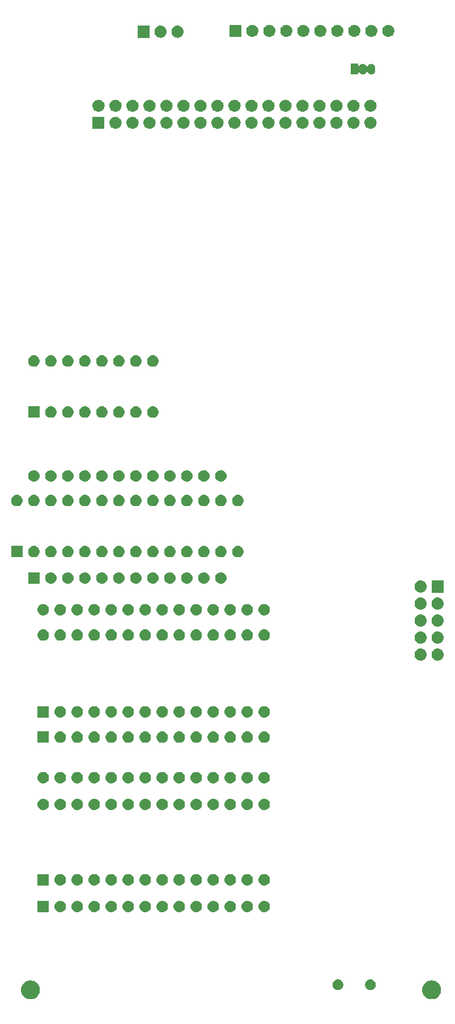
<source format=gbr>
G04 #@! TF.GenerationSoftware,KiCad,Pcbnew,(5.1.2-1)-1*
G04 #@! TF.CreationDate,2019-09-02T14:15:03+01:00*
G04 #@! TF.ProjectId,MZ80-80CLR,4d5a3830-2d38-4304-934c-522e6b696361,rev?*
G04 #@! TF.SameCoordinates,Original*
G04 #@! TF.FileFunction,Soldermask,Bot*
G04 #@! TF.FilePolarity,Negative*
%FSLAX46Y46*%
G04 Gerber Fmt 4.6, Leading zero omitted, Abs format (unit mm)*
G04 Created by KiCad (PCBNEW (5.1.2-1)-1) date 2019-09-02 14:15:03*
%MOMM*%
%LPD*%
G04 APERTURE LIST*
%ADD10C,0.100000*%
G04 APERTURE END LIST*
D10*
G36*
X135827433Y-171354893D02*
G01*
X135917657Y-171372839D01*
X136023267Y-171416585D01*
X136172621Y-171478449D01*
X136172622Y-171478450D01*
X136402086Y-171631772D01*
X136597228Y-171826914D01*
X136699675Y-171980237D01*
X136750551Y-172056379D01*
X136856161Y-172311344D01*
X136910000Y-172582012D01*
X136910000Y-172857988D01*
X136856161Y-173128656D01*
X136750551Y-173383621D01*
X136750550Y-173383622D01*
X136597228Y-173613086D01*
X136402086Y-173808228D01*
X136248763Y-173910675D01*
X136172621Y-173961551D01*
X136023267Y-174023415D01*
X135917657Y-174067161D01*
X135827433Y-174085107D01*
X135646988Y-174121000D01*
X135371012Y-174121000D01*
X135190567Y-174085107D01*
X135100343Y-174067161D01*
X134994733Y-174023415D01*
X134845379Y-173961551D01*
X134769237Y-173910675D01*
X134615914Y-173808228D01*
X134420772Y-173613086D01*
X134267450Y-173383622D01*
X134267449Y-173383621D01*
X134161839Y-173128656D01*
X134108000Y-172857988D01*
X134108000Y-172582012D01*
X134161839Y-172311344D01*
X134267449Y-172056379D01*
X134318325Y-171980237D01*
X134420772Y-171826914D01*
X134615914Y-171631772D01*
X134845378Y-171478450D01*
X134845379Y-171478449D01*
X134994733Y-171416585D01*
X135100343Y-171372839D01*
X135190567Y-171354893D01*
X135371012Y-171319000D01*
X135646988Y-171319000D01*
X135827433Y-171354893D01*
X135827433Y-171354893D01*
G37*
G36*
X75883433Y-171354893D02*
G01*
X75973657Y-171372839D01*
X76079267Y-171416585D01*
X76228621Y-171478449D01*
X76228622Y-171478450D01*
X76458086Y-171631772D01*
X76653228Y-171826914D01*
X76755675Y-171980237D01*
X76806551Y-172056379D01*
X76912161Y-172311344D01*
X76966000Y-172582012D01*
X76966000Y-172857988D01*
X76912161Y-173128656D01*
X76806551Y-173383621D01*
X76806550Y-173383622D01*
X76653228Y-173613086D01*
X76458086Y-173808228D01*
X76304763Y-173910675D01*
X76228621Y-173961551D01*
X76079267Y-174023415D01*
X75973657Y-174067161D01*
X75883433Y-174085107D01*
X75702988Y-174121000D01*
X75427012Y-174121000D01*
X75246567Y-174085107D01*
X75156343Y-174067161D01*
X75050733Y-174023415D01*
X74901379Y-173961551D01*
X74825237Y-173910675D01*
X74671914Y-173808228D01*
X74476772Y-173613086D01*
X74323450Y-173383622D01*
X74323449Y-173383621D01*
X74217839Y-173128656D01*
X74164000Y-172857988D01*
X74164000Y-172582012D01*
X74217839Y-172311344D01*
X74323449Y-172056379D01*
X74374325Y-171980237D01*
X74476772Y-171826914D01*
X74671914Y-171631772D01*
X74901378Y-171478450D01*
X74901379Y-171478449D01*
X75050733Y-171416585D01*
X75156343Y-171372839D01*
X75246567Y-171354893D01*
X75427012Y-171319000D01*
X75702988Y-171319000D01*
X75883433Y-171354893D01*
X75883433Y-171354893D01*
G37*
G36*
X121718642Y-171187781D02*
G01*
X121864414Y-171248162D01*
X121864416Y-171248163D01*
X121995608Y-171335822D01*
X122107178Y-171447392D01*
X122127929Y-171478449D01*
X122194838Y-171578586D01*
X122255219Y-171724358D01*
X122286000Y-171879107D01*
X122286000Y-172036893D01*
X122255219Y-172191642D01*
X122194838Y-172337414D01*
X122194837Y-172337416D01*
X122107178Y-172468608D01*
X121995608Y-172580178D01*
X121864416Y-172667837D01*
X121864415Y-172667838D01*
X121864414Y-172667838D01*
X121718642Y-172728219D01*
X121563893Y-172759000D01*
X121406107Y-172759000D01*
X121251358Y-172728219D01*
X121105586Y-172667838D01*
X121105585Y-172667838D01*
X121105584Y-172667837D01*
X120974392Y-172580178D01*
X120862822Y-172468608D01*
X120775163Y-172337416D01*
X120775162Y-172337414D01*
X120714781Y-172191642D01*
X120684000Y-172036893D01*
X120684000Y-171879107D01*
X120714781Y-171724358D01*
X120775162Y-171578586D01*
X120842071Y-171478449D01*
X120862822Y-171447392D01*
X120974392Y-171335822D01*
X121105584Y-171248163D01*
X121105586Y-171248162D01*
X121251358Y-171187781D01*
X121406107Y-171157000D01*
X121563893Y-171157000D01*
X121718642Y-171187781D01*
X121718642Y-171187781D01*
G37*
G36*
X126598642Y-171187781D02*
G01*
X126744414Y-171248162D01*
X126744416Y-171248163D01*
X126875608Y-171335822D01*
X126987178Y-171447392D01*
X127007929Y-171478449D01*
X127074838Y-171578586D01*
X127135219Y-171724358D01*
X127166000Y-171879107D01*
X127166000Y-172036893D01*
X127135219Y-172191642D01*
X127074838Y-172337414D01*
X127074837Y-172337416D01*
X126987178Y-172468608D01*
X126875608Y-172580178D01*
X126744416Y-172667837D01*
X126744415Y-172667838D01*
X126744414Y-172667838D01*
X126598642Y-172728219D01*
X126443893Y-172759000D01*
X126286107Y-172759000D01*
X126131358Y-172728219D01*
X125985586Y-172667838D01*
X125985585Y-172667838D01*
X125985584Y-172667837D01*
X125854392Y-172580178D01*
X125742822Y-172468608D01*
X125655163Y-172337416D01*
X125655162Y-172337414D01*
X125594781Y-172191642D01*
X125564000Y-172036893D01*
X125564000Y-171879107D01*
X125594781Y-171724358D01*
X125655162Y-171578586D01*
X125722071Y-171478449D01*
X125742822Y-171447392D01*
X125854392Y-171335822D01*
X125985584Y-171248163D01*
X125985586Y-171248162D01*
X126131358Y-171187781D01*
X126286107Y-171157000D01*
X126443893Y-171157000D01*
X126598642Y-171187781D01*
X126598642Y-171187781D01*
G37*
G36*
X100496823Y-159435313D02*
G01*
X100657242Y-159483976D01*
X100789906Y-159554886D01*
X100805078Y-159562996D01*
X100934659Y-159669341D01*
X101041004Y-159798922D01*
X101041005Y-159798924D01*
X101120024Y-159946758D01*
X101168687Y-160107177D01*
X101185117Y-160274000D01*
X101168687Y-160440823D01*
X101120024Y-160601242D01*
X101049114Y-160733906D01*
X101041004Y-160749078D01*
X100934659Y-160878659D01*
X100805078Y-160985004D01*
X100805076Y-160985005D01*
X100657242Y-161064024D01*
X100496823Y-161112687D01*
X100371804Y-161125000D01*
X100288196Y-161125000D01*
X100163177Y-161112687D01*
X100002758Y-161064024D01*
X99854924Y-160985005D01*
X99854922Y-160985004D01*
X99725341Y-160878659D01*
X99618996Y-160749078D01*
X99610886Y-160733906D01*
X99539976Y-160601242D01*
X99491313Y-160440823D01*
X99474883Y-160274000D01*
X99491313Y-160107177D01*
X99539976Y-159946758D01*
X99618995Y-159798924D01*
X99618996Y-159798922D01*
X99725341Y-159669341D01*
X99854922Y-159562996D01*
X99870094Y-159554886D01*
X100002758Y-159483976D01*
X100163177Y-159435313D01*
X100288196Y-159423000D01*
X100371804Y-159423000D01*
X100496823Y-159435313D01*
X100496823Y-159435313D01*
G37*
G36*
X97956823Y-159435313D02*
G01*
X98117242Y-159483976D01*
X98249906Y-159554886D01*
X98265078Y-159562996D01*
X98394659Y-159669341D01*
X98501004Y-159798922D01*
X98501005Y-159798924D01*
X98580024Y-159946758D01*
X98628687Y-160107177D01*
X98645117Y-160274000D01*
X98628687Y-160440823D01*
X98580024Y-160601242D01*
X98509114Y-160733906D01*
X98501004Y-160749078D01*
X98394659Y-160878659D01*
X98265078Y-160985004D01*
X98265076Y-160985005D01*
X98117242Y-161064024D01*
X97956823Y-161112687D01*
X97831804Y-161125000D01*
X97748196Y-161125000D01*
X97623177Y-161112687D01*
X97462758Y-161064024D01*
X97314924Y-160985005D01*
X97314922Y-160985004D01*
X97185341Y-160878659D01*
X97078996Y-160749078D01*
X97070886Y-160733906D01*
X96999976Y-160601242D01*
X96951313Y-160440823D01*
X96934883Y-160274000D01*
X96951313Y-160107177D01*
X96999976Y-159946758D01*
X97078995Y-159798924D01*
X97078996Y-159798922D01*
X97185341Y-159669341D01*
X97314922Y-159562996D01*
X97330094Y-159554886D01*
X97462758Y-159483976D01*
X97623177Y-159435313D01*
X97748196Y-159423000D01*
X97831804Y-159423000D01*
X97956823Y-159435313D01*
X97956823Y-159435313D01*
G37*
G36*
X95416823Y-159435313D02*
G01*
X95577242Y-159483976D01*
X95709906Y-159554886D01*
X95725078Y-159562996D01*
X95854659Y-159669341D01*
X95961004Y-159798922D01*
X95961005Y-159798924D01*
X96040024Y-159946758D01*
X96088687Y-160107177D01*
X96105117Y-160274000D01*
X96088687Y-160440823D01*
X96040024Y-160601242D01*
X95969114Y-160733906D01*
X95961004Y-160749078D01*
X95854659Y-160878659D01*
X95725078Y-160985004D01*
X95725076Y-160985005D01*
X95577242Y-161064024D01*
X95416823Y-161112687D01*
X95291804Y-161125000D01*
X95208196Y-161125000D01*
X95083177Y-161112687D01*
X94922758Y-161064024D01*
X94774924Y-160985005D01*
X94774922Y-160985004D01*
X94645341Y-160878659D01*
X94538996Y-160749078D01*
X94530886Y-160733906D01*
X94459976Y-160601242D01*
X94411313Y-160440823D01*
X94394883Y-160274000D01*
X94411313Y-160107177D01*
X94459976Y-159946758D01*
X94538995Y-159798924D01*
X94538996Y-159798922D01*
X94645341Y-159669341D01*
X94774922Y-159562996D01*
X94790094Y-159554886D01*
X94922758Y-159483976D01*
X95083177Y-159435313D01*
X95208196Y-159423000D01*
X95291804Y-159423000D01*
X95416823Y-159435313D01*
X95416823Y-159435313D01*
G37*
G36*
X92876823Y-159435313D02*
G01*
X93037242Y-159483976D01*
X93169906Y-159554886D01*
X93185078Y-159562996D01*
X93314659Y-159669341D01*
X93421004Y-159798922D01*
X93421005Y-159798924D01*
X93500024Y-159946758D01*
X93548687Y-160107177D01*
X93565117Y-160274000D01*
X93548687Y-160440823D01*
X93500024Y-160601242D01*
X93429114Y-160733906D01*
X93421004Y-160749078D01*
X93314659Y-160878659D01*
X93185078Y-160985004D01*
X93185076Y-160985005D01*
X93037242Y-161064024D01*
X92876823Y-161112687D01*
X92751804Y-161125000D01*
X92668196Y-161125000D01*
X92543177Y-161112687D01*
X92382758Y-161064024D01*
X92234924Y-160985005D01*
X92234922Y-160985004D01*
X92105341Y-160878659D01*
X91998996Y-160749078D01*
X91990886Y-160733906D01*
X91919976Y-160601242D01*
X91871313Y-160440823D01*
X91854883Y-160274000D01*
X91871313Y-160107177D01*
X91919976Y-159946758D01*
X91998995Y-159798924D01*
X91998996Y-159798922D01*
X92105341Y-159669341D01*
X92234922Y-159562996D01*
X92250094Y-159554886D01*
X92382758Y-159483976D01*
X92543177Y-159435313D01*
X92668196Y-159423000D01*
X92751804Y-159423000D01*
X92876823Y-159435313D01*
X92876823Y-159435313D01*
G37*
G36*
X90336823Y-159435313D02*
G01*
X90497242Y-159483976D01*
X90629906Y-159554886D01*
X90645078Y-159562996D01*
X90774659Y-159669341D01*
X90881004Y-159798922D01*
X90881005Y-159798924D01*
X90960024Y-159946758D01*
X91008687Y-160107177D01*
X91025117Y-160274000D01*
X91008687Y-160440823D01*
X90960024Y-160601242D01*
X90889114Y-160733906D01*
X90881004Y-160749078D01*
X90774659Y-160878659D01*
X90645078Y-160985004D01*
X90645076Y-160985005D01*
X90497242Y-161064024D01*
X90336823Y-161112687D01*
X90211804Y-161125000D01*
X90128196Y-161125000D01*
X90003177Y-161112687D01*
X89842758Y-161064024D01*
X89694924Y-160985005D01*
X89694922Y-160985004D01*
X89565341Y-160878659D01*
X89458996Y-160749078D01*
X89450886Y-160733906D01*
X89379976Y-160601242D01*
X89331313Y-160440823D01*
X89314883Y-160274000D01*
X89331313Y-160107177D01*
X89379976Y-159946758D01*
X89458995Y-159798924D01*
X89458996Y-159798922D01*
X89565341Y-159669341D01*
X89694922Y-159562996D01*
X89710094Y-159554886D01*
X89842758Y-159483976D01*
X90003177Y-159435313D01*
X90128196Y-159423000D01*
X90211804Y-159423000D01*
X90336823Y-159435313D01*
X90336823Y-159435313D01*
G37*
G36*
X87796823Y-159435313D02*
G01*
X87957242Y-159483976D01*
X88089906Y-159554886D01*
X88105078Y-159562996D01*
X88234659Y-159669341D01*
X88341004Y-159798922D01*
X88341005Y-159798924D01*
X88420024Y-159946758D01*
X88468687Y-160107177D01*
X88485117Y-160274000D01*
X88468687Y-160440823D01*
X88420024Y-160601242D01*
X88349114Y-160733906D01*
X88341004Y-160749078D01*
X88234659Y-160878659D01*
X88105078Y-160985004D01*
X88105076Y-160985005D01*
X87957242Y-161064024D01*
X87796823Y-161112687D01*
X87671804Y-161125000D01*
X87588196Y-161125000D01*
X87463177Y-161112687D01*
X87302758Y-161064024D01*
X87154924Y-160985005D01*
X87154922Y-160985004D01*
X87025341Y-160878659D01*
X86918996Y-160749078D01*
X86910886Y-160733906D01*
X86839976Y-160601242D01*
X86791313Y-160440823D01*
X86774883Y-160274000D01*
X86791313Y-160107177D01*
X86839976Y-159946758D01*
X86918995Y-159798924D01*
X86918996Y-159798922D01*
X87025341Y-159669341D01*
X87154922Y-159562996D01*
X87170094Y-159554886D01*
X87302758Y-159483976D01*
X87463177Y-159435313D01*
X87588196Y-159423000D01*
X87671804Y-159423000D01*
X87796823Y-159435313D01*
X87796823Y-159435313D01*
G37*
G36*
X85256823Y-159435313D02*
G01*
X85417242Y-159483976D01*
X85549906Y-159554886D01*
X85565078Y-159562996D01*
X85694659Y-159669341D01*
X85801004Y-159798922D01*
X85801005Y-159798924D01*
X85880024Y-159946758D01*
X85928687Y-160107177D01*
X85945117Y-160274000D01*
X85928687Y-160440823D01*
X85880024Y-160601242D01*
X85809114Y-160733906D01*
X85801004Y-160749078D01*
X85694659Y-160878659D01*
X85565078Y-160985004D01*
X85565076Y-160985005D01*
X85417242Y-161064024D01*
X85256823Y-161112687D01*
X85131804Y-161125000D01*
X85048196Y-161125000D01*
X84923177Y-161112687D01*
X84762758Y-161064024D01*
X84614924Y-160985005D01*
X84614922Y-160985004D01*
X84485341Y-160878659D01*
X84378996Y-160749078D01*
X84370886Y-160733906D01*
X84299976Y-160601242D01*
X84251313Y-160440823D01*
X84234883Y-160274000D01*
X84251313Y-160107177D01*
X84299976Y-159946758D01*
X84378995Y-159798924D01*
X84378996Y-159798922D01*
X84485341Y-159669341D01*
X84614922Y-159562996D01*
X84630094Y-159554886D01*
X84762758Y-159483976D01*
X84923177Y-159435313D01*
X85048196Y-159423000D01*
X85131804Y-159423000D01*
X85256823Y-159435313D01*
X85256823Y-159435313D01*
G37*
G36*
X82716823Y-159435313D02*
G01*
X82877242Y-159483976D01*
X83009906Y-159554886D01*
X83025078Y-159562996D01*
X83154659Y-159669341D01*
X83261004Y-159798922D01*
X83261005Y-159798924D01*
X83340024Y-159946758D01*
X83388687Y-160107177D01*
X83405117Y-160274000D01*
X83388687Y-160440823D01*
X83340024Y-160601242D01*
X83269114Y-160733906D01*
X83261004Y-160749078D01*
X83154659Y-160878659D01*
X83025078Y-160985004D01*
X83025076Y-160985005D01*
X82877242Y-161064024D01*
X82716823Y-161112687D01*
X82591804Y-161125000D01*
X82508196Y-161125000D01*
X82383177Y-161112687D01*
X82222758Y-161064024D01*
X82074924Y-160985005D01*
X82074922Y-160985004D01*
X81945341Y-160878659D01*
X81838996Y-160749078D01*
X81830886Y-160733906D01*
X81759976Y-160601242D01*
X81711313Y-160440823D01*
X81694883Y-160274000D01*
X81711313Y-160107177D01*
X81759976Y-159946758D01*
X81838995Y-159798924D01*
X81838996Y-159798922D01*
X81945341Y-159669341D01*
X82074922Y-159562996D01*
X82090094Y-159554886D01*
X82222758Y-159483976D01*
X82383177Y-159435313D01*
X82508196Y-159423000D01*
X82591804Y-159423000D01*
X82716823Y-159435313D01*
X82716823Y-159435313D01*
G37*
G36*
X80176823Y-159435313D02*
G01*
X80337242Y-159483976D01*
X80469906Y-159554886D01*
X80485078Y-159562996D01*
X80614659Y-159669341D01*
X80721004Y-159798922D01*
X80721005Y-159798924D01*
X80800024Y-159946758D01*
X80848687Y-160107177D01*
X80865117Y-160274000D01*
X80848687Y-160440823D01*
X80800024Y-160601242D01*
X80729114Y-160733906D01*
X80721004Y-160749078D01*
X80614659Y-160878659D01*
X80485078Y-160985004D01*
X80485076Y-160985005D01*
X80337242Y-161064024D01*
X80176823Y-161112687D01*
X80051804Y-161125000D01*
X79968196Y-161125000D01*
X79843177Y-161112687D01*
X79682758Y-161064024D01*
X79534924Y-160985005D01*
X79534922Y-160985004D01*
X79405341Y-160878659D01*
X79298996Y-160749078D01*
X79290886Y-160733906D01*
X79219976Y-160601242D01*
X79171313Y-160440823D01*
X79154883Y-160274000D01*
X79171313Y-160107177D01*
X79219976Y-159946758D01*
X79298995Y-159798924D01*
X79298996Y-159798922D01*
X79405341Y-159669341D01*
X79534922Y-159562996D01*
X79550094Y-159554886D01*
X79682758Y-159483976D01*
X79843177Y-159435313D01*
X79968196Y-159423000D01*
X80051804Y-159423000D01*
X80176823Y-159435313D01*
X80176823Y-159435313D01*
G37*
G36*
X78321000Y-161125000D02*
G01*
X76619000Y-161125000D01*
X76619000Y-159423000D01*
X78321000Y-159423000D01*
X78321000Y-161125000D01*
X78321000Y-161125000D01*
G37*
G36*
X110656823Y-159435313D02*
G01*
X110817242Y-159483976D01*
X110949906Y-159554886D01*
X110965078Y-159562996D01*
X111094659Y-159669341D01*
X111201004Y-159798922D01*
X111201005Y-159798924D01*
X111280024Y-159946758D01*
X111328687Y-160107177D01*
X111345117Y-160274000D01*
X111328687Y-160440823D01*
X111280024Y-160601242D01*
X111209114Y-160733906D01*
X111201004Y-160749078D01*
X111094659Y-160878659D01*
X110965078Y-160985004D01*
X110965076Y-160985005D01*
X110817242Y-161064024D01*
X110656823Y-161112687D01*
X110531804Y-161125000D01*
X110448196Y-161125000D01*
X110323177Y-161112687D01*
X110162758Y-161064024D01*
X110014924Y-160985005D01*
X110014922Y-160985004D01*
X109885341Y-160878659D01*
X109778996Y-160749078D01*
X109770886Y-160733906D01*
X109699976Y-160601242D01*
X109651313Y-160440823D01*
X109634883Y-160274000D01*
X109651313Y-160107177D01*
X109699976Y-159946758D01*
X109778995Y-159798924D01*
X109778996Y-159798922D01*
X109885341Y-159669341D01*
X110014922Y-159562996D01*
X110030094Y-159554886D01*
X110162758Y-159483976D01*
X110323177Y-159435313D01*
X110448196Y-159423000D01*
X110531804Y-159423000D01*
X110656823Y-159435313D01*
X110656823Y-159435313D01*
G37*
G36*
X108116823Y-159435313D02*
G01*
X108277242Y-159483976D01*
X108409906Y-159554886D01*
X108425078Y-159562996D01*
X108554659Y-159669341D01*
X108661004Y-159798922D01*
X108661005Y-159798924D01*
X108740024Y-159946758D01*
X108788687Y-160107177D01*
X108805117Y-160274000D01*
X108788687Y-160440823D01*
X108740024Y-160601242D01*
X108669114Y-160733906D01*
X108661004Y-160749078D01*
X108554659Y-160878659D01*
X108425078Y-160985004D01*
X108425076Y-160985005D01*
X108277242Y-161064024D01*
X108116823Y-161112687D01*
X107991804Y-161125000D01*
X107908196Y-161125000D01*
X107783177Y-161112687D01*
X107622758Y-161064024D01*
X107474924Y-160985005D01*
X107474922Y-160985004D01*
X107345341Y-160878659D01*
X107238996Y-160749078D01*
X107230886Y-160733906D01*
X107159976Y-160601242D01*
X107111313Y-160440823D01*
X107094883Y-160274000D01*
X107111313Y-160107177D01*
X107159976Y-159946758D01*
X107238995Y-159798924D01*
X107238996Y-159798922D01*
X107345341Y-159669341D01*
X107474922Y-159562996D01*
X107490094Y-159554886D01*
X107622758Y-159483976D01*
X107783177Y-159435313D01*
X107908196Y-159423000D01*
X107991804Y-159423000D01*
X108116823Y-159435313D01*
X108116823Y-159435313D01*
G37*
G36*
X105576823Y-159435313D02*
G01*
X105737242Y-159483976D01*
X105869906Y-159554886D01*
X105885078Y-159562996D01*
X106014659Y-159669341D01*
X106121004Y-159798922D01*
X106121005Y-159798924D01*
X106200024Y-159946758D01*
X106248687Y-160107177D01*
X106265117Y-160274000D01*
X106248687Y-160440823D01*
X106200024Y-160601242D01*
X106129114Y-160733906D01*
X106121004Y-160749078D01*
X106014659Y-160878659D01*
X105885078Y-160985004D01*
X105885076Y-160985005D01*
X105737242Y-161064024D01*
X105576823Y-161112687D01*
X105451804Y-161125000D01*
X105368196Y-161125000D01*
X105243177Y-161112687D01*
X105082758Y-161064024D01*
X104934924Y-160985005D01*
X104934922Y-160985004D01*
X104805341Y-160878659D01*
X104698996Y-160749078D01*
X104690886Y-160733906D01*
X104619976Y-160601242D01*
X104571313Y-160440823D01*
X104554883Y-160274000D01*
X104571313Y-160107177D01*
X104619976Y-159946758D01*
X104698995Y-159798924D01*
X104698996Y-159798922D01*
X104805341Y-159669341D01*
X104934922Y-159562996D01*
X104950094Y-159554886D01*
X105082758Y-159483976D01*
X105243177Y-159435313D01*
X105368196Y-159423000D01*
X105451804Y-159423000D01*
X105576823Y-159435313D01*
X105576823Y-159435313D01*
G37*
G36*
X103036823Y-159435313D02*
G01*
X103197242Y-159483976D01*
X103329906Y-159554886D01*
X103345078Y-159562996D01*
X103474659Y-159669341D01*
X103581004Y-159798922D01*
X103581005Y-159798924D01*
X103660024Y-159946758D01*
X103708687Y-160107177D01*
X103725117Y-160274000D01*
X103708687Y-160440823D01*
X103660024Y-160601242D01*
X103589114Y-160733906D01*
X103581004Y-160749078D01*
X103474659Y-160878659D01*
X103345078Y-160985004D01*
X103345076Y-160985005D01*
X103197242Y-161064024D01*
X103036823Y-161112687D01*
X102911804Y-161125000D01*
X102828196Y-161125000D01*
X102703177Y-161112687D01*
X102542758Y-161064024D01*
X102394924Y-160985005D01*
X102394922Y-160985004D01*
X102265341Y-160878659D01*
X102158996Y-160749078D01*
X102150886Y-160733906D01*
X102079976Y-160601242D01*
X102031313Y-160440823D01*
X102014883Y-160274000D01*
X102031313Y-160107177D01*
X102079976Y-159946758D01*
X102158995Y-159798924D01*
X102158996Y-159798922D01*
X102265341Y-159669341D01*
X102394922Y-159562996D01*
X102410094Y-159554886D01*
X102542758Y-159483976D01*
X102703177Y-159435313D01*
X102828196Y-159423000D01*
X102911804Y-159423000D01*
X103036823Y-159435313D01*
X103036823Y-159435313D01*
G37*
G36*
X78321000Y-157125000D02*
G01*
X76619000Y-157125000D01*
X76619000Y-155423000D01*
X78321000Y-155423000D01*
X78321000Y-157125000D01*
X78321000Y-157125000D01*
G37*
G36*
X100496823Y-155435313D02*
G01*
X100657242Y-155483976D01*
X100789906Y-155554886D01*
X100805078Y-155562996D01*
X100934659Y-155669341D01*
X101041004Y-155798922D01*
X101041005Y-155798924D01*
X101120024Y-155946758D01*
X101168687Y-156107177D01*
X101185117Y-156274000D01*
X101168687Y-156440823D01*
X101120024Y-156601242D01*
X101049114Y-156733906D01*
X101041004Y-156749078D01*
X100934659Y-156878659D01*
X100805078Y-156985004D01*
X100805076Y-156985005D01*
X100657242Y-157064024D01*
X100496823Y-157112687D01*
X100371804Y-157125000D01*
X100288196Y-157125000D01*
X100163177Y-157112687D01*
X100002758Y-157064024D01*
X99854924Y-156985005D01*
X99854922Y-156985004D01*
X99725341Y-156878659D01*
X99618996Y-156749078D01*
X99610886Y-156733906D01*
X99539976Y-156601242D01*
X99491313Y-156440823D01*
X99474883Y-156274000D01*
X99491313Y-156107177D01*
X99539976Y-155946758D01*
X99618995Y-155798924D01*
X99618996Y-155798922D01*
X99725341Y-155669341D01*
X99854922Y-155562996D01*
X99870094Y-155554886D01*
X100002758Y-155483976D01*
X100163177Y-155435313D01*
X100288196Y-155423000D01*
X100371804Y-155423000D01*
X100496823Y-155435313D01*
X100496823Y-155435313D01*
G37*
G36*
X110656823Y-155435313D02*
G01*
X110817242Y-155483976D01*
X110949906Y-155554886D01*
X110965078Y-155562996D01*
X111094659Y-155669341D01*
X111201004Y-155798922D01*
X111201005Y-155798924D01*
X111280024Y-155946758D01*
X111328687Y-156107177D01*
X111345117Y-156274000D01*
X111328687Y-156440823D01*
X111280024Y-156601242D01*
X111209114Y-156733906D01*
X111201004Y-156749078D01*
X111094659Y-156878659D01*
X110965078Y-156985004D01*
X110965076Y-156985005D01*
X110817242Y-157064024D01*
X110656823Y-157112687D01*
X110531804Y-157125000D01*
X110448196Y-157125000D01*
X110323177Y-157112687D01*
X110162758Y-157064024D01*
X110014924Y-156985005D01*
X110014922Y-156985004D01*
X109885341Y-156878659D01*
X109778996Y-156749078D01*
X109770886Y-156733906D01*
X109699976Y-156601242D01*
X109651313Y-156440823D01*
X109634883Y-156274000D01*
X109651313Y-156107177D01*
X109699976Y-155946758D01*
X109778995Y-155798924D01*
X109778996Y-155798922D01*
X109885341Y-155669341D01*
X110014922Y-155562996D01*
X110030094Y-155554886D01*
X110162758Y-155483976D01*
X110323177Y-155435313D01*
X110448196Y-155423000D01*
X110531804Y-155423000D01*
X110656823Y-155435313D01*
X110656823Y-155435313D01*
G37*
G36*
X108116823Y-155435313D02*
G01*
X108277242Y-155483976D01*
X108409906Y-155554886D01*
X108425078Y-155562996D01*
X108554659Y-155669341D01*
X108661004Y-155798922D01*
X108661005Y-155798924D01*
X108740024Y-155946758D01*
X108788687Y-156107177D01*
X108805117Y-156274000D01*
X108788687Y-156440823D01*
X108740024Y-156601242D01*
X108669114Y-156733906D01*
X108661004Y-156749078D01*
X108554659Y-156878659D01*
X108425078Y-156985004D01*
X108425076Y-156985005D01*
X108277242Y-157064024D01*
X108116823Y-157112687D01*
X107991804Y-157125000D01*
X107908196Y-157125000D01*
X107783177Y-157112687D01*
X107622758Y-157064024D01*
X107474924Y-156985005D01*
X107474922Y-156985004D01*
X107345341Y-156878659D01*
X107238996Y-156749078D01*
X107230886Y-156733906D01*
X107159976Y-156601242D01*
X107111313Y-156440823D01*
X107094883Y-156274000D01*
X107111313Y-156107177D01*
X107159976Y-155946758D01*
X107238995Y-155798924D01*
X107238996Y-155798922D01*
X107345341Y-155669341D01*
X107474922Y-155562996D01*
X107490094Y-155554886D01*
X107622758Y-155483976D01*
X107783177Y-155435313D01*
X107908196Y-155423000D01*
X107991804Y-155423000D01*
X108116823Y-155435313D01*
X108116823Y-155435313D01*
G37*
G36*
X105576823Y-155435313D02*
G01*
X105737242Y-155483976D01*
X105869906Y-155554886D01*
X105885078Y-155562996D01*
X106014659Y-155669341D01*
X106121004Y-155798922D01*
X106121005Y-155798924D01*
X106200024Y-155946758D01*
X106248687Y-156107177D01*
X106265117Y-156274000D01*
X106248687Y-156440823D01*
X106200024Y-156601242D01*
X106129114Y-156733906D01*
X106121004Y-156749078D01*
X106014659Y-156878659D01*
X105885078Y-156985004D01*
X105885076Y-156985005D01*
X105737242Y-157064024D01*
X105576823Y-157112687D01*
X105451804Y-157125000D01*
X105368196Y-157125000D01*
X105243177Y-157112687D01*
X105082758Y-157064024D01*
X104934924Y-156985005D01*
X104934922Y-156985004D01*
X104805341Y-156878659D01*
X104698996Y-156749078D01*
X104690886Y-156733906D01*
X104619976Y-156601242D01*
X104571313Y-156440823D01*
X104554883Y-156274000D01*
X104571313Y-156107177D01*
X104619976Y-155946758D01*
X104698995Y-155798924D01*
X104698996Y-155798922D01*
X104805341Y-155669341D01*
X104934922Y-155562996D01*
X104950094Y-155554886D01*
X105082758Y-155483976D01*
X105243177Y-155435313D01*
X105368196Y-155423000D01*
X105451804Y-155423000D01*
X105576823Y-155435313D01*
X105576823Y-155435313D01*
G37*
G36*
X103036823Y-155435313D02*
G01*
X103197242Y-155483976D01*
X103329906Y-155554886D01*
X103345078Y-155562996D01*
X103474659Y-155669341D01*
X103581004Y-155798922D01*
X103581005Y-155798924D01*
X103660024Y-155946758D01*
X103708687Y-156107177D01*
X103725117Y-156274000D01*
X103708687Y-156440823D01*
X103660024Y-156601242D01*
X103589114Y-156733906D01*
X103581004Y-156749078D01*
X103474659Y-156878659D01*
X103345078Y-156985004D01*
X103345076Y-156985005D01*
X103197242Y-157064024D01*
X103036823Y-157112687D01*
X102911804Y-157125000D01*
X102828196Y-157125000D01*
X102703177Y-157112687D01*
X102542758Y-157064024D01*
X102394924Y-156985005D01*
X102394922Y-156985004D01*
X102265341Y-156878659D01*
X102158996Y-156749078D01*
X102150886Y-156733906D01*
X102079976Y-156601242D01*
X102031313Y-156440823D01*
X102014883Y-156274000D01*
X102031313Y-156107177D01*
X102079976Y-155946758D01*
X102158995Y-155798924D01*
X102158996Y-155798922D01*
X102265341Y-155669341D01*
X102394922Y-155562996D01*
X102410094Y-155554886D01*
X102542758Y-155483976D01*
X102703177Y-155435313D01*
X102828196Y-155423000D01*
X102911804Y-155423000D01*
X103036823Y-155435313D01*
X103036823Y-155435313D01*
G37*
G36*
X97956823Y-155435313D02*
G01*
X98117242Y-155483976D01*
X98249906Y-155554886D01*
X98265078Y-155562996D01*
X98394659Y-155669341D01*
X98501004Y-155798922D01*
X98501005Y-155798924D01*
X98580024Y-155946758D01*
X98628687Y-156107177D01*
X98645117Y-156274000D01*
X98628687Y-156440823D01*
X98580024Y-156601242D01*
X98509114Y-156733906D01*
X98501004Y-156749078D01*
X98394659Y-156878659D01*
X98265078Y-156985004D01*
X98265076Y-156985005D01*
X98117242Y-157064024D01*
X97956823Y-157112687D01*
X97831804Y-157125000D01*
X97748196Y-157125000D01*
X97623177Y-157112687D01*
X97462758Y-157064024D01*
X97314924Y-156985005D01*
X97314922Y-156985004D01*
X97185341Y-156878659D01*
X97078996Y-156749078D01*
X97070886Y-156733906D01*
X96999976Y-156601242D01*
X96951313Y-156440823D01*
X96934883Y-156274000D01*
X96951313Y-156107177D01*
X96999976Y-155946758D01*
X97078995Y-155798924D01*
X97078996Y-155798922D01*
X97185341Y-155669341D01*
X97314922Y-155562996D01*
X97330094Y-155554886D01*
X97462758Y-155483976D01*
X97623177Y-155435313D01*
X97748196Y-155423000D01*
X97831804Y-155423000D01*
X97956823Y-155435313D01*
X97956823Y-155435313D01*
G37*
G36*
X95416823Y-155435313D02*
G01*
X95577242Y-155483976D01*
X95709906Y-155554886D01*
X95725078Y-155562996D01*
X95854659Y-155669341D01*
X95961004Y-155798922D01*
X95961005Y-155798924D01*
X96040024Y-155946758D01*
X96088687Y-156107177D01*
X96105117Y-156274000D01*
X96088687Y-156440823D01*
X96040024Y-156601242D01*
X95969114Y-156733906D01*
X95961004Y-156749078D01*
X95854659Y-156878659D01*
X95725078Y-156985004D01*
X95725076Y-156985005D01*
X95577242Y-157064024D01*
X95416823Y-157112687D01*
X95291804Y-157125000D01*
X95208196Y-157125000D01*
X95083177Y-157112687D01*
X94922758Y-157064024D01*
X94774924Y-156985005D01*
X94774922Y-156985004D01*
X94645341Y-156878659D01*
X94538996Y-156749078D01*
X94530886Y-156733906D01*
X94459976Y-156601242D01*
X94411313Y-156440823D01*
X94394883Y-156274000D01*
X94411313Y-156107177D01*
X94459976Y-155946758D01*
X94538995Y-155798924D01*
X94538996Y-155798922D01*
X94645341Y-155669341D01*
X94774922Y-155562996D01*
X94790094Y-155554886D01*
X94922758Y-155483976D01*
X95083177Y-155435313D01*
X95208196Y-155423000D01*
X95291804Y-155423000D01*
X95416823Y-155435313D01*
X95416823Y-155435313D01*
G37*
G36*
X92876823Y-155435313D02*
G01*
X93037242Y-155483976D01*
X93169906Y-155554886D01*
X93185078Y-155562996D01*
X93314659Y-155669341D01*
X93421004Y-155798922D01*
X93421005Y-155798924D01*
X93500024Y-155946758D01*
X93548687Y-156107177D01*
X93565117Y-156274000D01*
X93548687Y-156440823D01*
X93500024Y-156601242D01*
X93429114Y-156733906D01*
X93421004Y-156749078D01*
X93314659Y-156878659D01*
X93185078Y-156985004D01*
X93185076Y-156985005D01*
X93037242Y-157064024D01*
X92876823Y-157112687D01*
X92751804Y-157125000D01*
X92668196Y-157125000D01*
X92543177Y-157112687D01*
X92382758Y-157064024D01*
X92234924Y-156985005D01*
X92234922Y-156985004D01*
X92105341Y-156878659D01*
X91998996Y-156749078D01*
X91990886Y-156733906D01*
X91919976Y-156601242D01*
X91871313Y-156440823D01*
X91854883Y-156274000D01*
X91871313Y-156107177D01*
X91919976Y-155946758D01*
X91998995Y-155798924D01*
X91998996Y-155798922D01*
X92105341Y-155669341D01*
X92234922Y-155562996D01*
X92250094Y-155554886D01*
X92382758Y-155483976D01*
X92543177Y-155435313D01*
X92668196Y-155423000D01*
X92751804Y-155423000D01*
X92876823Y-155435313D01*
X92876823Y-155435313D01*
G37*
G36*
X90336823Y-155435313D02*
G01*
X90497242Y-155483976D01*
X90629906Y-155554886D01*
X90645078Y-155562996D01*
X90774659Y-155669341D01*
X90881004Y-155798922D01*
X90881005Y-155798924D01*
X90960024Y-155946758D01*
X91008687Y-156107177D01*
X91025117Y-156274000D01*
X91008687Y-156440823D01*
X90960024Y-156601242D01*
X90889114Y-156733906D01*
X90881004Y-156749078D01*
X90774659Y-156878659D01*
X90645078Y-156985004D01*
X90645076Y-156985005D01*
X90497242Y-157064024D01*
X90336823Y-157112687D01*
X90211804Y-157125000D01*
X90128196Y-157125000D01*
X90003177Y-157112687D01*
X89842758Y-157064024D01*
X89694924Y-156985005D01*
X89694922Y-156985004D01*
X89565341Y-156878659D01*
X89458996Y-156749078D01*
X89450886Y-156733906D01*
X89379976Y-156601242D01*
X89331313Y-156440823D01*
X89314883Y-156274000D01*
X89331313Y-156107177D01*
X89379976Y-155946758D01*
X89458995Y-155798924D01*
X89458996Y-155798922D01*
X89565341Y-155669341D01*
X89694922Y-155562996D01*
X89710094Y-155554886D01*
X89842758Y-155483976D01*
X90003177Y-155435313D01*
X90128196Y-155423000D01*
X90211804Y-155423000D01*
X90336823Y-155435313D01*
X90336823Y-155435313D01*
G37*
G36*
X87796823Y-155435313D02*
G01*
X87957242Y-155483976D01*
X88089906Y-155554886D01*
X88105078Y-155562996D01*
X88234659Y-155669341D01*
X88341004Y-155798922D01*
X88341005Y-155798924D01*
X88420024Y-155946758D01*
X88468687Y-156107177D01*
X88485117Y-156274000D01*
X88468687Y-156440823D01*
X88420024Y-156601242D01*
X88349114Y-156733906D01*
X88341004Y-156749078D01*
X88234659Y-156878659D01*
X88105078Y-156985004D01*
X88105076Y-156985005D01*
X87957242Y-157064024D01*
X87796823Y-157112687D01*
X87671804Y-157125000D01*
X87588196Y-157125000D01*
X87463177Y-157112687D01*
X87302758Y-157064024D01*
X87154924Y-156985005D01*
X87154922Y-156985004D01*
X87025341Y-156878659D01*
X86918996Y-156749078D01*
X86910886Y-156733906D01*
X86839976Y-156601242D01*
X86791313Y-156440823D01*
X86774883Y-156274000D01*
X86791313Y-156107177D01*
X86839976Y-155946758D01*
X86918995Y-155798924D01*
X86918996Y-155798922D01*
X87025341Y-155669341D01*
X87154922Y-155562996D01*
X87170094Y-155554886D01*
X87302758Y-155483976D01*
X87463177Y-155435313D01*
X87588196Y-155423000D01*
X87671804Y-155423000D01*
X87796823Y-155435313D01*
X87796823Y-155435313D01*
G37*
G36*
X85256823Y-155435313D02*
G01*
X85417242Y-155483976D01*
X85549906Y-155554886D01*
X85565078Y-155562996D01*
X85694659Y-155669341D01*
X85801004Y-155798922D01*
X85801005Y-155798924D01*
X85880024Y-155946758D01*
X85928687Y-156107177D01*
X85945117Y-156274000D01*
X85928687Y-156440823D01*
X85880024Y-156601242D01*
X85809114Y-156733906D01*
X85801004Y-156749078D01*
X85694659Y-156878659D01*
X85565078Y-156985004D01*
X85565076Y-156985005D01*
X85417242Y-157064024D01*
X85256823Y-157112687D01*
X85131804Y-157125000D01*
X85048196Y-157125000D01*
X84923177Y-157112687D01*
X84762758Y-157064024D01*
X84614924Y-156985005D01*
X84614922Y-156985004D01*
X84485341Y-156878659D01*
X84378996Y-156749078D01*
X84370886Y-156733906D01*
X84299976Y-156601242D01*
X84251313Y-156440823D01*
X84234883Y-156274000D01*
X84251313Y-156107177D01*
X84299976Y-155946758D01*
X84378995Y-155798924D01*
X84378996Y-155798922D01*
X84485341Y-155669341D01*
X84614922Y-155562996D01*
X84630094Y-155554886D01*
X84762758Y-155483976D01*
X84923177Y-155435313D01*
X85048196Y-155423000D01*
X85131804Y-155423000D01*
X85256823Y-155435313D01*
X85256823Y-155435313D01*
G37*
G36*
X82716823Y-155435313D02*
G01*
X82877242Y-155483976D01*
X83009906Y-155554886D01*
X83025078Y-155562996D01*
X83154659Y-155669341D01*
X83261004Y-155798922D01*
X83261005Y-155798924D01*
X83340024Y-155946758D01*
X83388687Y-156107177D01*
X83405117Y-156274000D01*
X83388687Y-156440823D01*
X83340024Y-156601242D01*
X83269114Y-156733906D01*
X83261004Y-156749078D01*
X83154659Y-156878659D01*
X83025078Y-156985004D01*
X83025076Y-156985005D01*
X82877242Y-157064024D01*
X82716823Y-157112687D01*
X82591804Y-157125000D01*
X82508196Y-157125000D01*
X82383177Y-157112687D01*
X82222758Y-157064024D01*
X82074924Y-156985005D01*
X82074922Y-156985004D01*
X81945341Y-156878659D01*
X81838996Y-156749078D01*
X81830886Y-156733906D01*
X81759976Y-156601242D01*
X81711313Y-156440823D01*
X81694883Y-156274000D01*
X81711313Y-156107177D01*
X81759976Y-155946758D01*
X81838995Y-155798924D01*
X81838996Y-155798922D01*
X81945341Y-155669341D01*
X82074922Y-155562996D01*
X82090094Y-155554886D01*
X82222758Y-155483976D01*
X82383177Y-155435313D01*
X82508196Y-155423000D01*
X82591804Y-155423000D01*
X82716823Y-155435313D01*
X82716823Y-155435313D01*
G37*
G36*
X80176823Y-155435313D02*
G01*
X80337242Y-155483976D01*
X80469906Y-155554886D01*
X80485078Y-155562996D01*
X80614659Y-155669341D01*
X80721004Y-155798922D01*
X80721005Y-155798924D01*
X80800024Y-155946758D01*
X80848687Y-156107177D01*
X80865117Y-156274000D01*
X80848687Y-156440823D01*
X80800024Y-156601242D01*
X80729114Y-156733906D01*
X80721004Y-156749078D01*
X80614659Y-156878659D01*
X80485078Y-156985004D01*
X80485076Y-156985005D01*
X80337242Y-157064024D01*
X80176823Y-157112687D01*
X80051804Y-157125000D01*
X79968196Y-157125000D01*
X79843177Y-157112687D01*
X79682758Y-157064024D01*
X79534924Y-156985005D01*
X79534922Y-156985004D01*
X79405341Y-156878659D01*
X79298996Y-156749078D01*
X79290886Y-156733906D01*
X79219976Y-156601242D01*
X79171313Y-156440823D01*
X79154883Y-156274000D01*
X79171313Y-156107177D01*
X79219976Y-155946758D01*
X79298995Y-155798924D01*
X79298996Y-155798922D01*
X79405341Y-155669341D01*
X79534922Y-155562996D01*
X79550094Y-155554886D01*
X79682758Y-155483976D01*
X79843177Y-155435313D01*
X79968196Y-155423000D01*
X80051804Y-155423000D01*
X80176823Y-155435313D01*
X80176823Y-155435313D01*
G37*
G36*
X97956823Y-144195313D02*
G01*
X98117242Y-144243976D01*
X98249906Y-144314886D01*
X98265078Y-144322996D01*
X98394659Y-144429341D01*
X98501004Y-144558922D01*
X98501005Y-144558924D01*
X98580024Y-144706758D01*
X98628687Y-144867177D01*
X98645117Y-145034000D01*
X98628687Y-145200823D01*
X98580024Y-145361242D01*
X98509114Y-145493906D01*
X98501004Y-145509078D01*
X98394659Y-145638659D01*
X98265078Y-145745004D01*
X98265076Y-145745005D01*
X98117242Y-145824024D01*
X97956823Y-145872687D01*
X97831804Y-145885000D01*
X97748196Y-145885000D01*
X97623177Y-145872687D01*
X97462758Y-145824024D01*
X97314924Y-145745005D01*
X97314922Y-145745004D01*
X97185341Y-145638659D01*
X97078996Y-145509078D01*
X97070886Y-145493906D01*
X96999976Y-145361242D01*
X96951313Y-145200823D01*
X96934883Y-145034000D01*
X96951313Y-144867177D01*
X96999976Y-144706758D01*
X97078995Y-144558924D01*
X97078996Y-144558922D01*
X97185341Y-144429341D01*
X97314922Y-144322996D01*
X97330094Y-144314886D01*
X97462758Y-144243976D01*
X97623177Y-144195313D01*
X97748196Y-144183000D01*
X97831804Y-144183000D01*
X97956823Y-144195313D01*
X97956823Y-144195313D01*
G37*
G36*
X77636823Y-144195313D02*
G01*
X77797242Y-144243976D01*
X77929906Y-144314886D01*
X77945078Y-144322996D01*
X78074659Y-144429341D01*
X78181004Y-144558922D01*
X78181005Y-144558924D01*
X78260024Y-144706758D01*
X78308687Y-144867177D01*
X78325117Y-145034000D01*
X78308687Y-145200823D01*
X78260024Y-145361242D01*
X78189114Y-145493906D01*
X78181004Y-145509078D01*
X78074659Y-145638659D01*
X77945078Y-145745004D01*
X77945076Y-145745005D01*
X77797242Y-145824024D01*
X77636823Y-145872687D01*
X77511804Y-145885000D01*
X77428196Y-145885000D01*
X77303177Y-145872687D01*
X77142758Y-145824024D01*
X76994924Y-145745005D01*
X76994922Y-145745004D01*
X76865341Y-145638659D01*
X76758996Y-145509078D01*
X76750886Y-145493906D01*
X76679976Y-145361242D01*
X76631313Y-145200823D01*
X76614883Y-145034000D01*
X76631313Y-144867177D01*
X76679976Y-144706758D01*
X76758995Y-144558924D01*
X76758996Y-144558922D01*
X76865341Y-144429341D01*
X76994922Y-144322996D01*
X77010094Y-144314886D01*
X77142758Y-144243976D01*
X77303177Y-144195313D01*
X77428196Y-144183000D01*
X77511804Y-144183000D01*
X77636823Y-144195313D01*
X77636823Y-144195313D01*
G37*
G36*
X95416823Y-144195313D02*
G01*
X95577242Y-144243976D01*
X95709906Y-144314886D01*
X95725078Y-144322996D01*
X95854659Y-144429341D01*
X95961004Y-144558922D01*
X95961005Y-144558924D01*
X96040024Y-144706758D01*
X96088687Y-144867177D01*
X96105117Y-145034000D01*
X96088687Y-145200823D01*
X96040024Y-145361242D01*
X95969114Y-145493906D01*
X95961004Y-145509078D01*
X95854659Y-145638659D01*
X95725078Y-145745004D01*
X95725076Y-145745005D01*
X95577242Y-145824024D01*
X95416823Y-145872687D01*
X95291804Y-145885000D01*
X95208196Y-145885000D01*
X95083177Y-145872687D01*
X94922758Y-145824024D01*
X94774924Y-145745005D01*
X94774922Y-145745004D01*
X94645341Y-145638659D01*
X94538996Y-145509078D01*
X94530886Y-145493906D01*
X94459976Y-145361242D01*
X94411313Y-145200823D01*
X94394883Y-145034000D01*
X94411313Y-144867177D01*
X94459976Y-144706758D01*
X94538995Y-144558924D01*
X94538996Y-144558922D01*
X94645341Y-144429341D01*
X94774922Y-144322996D01*
X94790094Y-144314886D01*
X94922758Y-144243976D01*
X95083177Y-144195313D01*
X95208196Y-144183000D01*
X95291804Y-144183000D01*
X95416823Y-144195313D01*
X95416823Y-144195313D01*
G37*
G36*
X80176823Y-144195313D02*
G01*
X80337242Y-144243976D01*
X80469906Y-144314886D01*
X80485078Y-144322996D01*
X80614659Y-144429341D01*
X80721004Y-144558922D01*
X80721005Y-144558924D01*
X80800024Y-144706758D01*
X80848687Y-144867177D01*
X80865117Y-145034000D01*
X80848687Y-145200823D01*
X80800024Y-145361242D01*
X80729114Y-145493906D01*
X80721004Y-145509078D01*
X80614659Y-145638659D01*
X80485078Y-145745004D01*
X80485076Y-145745005D01*
X80337242Y-145824024D01*
X80176823Y-145872687D01*
X80051804Y-145885000D01*
X79968196Y-145885000D01*
X79843177Y-145872687D01*
X79682758Y-145824024D01*
X79534924Y-145745005D01*
X79534922Y-145745004D01*
X79405341Y-145638659D01*
X79298996Y-145509078D01*
X79290886Y-145493906D01*
X79219976Y-145361242D01*
X79171313Y-145200823D01*
X79154883Y-145034000D01*
X79171313Y-144867177D01*
X79219976Y-144706758D01*
X79298995Y-144558924D01*
X79298996Y-144558922D01*
X79405341Y-144429341D01*
X79534922Y-144322996D01*
X79550094Y-144314886D01*
X79682758Y-144243976D01*
X79843177Y-144195313D01*
X79968196Y-144183000D01*
X80051804Y-144183000D01*
X80176823Y-144195313D01*
X80176823Y-144195313D01*
G37*
G36*
X92876823Y-144195313D02*
G01*
X93037242Y-144243976D01*
X93169906Y-144314886D01*
X93185078Y-144322996D01*
X93314659Y-144429341D01*
X93421004Y-144558922D01*
X93421005Y-144558924D01*
X93500024Y-144706758D01*
X93548687Y-144867177D01*
X93565117Y-145034000D01*
X93548687Y-145200823D01*
X93500024Y-145361242D01*
X93429114Y-145493906D01*
X93421004Y-145509078D01*
X93314659Y-145638659D01*
X93185078Y-145745004D01*
X93185076Y-145745005D01*
X93037242Y-145824024D01*
X92876823Y-145872687D01*
X92751804Y-145885000D01*
X92668196Y-145885000D01*
X92543177Y-145872687D01*
X92382758Y-145824024D01*
X92234924Y-145745005D01*
X92234922Y-145745004D01*
X92105341Y-145638659D01*
X91998996Y-145509078D01*
X91990886Y-145493906D01*
X91919976Y-145361242D01*
X91871313Y-145200823D01*
X91854883Y-145034000D01*
X91871313Y-144867177D01*
X91919976Y-144706758D01*
X91998995Y-144558924D01*
X91998996Y-144558922D01*
X92105341Y-144429341D01*
X92234922Y-144322996D01*
X92250094Y-144314886D01*
X92382758Y-144243976D01*
X92543177Y-144195313D01*
X92668196Y-144183000D01*
X92751804Y-144183000D01*
X92876823Y-144195313D01*
X92876823Y-144195313D01*
G37*
G36*
X82716823Y-144195313D02*
G01*
X82877242Y-144243976D01*
X83009906Y-144314886D01*
X83025078Y-144322996D01*
X83154659Y-144429341D01*
X83261004Y-144558922D01*
X83261005Y-144558924D01*
X83340024Y-144706758D01*
X83388687Y-144867177D01*
X83405117Y-145034000D01*
X83388687Y-145200823D01*
X83340024Y-145361242D01*
X83269114Y-145493906D01*
X83261004Y-145509078D01*
X83154659Y-145638659D01*
X83025078Y-145745004D01*
X83025076Y-145745005D01*
X82877242Y-145824024D01*
X82716823Y-145872687D01*
X82591804Y-145885000D01*
X82508196Y-145885000D01*
X82383177Y-145872687D01*
X82222758Y-145824024D01*
X82074924Y-145745005D01*
X82074922Y-145745004D01*
X81945341Y-145638659D01*
X81838996Y-145509078D01*
X81830886Y-145493906D01*
X81759976Y-145361242D01*
X81711313Y-145200823D01*
X81694883Y-145034000D01*
X81711313Y-144867177D01*
X81759976Y-144706758D01*
X81838995Y-144558924D01*
X81838996Y-144558922D01*
X81945341Y-144429341D01*
X82074922Y-144322996D01*
X82090094Y-144314886D01*
X82222758Y-144243976D01*
X82383177Y-144195313D01*
X82508196Y-144183000D01*
X82591804Y-144183000D01*
X82716823Y-144195313D01*
X82716823Y-144195313D01*
G37*
G36*
X90336823Y-144195313D02*
G01*
X90497242Y-144243976D01*
X90629906Y-144314886D01*
X90645078Y-144322996D01*
X90774659Y-144429341D01*
X90881004Y-144558922D01*
X90881005Y-144558924D01*
X90960024Y-144706758D01*
X91008687Y-144867177D01*
X91025117Y-145034000D01*
X91008687Y-145200823D01*
X90960024Y-145361242D01*
X90889114Y-145493906D01*
X90881004Y-145509078D01*
X90774659Y-145638659D01*
X90645078Y-145745004D01*
X90645076Y-145745005D01*
X90497242Y-145824024D01*
X90336823Y-145872687D01*
X90211804Y-145885000D01*
X90128196Y-145885000D01*
X90003177Y-145872687D01*
X89842758Y-145824024D01*
X89694924Y-145745005D01*
X89694922Y-145745004D01*
X89565341Y-145638659D01*
X89458996Y-145509078D01*
X89450886Y-145493906D01*
X89379976Y-145361242D01*
X89331313Y-145200823D01*
X89314883Y-145034000D01*
X89331313Y-144867177D01*
X89379976Y-144706758D01*
X89458995Y-144558924D01*
X89458996Y-144558922D01*
X89565341Y-144429341D01*
X89694922Y-144322996D01*
X89710094Y-144314886D01*
X89842758Y-144243976D01*
X90003177Y-144195313D01*
X90128196Y-144183000D01*
X90211804Y-144183000D01*
X90336823Y-144195313D01*
X90336823Y-144195313D01*
G37*
G36*
X85256823Y-144195313D02*
G01*
X85417242Y-144243976D01*
X85549906Y-144314886D01*
X85565078Y-144322996D01*
X85694659Y-144429341D01*
X85801004Y-144558922D01*
X85801005Y-144558924D01*
X85880024Y-144706758D01*
X85928687Y-144867177D01*
X85945117Y-145034000D01*
X85928687Y-145200823D01*
X85880024Y-145361242D01*
X85809114Y-145493906D01*
X85801004Y-145509078D01*
X85694659Y-145638659D01*
X85565078Y-145745004D01*
X85565076Y-145745005D01*
X85417242Y-145824024D01*
X85256823Y-145872687D01*
X85131804Y-145885000D01*
X85048196Y-145885000D01*
X84923177Y-145872687D01*
X84762758Y-145824024D01*
X84614924Y-145745005D01*
X84614922Y-145745004D01*
X84485341Y-145638659D01*
X84378996Y-145509078D01*
X84370886Y-145493906D01*
X84299976Y-145361242D01*
X84251313Y-145200823D01*
X84234883Y-145034000D01*
X84251313Y-144867177D01*
X84299976Y-144706758D01*
X84378995Y-144558924D01*
X84378996Y-144558922D01*
X84485341Y-144429341D01*
X84614922Y-144322996D01*
X84630094Y-144314886D01*
X84762758Y-144243976D01*
X84923177Y-144195313D01*
X85048196Y-144183000D01*
X85131804Y-144183000D01*
X85256823Y-144195313D01*
X85256823Y-144195313D01*
G37*
G36*
X87796823Y-144195313D02*
G01*
X87957242Y-144243976D01*
X88089906Y-144314886D01*
X88105078Y-144322996D01*
X88234659Y-144429341D01*
X88341004Y-144558922D01*
X88341005Y-144558924D01*
X88420024Y-144706758D01*
X88468687Y-144867177D01*
X88485117Y-145034000D01*
X88468687Y-145200823D01*
X88420024Y-145361242D01*
X88349114Y-145493906D01*
X88341004Y-145509078D01*
X88234659Y-145638659D01*
X88105078Y-145745004D01*
X88105076Y-145745005D01*
X87957242Y-145824024D01*
X87796823Y-145872687D01*
X87671804Y-145885000D01*
X87588196Y-145885000D01*
X87463177Y-145872687D01*
X87302758Y-145824024D01*
X87154924Y-145745005D01*
X87154922Y-145745004D01*
X87025341Y-145638659D01*
X86918996Y-145509078D01*
X86910886Y-145493906D01*
X86839976Y-145361242D01*
X86791313Y-145200823D01*
X86774883Y-145034000D01*
X86791313Y-144867177D01*
X86839976Y-144706758D01*
X86918995Y-144558924D01*
X86918996Y-144558922D01*
X87025341Y-144429341D01*
X87154922Y-144322996D01*
X87170094Y-144314886D01*
X87302758Y-144243976D01*
X87463177Y-144195313D01*
X87588196Y-144183000D01*
X87671804Y-144183000D01*
X87796823Y-144195313D01*
X87796823Y-144195313D01*
G37*
G36*
X100496823Y-144195313D02*
G01*
X100657242Y-144243976D01*
X100789906Y-144314886D01*
X100805078Y-144322996D01*
X100934659Y-144429341D01*
X101041004Y-144558922D01*
X101041005Y-144558924D01*
X101120024Y-144706758D01*
X101168687Y-144867177D01*
X101185117Y-145034000D01*
X101168687Y-145200823D01*
X101120024Y-145361242D01*
X101049114Y-145493906D01*
X101041004Y-145509078D01*
X100934659Y-145638659D01*
X100805078Y-145745004D01*
X100805076Y-145745005D01*
X100657242Y-145824024D01*
X100496823Y-145872687D01*
X100371804Y-145885000D01*
X100288196Y-145885000D01*
X100163177Y-145872687D01*
X100002758Y-145824024D01*
X99854924Y-145745005D01*
X99854922Y-145745004D01*
X99725341Y-145638659D01*
X99618996Y-145509078D01*
X99610886Y-145493906D01*
X99539976Y-145361242D01*
X99491313Y-145200823D01*
X99474883Y-145034000D01*
X99491313Y-144867177D01*
X99539976Y-144706758D01*
X99618995Y-144558924D01*
X99618996Y-144558922D01*
X99725341Y-144429341D01*
X99854922Y-144322996D01*
X99870094Y-144314886D01*
X100002758Y-144243976D01*
X100163177Y-144195313D01*
X100288196Y-144183000D01*
X100371804Y-144183000D01*
X100496823Y-144195313D01*
X100496823Y-144195313D01*
G37*
G36*
X110656823Y-144195313D02*
G01*
X110817242Y-144243976D01*
X110949906Y-144314886D01*
X110965078Y-144322996D01*
X111094659Y-144429341D01*
X111201004Y-144558922D01*
X111201005Y-144558924D01*
X111280024Y-144706758D01*
X111328687Y-144867177D01*
X111345117Y-145034000D01*
X111328687Y-145200823D01*
X111280024Y-145361242D01*
X111209114Y-145493906D01*
X111201004Y-145509078D01*
X111094659Y-145638659D01*
X110965078Y-145745004D01*
X110965076Y-145745005D01*
X110817242Y-145824024D01*
X110656823Y-145872687D01*
X110531804Y-145885000D01*
X110448196Y-145885000D01*
X110323177Y-145872687D01*
X110162758Y-145824024D01*
X110014924Y-145745005D01*
X110014922Y-145745004D01*
X109885341Y-145638659D01*
X109778996Y-145509078D01*
X109770886Y-145493906D01*
X109699976Y-145361242D01*
X109651313Y-145200823D01*
X109634883Y-145034000D01*
X109651313Y-144867177D01*
X109699976Y-144706758D01*
X109778995Y-144558924D01*
X109778996Y-144558922D01*
X109885341Y-144429341D01*
X110014922Y-144322996D01*
X110030094Y-144314886D01*
X110162758Y-144243976D01*
X110323177Y-144195313D01*
X110448196Y-144183000D01*
X110531804Y-144183000D01*
X110656823Y-144195313D01*
X110656823Y-144195313D01*
G37*
G36*
X108116823Y-144195313D02*
G01*
X108277242Y-144243976D01*
X108409906Y-144314886D01*
X108425078Y-144322996D01*
X108554659Y-144429341D01*
X108661004Y-144558922D01*
X108661005Y-144558924D01*
X108740024Y-144706758D01*
X108788687Y-144867177D01*
X108805117Y-145034000D01*
X108788687Y-145200823D01*
X108740024Y-145361242D01*
X108669114Y-145493906D01*
X108661004Y-145509078D01*
X108554659Y-145638659D01*
X108425078Y-145745004D01*
X108425076Y-145745005D01*
X108277242Y-145824024D01*
X108116823Y-145872687D01*
X107991804Y-145885000D01*
X107908196Y-145885000D01*
X107783177Y-145872687D01*
X107622758Y-145824024D01*
X107474924Y-145745005D01*
X107474922Y-145745004D01*
X107345341Y-145638659D01*
X107238996Y-145509078D01*
X107230886Y-145493906D01*
X107159976Y-145361242D01*
X107111313Y-145200823D01*
X107094883Y-145034000D01*
X107111313Y-144867177D01*
X107159976Y-144706758D01*
X107238995Y-144558924D01*
X107238996Y-144558922D01*
X107345341Y-144429341D01*
X107474922Y-144322996D01*
X107490094Y-144314886D01*
X107622758Y-144243976D01*
X107783177Y-144195313D01*
X107908196Y-144183000D01*
X107991804Y-144183000D01*
X108116823Y-144195313D01*
X108116823Y-144195313D01*
G37*
G36*
X105576823Y-144195313D02*
G01*
X105737242Y-144243976D01*
X105869906Y-144314886D01*
X105885078Y-144322996D01*
X106014659Y-144429341D01*
X106121004Y-144558922D01*
X106121005Y-144558924D01*
X106200024Y-144706758D01*
X106248687Y-144867177D01*
X106265117Y-145034000D01*
X106248687Y-145200823D01*
X106200024Y-145361242D01*
X106129114Y-145493906D01*
X106121004Y-145509078D01*
X106014659Y-145638659D01*
X105885078Y-145745004D01*
X105885076Y-145745005D01*
X105737242Y-145824024D01*
X105576823Y-145872687D01*
X105451804Y-145885000D01*
X105368196Y-145885000D01*
X105243177Y-145872687D01*
X105082758Y-145824024D01*
X104934924Y-145745005D01*
X104934922Y-145745004D01*
X104805341Y-145638659D01*
X104698996Y-145509078D01*
X104690886Y-145493906D01*
X104619976Y-145361242D01*
X104571313Y-145200823D01*
X104554883Y-145034000D01*
X104571313Y-144867177D01*
X104619976Y-144706758D01*
X104698995Y-144558924D01*
X104698996Y-144558922D01*
X104805341Y-144429341D01*
X104934922Y-144322996D01*
X104950094Y-144314886D01*
X105082758Y-144243976D01*
X105243177Y-144195313D01*
X105368196Y-144183000D01*
X105451804Y-144183000D01*
X105576823Y-144195313D01*
X105576823Y-144195313D01*
G37*
G36*
X103036823Y-144195313D02*
G01*
X103197242Y-144243976D01*
X103329906Y-144314886D01*
X103345078Y-144322996D01*
X103474659Y-144429341D01*
X103581004Y-144558922D01*
X103581005Y-144558924D01*
X103660024Y-144706758D01*
X103708687Y-144867177D01*
X103725117Y-145034000D01*
X103708687Y-145200823D01*
X103660024Y-145361242D01*
X103589114Y-145493906D01*
X103581004Y-145509078D01*
X103474659Y-145638659D01*
X103345078Y-145745004D01*
X103345076Y-145745005D01*
X103197242Y-145824024D01*
X103036823Y-145872687D01*
X102911804Y-145885000D01*
X102828196Y-145885000D01*
X102703177Y-145872687D01*
X102542758Y-145824024D01*
X102394924Y-145745005D01*
X102394922Y-145745004D01*
X102265341Y-145638659D01*
X102158996Y-145509078D01*
X102150886Y-145493906D01*
X102079976Y-145361242D01*
X102031313Y-145200823D01*
X102014883Y-145034000D01*
X102031313Y-144867177D01*
X102079976Y-144706758D01*
X102158995Y-144558924D01*
X102158996Y-144558922D01*
X102265341Y-144429341D01*
X102394922Y-144322996D01*
X102410094Y-144314886D01*
X102542758Y-144243976D01*
X102703177Y-144195313D01*
X102828196Y-144183000D01*
X102911804Y-144183000D01*
X103036823Y-144195313D01*
X103036823Y-144195313D01*
G37*
G36*
X90336823Y-140195313D02*
G01*
X90497242Y-140243976D01*
X90629906Y-140314886D01*
X90645078Y-140322996D01*
X90774659Y-140429341D01*
X90881004Y-140558922D01*
X90881005Y-140558924D01*
X90960024Y-140706758D01*
X91008687Y-140867177D01*
X91025117Y-141034000D01*
X91008687Y-141200823D01*
X90960024Y-141361242D01*
X90889114Y-141493906D01*
X90881004Y-141509078D01*
X90774659Y-141638659D01*
X90645078Y-141745004D01*
X90645076Y-141745005D01*
X90497242Y-141824024D01*
X90336823Y-141872687D01*
X90211804Y-141885000D01*
X90128196Y-141885000D01*
X90003177Y-141872687D01*
X89842758Y-141824024D01*
X89694924Y-141745005D01*
X89694922Y-141745004D01*
X89565341Y-141638659D01*
X89458996Y-141509078D01*
X89450886Y-141493906D01*
X89379976Y-141361242D01*
X89331313Y-141200823D01*
X89314883Y-141034000D01*
X89331313Y-140867177D01*
X89379976Y-140706758D01*
X89458995Y-140558924D01*
X89458996Y-140558922D01*
X89565341Y-140429341D01*
X89694922Y-140322996D01*
X89710094Y-140314886D01*
X89842758Y-140243976D01*
X90003177Y-140195313D01*
X90128196Y-140183000D01*
X90211804Y-140183000D01*
X90336823Y-140195313D01*
X90336823Y-140195313D01*
G37*
G36*
X87796823Y-140195313D02*
G01*
X87957242Y-140243976D01*
X88089906Y-140314886D01*
X88105078Y-140322996D01*
X88234659Y-140429341D01*
X88341004Y-140558922D01*
X88341005Y-140558924D01*
X88420024Y-140706758D01*
X88468687Y-140867177D01*
X88485117Y-141034000D01*
X88468687Y-141200823D01*
X88420024Y-141361242D01*
X88349114Y-141493906D01*
X88341004Y-141509078D01*
X88234659Y-141638659D01*
X88105078Y-141745004D01*
X88105076Y-141745005D01*
X87957242Y-141824024D01*
X87796823Y-141872687D01*
X87671804Y-141885000D01*
X87588196Y-141885000D01*
X87463177Y-141872687D01*
X87302758Y-141824024D01*
X87154924Y-141745005D01*
X87154922Y-141745004D01*
X87025341Y-141638659D01*
X86918996Y-141509078D01*
X86910886Y-141493906D01*
X86839976Y-141361242D01*
X86791313Y-141200823D01*
X86774883Y-141034000D01*
X86791313Y-140867177D01*
X86839976Y-140706758D01*
X86918995Y-140558924D01*
X86918996Y-140558922D01*
X87025341Y-140429341D01*
X87154922Y-140322996D01*
X87170094Y-140314886D01*
X87302758Y-140243976D01*
X87463177Y-140195313D01*
X87588196Y-140183000D01*
X87671804Y-140183000D01*
X87796823Y-140195313D01*
X87796823Y-140195313D01*
G37*
G36*
X85256823Y-140195313D02*
G01*
X85417242Y-140243976D01*
X85549906Y-140314886D01*
X85565078Y-140322996D01*
X85694659Y-140429341D01*
X85801004Y-140558922D01*
X85801005Y-140558924D01*
X85880024Y-140706758D01*
X85928687Y-140867177D01*
X85945117Y-141034000D01*
X85928687Y-141200823D01*
X85880024Y-141361242D01*
X85809114Y-141493906D01*
X85801004Y-141509078D01*
X85694659Y-141638659D01*
X85565078Y-141745004D01*
X85565076Y-141745005D01*
X85417242Y-141824024D01*
X85256823Y-141872687D01*
X85131804Y-141885000D01*
X85048196Y-141885000D01*
X84923177Y-141872687D01*
X84762758Y-141824024D01*
X84614924Y-141745005D01*
X84614922Y-141745004D01*
X84485341Y-141638659D01*
X84378996Y-141509078D01*
X84370886Y-141493906D01*
X84299976Y-141361242D01*
X84251313Y-141200823D01*
X84234883Y-141034000D01*
X84251313Y-140867177D01*
X84299976Y-140706758D01*
X84378995Y-140558924D01*
X84378996Y-140558922D01*
X84485341Y-140429341D01*
X84614922Y-140322996D01*
X84630094Y-140314886D01*
X84762758Y-140243976D01*
X84923177Y-140195313D01*
X85048196Y-140183000D01*
X85131804Y-140183000D01*
X85256823Y-140195313D01*
X85256823Y-140195313D01*
G37*
G36*
X82716823Y-140195313D02*
G01*
X82877242Y-140243976D01*
X83009906Y-140314886D01*
X83025078Y-140322996D01*
X83154659Y-140429341D01*
X83261004Y-140558922D01*
X83261005Y-140558924D01*
X83340024Y-140706758D01*
X83388687Y-140867177D01*
X83405117Y-141034000D01*
X83388687Y-141200823D01*
X83340024Y-141361242D01*
X83269114Y-141493906D01*
X83261004Y-141509078D01*
X83154659Y-141638659D01*
X83025078Y-141745004D01*
X83025076Y-141745005D01*
X82877242Y-141824024D01*
X82716823Y-141872687D01*
X82591804Y-141885000D01*
X82508196Y-141885000D01*
X82383177Y-141872687D01*
X82222758Y-141824024D01*
X82074924Y-141745005D01*
X82074922Y-141745004D01*
X81945341Y-141638659D01*
X81838996Y-141509078D01*
X81830886Y-141493906D01*
X81759976Y-141361242D01*
X81711313Y-141200823D01*
X81694883Y-141034000D01*
X81711313Y-140867177D01*
X81759976Y-140706758D01*
X81838995Y-140558924D01*
X81838996Y-140558922D01*
X81945341Y-140429341D01*
X82074922Y-140322996D01*
X82090094Y-140314886D01*
X82222758Y-140243976D01*
X82383177Y-140195313D01*
X82508196Y-140183000D01*
X82591804Y-140183000D01*
X82716823Y-140195313D01*
X82716823Y-140195313D01*
G37*
G36*
X92876823Y-140195313D02*
G01*
X93037242Y-140243976D01*
X93169906Y-140314886D01*
X93185078Y-140322996D01*
X93314659Y-140429341D01*
X93421004Y-140558922D01*
X93421005Y-140558924D01*
X93500024Y-140706758D01*
X93548687Y-140867177D01*
X93565117Y-141034000D01*
X93548687Y-141200823D01*
X93500024Y-141361242D01*
X93429114Y-141493906D01*
X93421004Y-141509078D01*
X93314659Y-141638659D01*
X93185078Y-141745004D01*
X93185076Y-141745005D01*
X93037242Y-141824024D01*
X92876823Y-141872687D01*
X92751804Y-141885000D01*
X92668196Y-141885000D01*
X92543177Y-141872687D01*
X92382758Y-141824024D01*
X92234924Y-141745005D01*
X92234922Y-141745004D01*
X92105341Y-141638659D01*
X91998996Y-141509078D01*
X91990886Y-141493906D01*
X91919976Y-141361242D01*
X91871313Y-141200823D01*
X91854883Y-141034000D01*
X91871313Y-140867177D01*
X91919976Y-140706758D01*
X91998995Y-140558924D01*
X91998996Y-140558922D01*
X92105341Y-140429341D01*
X92234922Y-140322996D01*
X92250094Y-140314886D01*
X92382758Y-140243976D01*
X92543177Y-140195313D01*
X92668196Y-140183000D01*
X92751804Y-140183000D01*
X92876823Y-140195313D01*
X92876823Y-140195313D01*
G37*
G36*
X80176823Y-140195313D02*
G01*
X80337242Y-140243976D01*
X80469906Y-140314886D01*
X80485078Y-140322996D01*
X80614659Y-140429341D01*
X80721004Y-140558922D01*
X80721005Y-140558924D01*
X80800024Y-140706758D01*
X80848687Y-140867177D01*
X80865117Y-141034000D01*
X80848687Y-141200823D01*
X80800024Y-141361242D01*
X80729114Y-141493906D01*
X80721004Y-141509078D01*
X80614659Y-141638659D01*
X80485078Y-141745004D01*
X80485076Y-141745005D01*
X80337242Y-141824024D01*
X80176823Y-141872687D01*
X80051804Y-141885000D01*
X79968196Y-141885000D01*
X79843177Y-141872687D01*
X79682758Y-141824024D01*
X79534924Y-141745005D01*
X79534922Y-141745004D01*
X79405341Y-141638659D01*
X79298996Y-141509078D01*
X79290886Y-141493906D01*
X79219976Y-141361242D01*
X79171313Y-141200823D01*
X79154883Y-141034000D01*
X79171313Y-140867177D01*
X79219976Y-140706758D01*
X79298995Y-140558924D01*
X79298996Y-140558922D01*
X79405341Y-140429341D01*
X79534922Y-140322996D01*
X79550094Y-140314886D01*
X79682758Y-140243976D01*
X79843177Y-140195313D01*
X79968196Y-140183000D01*
X80051804Y-140183000D01*
X80176823Y-140195313D01*
X80176823Y-140195313D01*
G37*
G36*
X95416823Y-140195313D02*
G01*
X95577242Y-140243976D01*
X95709906Y-140314886D01*
X95725078Y-140322996D01*
X95854659Y-140429341D01*
X95961004Y-140558922D01*
X95961005Y-140558924D01*
X96040024Y-140706758D01*
X96088687Y-140867177D01*
X96105117Y-141034000D01*
X96088687Y-141200823D01*
X96040024Y-141361242D01*
X95969114Y-141493906D01*
X95961004Y-141509078D01*
X95854659Y-141638659D01*
X95725078Y-141745004D01*
X95725076Y-141745005D01*
X95577242Y-141824024D01*
X95416823Y-141872687D01*
X95291804Y-141885000D01*
X95208196Y-141885000D01*
X95083177Y-141872687D01*
X94922758Y-141824024D01*
X94774924Y-141745005D01*
X94774922Y-141745004D01*
X94645341Y-141638659D01*
X94538996Y-141509078D01*
X94530886Y-141493906D01*
X94459976Y-141361242D01*
X94411313Y-141200823D01*
X94394883Y-141034000D01*
X94411313Y-140867177D01*
X94459976Y-140706758D01*
X94538995Y-140558924D01*
X94538996Y-140558922D01*
X94645341Y-140429341D01*
X94774922Y-140322996D01*
X94790094Y-140314886D01*
X94922758Y-140243976D01*
X95083177Y-140195313D01*
X95208196Y-140183000D01*
X95291804Y-140183000D01*
X95416823Y-140195313D01*
X95416823Y-140195313D01*
G37*
G36*
X77636823Y-140195313D02*
G01*
X77797242Y-140243976D01*
X77929906Y-140314886D01*
X77945078Y-140322996D01*
X78074659Y-140429341D01*
X78181004Y-140558922D01*
X78181005Y-140558924D01*
X78260024Y-140706758D01*
X78308687Y-140867177D01*
X78325117Y-141034000D01*
X78308687Y-141200823D01*
X78260024Y-141361242D01*
X78189114Y-141493906D01*
X78181004Y-141509078D01*
X78074659Y-141638659D01*
X77945078Y-141745004D01*
X77945076Y-141745005D01*
X77797242Y-141824024D01*
X77636823Y-141872687D01*
X77511804Y-141885000D01*
X77428196Y-141885000D01*
X77303177Y-141872687D01*
X77142758Y-141824024D01*
X76994924Y-141745005D01*
X76994922Y-141745004D01*
X76865341Y-141638659D01*
X76758996Y-141509078D01*
X76750886Y-141493906D01*
X76679976Y-141361242D01*
X76631313Y-141200823D01*
X76614883Y-141034000D01*
X76631313Y-140867177D01*
X76679976Y-140706758D01*
X76758995Y-140558924D01*
X76758996Y-140558922D01*
X76865341Y-140429341D01*
X76994922Y-140322996D01*
X77010094Y-140314886D01*
X77142758Y-140243976D01*
X77303177Y-140195313D01*
X77428196Y-140183000D01*
X77511804Y-140183000D01*
X77636823Y-140195313D01*
X77636823Y-140195313D01*
G37*
G36*
X97956823Y-140195313D02*
G01*
X98117242Y-140243976D01*
X98249906Y-140314886D01*
X98265078Y-140322996D01*
X98394659Y-140429341D01*
X98501004Y-140558922D01*
X98501005Y-140558924D01*
X98580024Y-140706758D01*
X98628687Y-140867177D01*
X98645117Y-141034000D01*
X98628687Y-141200823D01*
X98580024Y-141361242D01*
X98509114Y-141493906D01*
X98501004Y-141509078D01*
X98394659Y-141638659D01*
X98265078Y-141745004D01*
X98265076Y-141745005D01*
X98117242Y-141824024D01*
X97956823Y-141872687D01*
X97831804Y-141885000D01*
X97748196Y-141885000D01*
X97623177Y-141872687D01*
X97462758Y-141824024D01*
X97314924Y-141745005D01*
X97314922Y-141745004D01*
X97185341Y-141638659D01*
X97078996Y-141509078D01*
X97070886Y-141493906D01*
X96999976Y-141361242D01*
X96951313Y-141200823D01*
X96934883Y-141034000D01*
X96951313Y-140867177D01*
X96999976Y-140706758D01*
X97078995Y-140558924D01*
X97078996Y-140558922D01*
X97185341Y-140429341D01*
X97314922Y-140322996D01*
X97330094Y-140314886D01*
X97462758Y-140243976D01*
X97623177Y-140195313D01*
X97748196Y-140183000D01*
X97831804Y-140183000D01*
X97956823Y-140195313D01*
X97956823Y-140195313D01*
G37*
G36*
X110656823Y-140195313D02*
G01*
X110817242Y-140243976D01*
X110949906Y-140314886D01*
X110965078Y-140322996D01*
X111094659Y-140429341D01*
X111201004Y-140558922D01*
X111201005Y-140558924D01*
X111280024Y-140706758D01*
X111328687Y-140867177D01*
X111345117Y-141034000D01*
X111328687Y-141200823D01*
X111280024Y-141361242D01*
X111209114Y-141493906D01*
X111201004Y-141509078D01*
X111094659Y-141638659D01*
X110965078Y-141745004D01*
X110965076Y-141745005D01*
X110817242Y-141824024D01*
X110656823Y-141872687D01*
X110531804Y-141885000D01*
X110448196Y-141885000D01*
X110323177Y-141872687D01*
X110162758Y-141824024D01*
X110014924Y-141745005D01*
X110014922Y-141745004D01*
X109885341Y-141638659D01*
X109778996Y-141509078D01*
X109770886Y-141493906D01*
X109699976Y-141361242D01*
X109651313Y-141200823D01*
X109634883Y-141034000D01*
X109651313Y-140867177D01*
X109699976Y-140706758D01*
X109778995Y-140558924D01*
X109778996Y-140558922D01*
X109885341Y-140429341D01*
X110014922Y-140322996D01*
X110030094Y-140314886D01*
X110162758Y-140243976D01*
X110323177Y-140195313D01*
X110448196Y-140183000D01*
X110531804Y-140183000D01*
X110656823Y-140195313D01*
X110656823Y-140195313D01*
G37*
G36*
X100496823Y-140195313D02*
G01*
X100657242Y-140243976D01*
X100789906Y-140314886D01*
X100805078Y-140322996D01*
X100934659Y-140429341D01*
X101041004Y-140558922D01*
X101041005Y-140558924D01*
X101120024Y-140706758D01*
X101168687Y-140867177D01*
X101185117Y-141034000D01*
X101168687Y-141200823D01*
X101120024Y-141361242D01*
X101049114Y-141493906D01*
X101041004Y-141509078D01*
X100934659Y-141638659D01*
X100805078Y-141745004D01*
X100805076Y-141745005D01*
X100657242Y-141824024D01*
X100496823Y-141872687D01*
X100371804Y-141885000D01*
X100288196Y-141885000D01*
X100163177Y-141872687D01*
X100002758Y-141824024D01*
X99854924Y-141745005D01*
X99854922Y-141745004D01*
X99725341Y-141638659D01*
X99618996Y-141509078D01*
X99610886Y-141493906D01*
X99539976Y-141361242D01*
X99491313Y-141200823D01*
X99474883Y-141034000D01*
X99491313Y-140867177D01*
X99539976Y-140706758D01*
X99618995Y-140558924D01*
X99618996Y-140558922D01*
X99725341Y-140429341D01*
X99854922Y-140322996D01*
X99870094Y-140314886D01*
X100002758Y-140243976D01*
X100163177Y-140195313D01*
X100288196Y-140183000D01*
X100371804Y-140183000D01*
X100496823Y-140195313D01*
X100496823Y-140195313D01*
G37*
G36*
X108116823Y-140195313D02*
G01*
X108277242Y-140243976D01*
X108409906Y-140314886D01*
X108425078Y-140322996D01*
X108554659Y-140429341D01*
X108661004Y-140558922D01*
X108661005Y-140558924D01*
X108740024Y-140706758D01*
X108788687Y-140867177D01*
X108805117Y-141034000D01*
X108788687Y-141200823D01*
X108740024Y-141361242D01*
X108669114Y-141493906D01*
X108661004Y-141509078D01*
X108554659Y-141638659D01*
X108425078Y-141745004D01*
X108425076Y-141745005D01*
X108277242Y-141824024D01*
X108116823Y-141872687D01*
X107991804Y-141885000D01*
X107908196Y-141885000D01*
X107783177Y-141872687D01*
X107622758Y-141824024D01*
X107474924Y-141745005D01*
X107474922Y-141745004D01*
X107345341Y-141638659D01*
X107238996Y-141509078D01*
X107230886Y-141493906D01*
X107159976Y-141361242D01*
X107111313Y-141200823D01*
X107094883Y-141034000D01*
X107111313Y-140867177D01*
X107159976Y-140706758D01*
X107238995Y-140558924D01*
X107238996Y-140558922D01*
X107345341Y-140429341D01*
X107474922Y-140322996D01*
X107490094Y-140314886D01*
X107622758Y-140243976D01*
X107783177Y-140195313D01*
X107908196Y-140183000D01*
X107991804Y-140183000D01*
X108116823Y-140195313D01*
X108116823Y-140195313D01*
G37*
G36*
X103036823Y-140195313D02*
G01*
X103197242Y-140243976D01*
X103329906Y-140314886D01*
X103345078Y-140322996D01*
X103474659Y-140429341D01*
X103581004Y-140558922D01*
X103581005Y-140558924D01*
X103660024Y-140706758D01*
X103708687Y-140867177D01*
X103725117Y-141034000D01*
X103708687Y-141200823D01*
X103660024Y-141361242D01*
X103589114Y-141493906D01*
X103581004Y-141509078D01*
X103474659Y-141638659D01*
X103345078Y-141745004D01*
X103345076Y-141745005D01*
X103197242Y-141824024D01*
X103036823Y-141872687D01*
X102911804Y-141885000D01*
X102828196Y-141885000D01*
X102703177Y-141872687D01*
X102542758Y-141824024D01*
X102394924Y-141745005D01*
X102394922Y-141745004D01*
X102265341Y-141638659D01*
X102158996Y-141509078D01*
X102150886Y-141493906D01*
X102079976Y-141361242D01*
X102031313Y-141200823D01*
X102014883Y-141034000D01*
X102031313Y-140867177D01*
X102079976Y-140706758D01*
X102158995Y-140558924D01*
X102158996Y-140558922D01*
X102265341Y-140429341D01*
X102394922Y-140322996D01*
X102410094Y-140314886D01*
X102542758Y-140243976D01*
X102703177Y-140195313D01*
X102828196Y-140183000D01*
X102911804Y-140183000D01*
X103036823Y-140195313D01*
X103036823Y-140195313D01*
G37*
G36*
X105576823Y-140195313D02*
G01*
X105737242Y-140243976D01*
X105869906Y-140314886D01*
X105885078Y-140322996D01*
X106014659Y-140429341D01*
X106121004Y-140558922D01*
X106121005Y-140558924D01*
X106200024Y-140706758D01*
X106248687Y-140867177D01*
X106265117Y-141034000D01*
X106248687Y-141200823D01*
X106200024Y-141361242D01*
X106129114Y-141493906D01*
X106121004Y-141509078D01*
X106014659Y-141638659D01*
X105885078Y-141745004D01*
X105885076Y-141745005D01*
X105737242Y-141824024D01*
X105576823Y-141872687D01*
X105451804Y-141885000D01*
X105368196Y-141885000D01*
X105243177Y-141872687D01*
X105082758Y-141824024D01*
X104934924Y-141745005D01*
X104934922Y-141745004D01*
X104805341Y-141638659D01*
X104698996Y-141509078D01*
X104690886Y-141493906D01*
X104619976Y-141361242D01*
X104571313Y-141200823D01*
X104554883Y-141034000D01*
X104571313Y-140867177D01*
X104619976Y-140706758D01*
X104698995Y-140558924D01*
X104698996Y-140558922D01*
X104805341Y-140429341D01*
X104934922Y-140322996D01*
X104950094Y-140314886D01*
X105082758Y-140243976D01*
X105243177Y-140195313D01*
X105368196Y-140183000D01*
X105451804Y-140183000D01*
X105576823Y-140195313D01*
X105576823Y-140195313D01*
G37*
G36*
X110656823Y-134162313D02*
G01*
X110817242Y-134210976D01*
X110949906Y-134281886D01*
X110965078Y-134289996D01*
X111094659Y-134396341D01*
X111201004Y-134525922D01*
X111201005Y-134525924D01*
X111280024Y-134673758D01*
X111328687Y-134834177D01*
X111345117Y-135001000D01*
X111328687Y-135167823D01*
X111280024Y-135328242D01*
X111209114Y-135460906D01*
X111201004Y-135476078D01*
X111094659Y-135605659D01*
X110965078Y-135712004D01*
X110965076Y-135712005D01*
X110817242Y-135791024D01*
X110656823Y-135839687D01*
X110531804Y-135852000D01*
X110448196Y-135852000D01*
X110323177Y-135839687D01*
X110162758Y-135791024D01*
X110014924Y-135712005D01*
X110014922Y-135712004D01*
X109885341Y-135605659D01*
X109778996Y-135476078D01*
X109770886Y-135460906D01*
X109699976Y-135328242D01*
X109651313Y-135167823D01*
X109634883Y-135001000D01*
X109651313Y-134834177D01*
X109699976Y-134673758D01*
X109778995Y-134525924D01*
X109778996Y-134525922D01*
X109885341Y-134396341D01*
X110014922Y-134289996D01*
X110030094Y-134281886D01*
X110162758Y-134210976D01*
X110323177Y-134162313D01*
X110448196Y-134150000D01*
X110531804Y-134150000D01*
X110656823Y-134162313D01*
X110656823Y-134162313D01*
G37*
G36*
X108116823Y-134162313D02*
G01*
X108277242Y-134210976D01*
X108409906Y-134281886D01*
X108425078Y-134289996D01*
X108554659Y-134396341D01*
X108661004Y-134525922D01*
X108661005Y-134525924D01*
X108740024Y-134673758D01*
X108788687Y-134834177D01*
X108805117Y-135001000D01*
X108788687Y-135167823D01*
X108740024Y-135328242D01*
X108669114Y-135460906D01*
X108661004Y-135476078D01*
X108554659Y-135605659D01*
X108425078Y-135712004D01*
X108425076Y-135712005D01*
X108277242Y-135791024D01*
X108116823Y-135839687D01*
X107991804Y-135852000D01*
X107908196Y-135852000D01*
X107783177Y-135839687D01*
X107622758Y-135791024D01*
X107474924Y-135712005D01*
X107474922Y-135712004D01*
X107345341Y-135605659D01*
X107238996Y-135476078D01*
X107230886Y-135460906D01*
X107159976Y-135328242D01*
X107111313Y-135167823D01*
X107094883Y-135001000D01*
X107111313Y-134834177D01*
X107159976Y-134673758D01*
X107238995Y-134525924D01*
X107238996Y-134525922D01*
X107345341Y-134396341D01*
X107474922Y-134289996D01*
X107490094Y-134281886D01*
X107622758Y-134210976D01*
X107783177Y-134162313D01*
X107908196Y-134150000D01*
X107991804Y-134150000D01*
X108116823Y-134162313D01*
X108116823Y-134162313D01*
G37*
G36*
X105576823Y-134162313D02*
G01*
X105737242Y-134210976D01*
X105869906Y-134281886D01*
X105885078Y-134289996D01*
X106014659Y-134396341D01*
X106121004Y-134525922D01*
X106121005Y-134525924D01*
X106200024Y-134673758D01*
X106248687Y-134834177D01*
X106265117Y-135001000D01*
X106248687Y-135167823D01*
X106200024Y-135328242D01*
X106129114Y-135460906D01*
X106121004Y-135476078D01*
X106014659Y-135605659D01*
X105885078Y-135712004D01*
X105885076Y-135712005D01*
X105737242Y-135791024D01*
X105576823Y-135839687D01*
X105451804Y-135852000D01*
X105368196Y-135852000D01*
X105243177Y-135839687D01*
X105082758Y-135791024D01*
X104934924Y-135712005D01*
X104934922Y-135712004D01*
X104805341Y-135605659D01*
X104698996Y-135476078D01*
X104690886Y-135460906D01*
X104619976Y-135328242D01*
X104571313Y-135167823D01*
X104554883Y-135001000D01*
X104571313Y-134834177D01*
X104619976Y-134673758D01*
X104698995Y-134525924D01*
X104698996Y-134525922D01*
X104805341Y-134396341D01*
X104934922Y-134289996D01*
X104950094Y-134281886D01*
X105082758Y-134210976D01*
X105243177Y-134162313D01*
X105368196Y-134150000D01*
X105451804Y-134150000D01*
X105576823Y-134162313D01*
X105576823Y-134162313D01*
G37*
G36*
X103036823Y-134162313D02*
G01*
X103197242Y-134210976D01*
X103329906Y-134281886D01*
X103345078Y-134289996D01*
X103474659Y-134396341D01*
X103581004Y-134525922D01*
X103581005Y-134525924D01*
X103660024Y-134673758D01*
X103708687Y-134834177D01*
X103725117Y-135001000D01*
X103708687Y-135167823D01*
X103660024Y-135328242D01*
X103589114Y-135460906D01*
X103581004Y-135476078D01*
X103474659Y-135605659D01*
X103345078Y-135712004D01*
X103345076Y-135712005D01*
X103197242Y-135791024D01*
X103036823Y-135839687D01*
X102911804Y-135852000D01*
X102828196Y-135852000D01*
X102703177Y-135839687D01*
X102542758Y-135791024D01*
X102394924Y-135712005D01*
X102394922Y-135712004D01*
X102265341Y-135605659D01*
X102158996Y-135476078D01*
X102150886Y-135460906D01*
X102079976Y-135328242D01*
X102031313Y-135167823D01*
X102014883Y-135001000D01*
X102031313Y-134834177D01*
X102079976Y-134673758D01*
X102158995Y-134525924D01*
X102158996Y-134525922D01*
X102265341Y-134396341D01*
X102394922Y-134289996D01*
X102410094Y-134281886D01*
X102542758Y-134210976D01*
X102703177Y-134162313D01*
X102828196Y-134150000D01*
X102911804Y-134150000D01*
X103036823Y-134162313D01*
X103036823Y-134162313D01*
G37*
G36*
X100496823Y-134162313D02*
G01*
X100657242Y-134210976D01*
X100789906Y-134281886D01*
X100805078Y-134289996D01*
X100934659Y-134396341D01*
X101041004Y-134525922D01*
X101041005Y-134525924D01*
X101120024Y-134673758D01*
X101168687Y-134834177D01*
X101185117Y-135001000D01*
X101168687Y-135167823D01*
X101120024Y-135328242D01*
X101049114Y-135460906D01*
X101041004Y-135476078D01*
X100934659Y-135605659D01*
X100805078Y-135712004D01*
X100805076Y-135712005D01*
X100657242Y-135791024D01*
X100496823Y-135839687D01*
X100371804Y-135852000D01*
X100288196Y-135852000D01*
X100163177Y-135839687D01*
X100002758Y-135791024D01*
X99854924Y-135712005D01*
X99854922Y-135712004D01*
X99725341Y-135605659D01*
X99618996Y-135476078D01*
X99610886Y-135460906D01*
X99539976Y-135328242D01*
X99491313Y-135167823D01*
X99474883Y-135001000D01*
X99491313Y-134834177D01*
X99539976Y-134673758D01*
X99618995Y-134525924D01*
X99618996Y-134525922D01*
X99725341Y-134396341D01*
X99854922Y-134289996D01*
X99870094Y-134281886D01*
X100002758Y-134210976D01*
X100163177Y-134162313D01*
X100288196Y-134150000D01*
X100371804Y-134150000D01*
X100496823Y-134162313D01*
X100496823Y-134162313D01*
G37*
G36*
X97956823Y-134162313D02*
G01*
X98117242Y-134210976D01*
X98249906Y-134281886D01*
X98265078Y-134289996D01*
X98394659Y-134396341D01*
X98501004Y-134525922D01*
X98501005Y-134525924D01*
X98580024Y-134673758D01*
X98628687Y-134834177D01*
X98645117Y-135001000D01*
X98628687Y-135167823D01*
X98580024Y-135328242D01*
X98509114Y-135460906D01*
X98501004Y-135476078D01*
X98394659Y-135605659D01*
X98265078Y-135712004D01*
X98265076Y-135712005D01*
X98117242Y-135791024D01*
X97956823Y-135839687D01*
X97831804Y-135852000D01*
X97748196Y-135852000D01*
X97623177Y-135839687D01*
X97462758Y-135791024D01*
X97314924Y-135712005D01*
X97314922Y-135712004D01*
X97185341Y-135605659D01*
X97078996Y-135476078D01*
X97070886Y-135460906D01*
X96999976Y-135328242D01*
X96951313Y-135167823D01*
X96934883Y-135001000D01*
X96951313Y-134834177D01*
X96999976Y-134673758D01*
X97078995Y-134525924D01*
X97078996Y-134525922D01*
X97185341Y-134396341D01*
X97314922Y-134289996D01*
X97330094Y-134281886D01*
X97462758Y-134210976D01*
X97623177Y-134162313D01*
X97748196Y-134150000D01*
X97831804Y-134150000D01*
X97956823Y-134162313D01*
X97956823Y-134162313D01*
G37*
G36*
X95416823Y-134162313D02*
G01*
X95577242Y-134210976D01*
X95709906Y-134281886D01*
X95725078Y-134289996D01*
X95854659Y-134396341D01*
X95961004Y-134525922D01*
X95961005Y-134525924D01*
X96040024Y-134673758D01*
X96088687Y-134834177D01*
X96105117Y-135001000D01*
X96088687Y-135167823D01*
X96040024Y-135328242D01*
X95969114Y-135460906D01*
X95961004Y-135476078D01*
X95854659Y-135605659D01*
X95725078Y-135712004D01*
X95725076Y-135712005D01*
X95577242Y-135791024D01*
X95416823Y-135839687D01*
X95291804Y-135852000D01*
X95208196Y-135852000D01*
X95083177Y-135839687D01*
X94922758Y-135791024D01*
X94774924Y-135712005D01*
X94774922Y-135712004D01*
X94645341Y-135605659D01*
X94538996Y-135476078D01*
X94530886Y-135460906D01*
X94459976Y-135328242D01*
X94411313Y-135167823D01*
X94394883Y-135001000D01*
X94411313Y-134834177D01*
X94459976Y-134673758D01*
X94538995Y-134525924D01*
X94538996Y-134525922D01*
X94645341Y-134396341D01*
X94774922Y-134289996D01*
X94790094Y-134281886D01*
X94922758Y-134210976D01*
X95083177Y-134162313D01*
X95208196Y-134150000D01*
X95291804Y-134150000D01*
X95416823Y-134162313D01*
X95416823Y-134162313D01*
G37*
G36*
X92876823Y-134162313D02*
G01*
X93037242Y-134210976D01*
X93169906Y-134281886D01*
X93185078Y-134289996D01*
X93314659Y-134396341D01*
X93421004Y-134525922D01*
X93421005Y-134525924D01*
X93500024Y-134673758D01*
X93548687Y-134834177D01*
X93565117Y-135001000D01*
X93548687Y-135167823D01*
X93500024Y-135328242D01*
X93429114Y-135460906D01*
X93421004Y-135476078D01*
X93314659Y-135605659D01*
X93185078Y-135712004D01*
X93185076Y-135712005D01*
X93037242Y-135791024D01*
X92876823Y-135839687D01*
X92751804Y-135852000D01*
X92668196Y-135852000D01*
X92543177Y-135839687D01*
X92382758Y-135791024D01*
X92234924Y-135712005D01*
X92234922Y-135712004D01*
X92105341Y-135605659D01*
X91998996Y-135476078D01*
X91990886Y-135460906D01*
X91919976Y-135328242D01*
X91871313Y-135167823D01*
X91854883Y-135001000D01*
X91871313Y-134834177D01*
X91919976Y-134673758D01*
X91998995Y-134525924D01*
X91998996Y-134525922D01*
X92105341Y-134396341D01*
X92234922Y-134289996D01*
X92250094Y-134281886D01*
X92382758Y-134210976D01*
X92543177Y-134162313D01*
X92668196Y-134150000D01*
X92751804Y-134150000D01*
X92876823Y-134162313D01*
X92876823Y-134162313D01*
G37*
G36*
X90336823Y-134162313D02*
G01*
X90497242Y-134210976D01*
X90629906Y-134281886D01*
X90645078Y-134289996D01*
X90774659Y-134396341D01*
X90881004Y-134525922D01*
X90881005Y-134525924D01*
X90960024Y-134673758D01*
X91008687Y-134834177D01*
X91025117Y-135001000D01*
X91008687Y-135167823D01*
X90960024Y-135328242D01*
X90889114Y-135460906D01*
X90881004Y-135476078D01*
X90774659Y-135605659D01*
X90645078Y-135712004D01*
X90645076Y-135712005D01*
X90497242Y-135791024D01*
X90336823Y-135839687D01*
X90211804Y-135852000D01*
X90128196Y-135852000D01*
X90003177Y-135839687D01*
X89842758Y-135791024D01*
X89694924Y-135712005D01*
X89694922Y-135712004D01*
X89565341Y-135605659D01*
X89458996Y-135476078D01*
X89450886Y-135460906D01*
X89379976Y-135328242D01*
X89331313Y-135167823D01*
X89314883Y-135001000D01*
X89331313Y-134834177D01*
X89379976Y-134673758D01*
X89458995Y-134525924D01*
X89458996Y-134525922D01*
X89565341Y-134396341D01*
X89694922Y-134289996D01*
X89710094Y-134281886D01*
X89842758Y-134210976D01*
X90003177Y-134162313D01*
X90128196Y-134150000D01*
X90211804Y-134150000D01*
X90336823Y-134162313D01*
X90336823Y-134162313D01*
G37*
G36*
X87796823Y-134162313D02*
G01*
X87957242Y-134210976D01*
X88089906Y-134281886D01*
X88105078Y-134289996D01*
X88234659Y-134396341D01*
X88341004Y-134525922D01*
X88341005Y-134525924D01*
X88420024Y-134673758D01*
X88468687Y-134834177D01*
X88485117Y-135001000D01*
X88468687Y-135167823D01*
X88420024Y-135328242D01*
X88349114Y-135460906D01*
X88341004Y-135476078D01*
X88234659Y-135605659D01*
X88105078Y-135712004D01*
X88105076Y-135712005D01*
X87957242Y-135791024D01*
X87796823Y-135839687D01*
X87671804Y-135852000D01*
X87588196Y-135852000D01*
X87463177Y-135839687D01*
X87302758Y-135791024D01*
X87154924Y-135712005D01*
X87154922Y-135712004D01*
X87025341Y-135605659D01*
X86918996Y-135476078D01*
X86910886Y-135460906D01*
X86839976Y-135328242D01*
X86791313Y-135167823D01*
X86774883Y-135001000D01*
X86791313Y-134834177D01*
X86839976Y-134673758D01*
X86918995Y-134525924D01*
X86918996Y-134525922D01*
X87025341Y-134396341D01*
X87154922Y-134289996D01*
X87170094Y-134281886D01*
X87302758Y-134210976D01*
X87463177Y-134162313D01*
X87588196Y-134150000D01*
X87671804Y-134150000D01*
X87796823Y-134162313D01*
X87796823Y-134162313D01*
G37*
G36*
X85256823Y-134162313D02*
G01*
X85417242Y-134210976D01*
X85549906Y-134281886D01*
X85565078Y-134289996D01*
X85694659Y-134396341D01*
X85801004Y-134525922D01*
X85801005Y-134525924D01*
X85880024Y-134673758D01*
X85928687Y-134834177D01*
X85945117Y-135001000D01*
X85928687Y-135167823D01*
X85880024Y-135328242D01*
X85809114Y-135460906D01*
X85801004Y-135476078D01*
X85694659Y-135605659D01*
X85565078Y-135712004D01*
X85565076Y-135712005D01*
X85417242Y-135791024D01*
X85256823Y-135839687D01*
X85131804Y-135852000D01*
X85048196Y-135852000D01*
X84923177Y-135839687D01*
X84762758Y-135791024D01*
X84614924Y-135712005D01*
X84614922Y-135712004D01*
X84485341Y-135605659D01*
X84378996Y-135476078D01*
X84370886Y-135460906D01*
X84299976Y-135328242D01*
X84251313Y-135167823D01*
X84234883Y-135001000D01*
X84251313Y-134834177D01*
X84299976Y-134673758D01*
X84378995Y-134525924D01*
X84378996Y-134525922D01*
X84485341Y-134396341D01*
X84614922Y-134289996D01*
X84630094Y-134281886D01*
X84762758Y-134210976D01*
X84923177Y-134162313D01*
X85048196Y-134150000D01*
X85131804Y-134150000D01*
X85256823Y-134162313D01*
X85256823Y-134162313D01*
G37*
G36*
X82716823Y-134162313D02*
G01*
X82877242Y-134210976D01*
X83009906Y-134281886D01*
X83025078Y-134289996D01*
X83154659Y-134396341D01*
X83261004Y-134525922D01*
X83261005Y-134525924D01*
X83340024Y-134673758D01*
X83388687Y-134834177D01*
X83405117Y-135001000D01*
X83388687Y-135167823D01*
X83340024Y-135328242D01*
X83269114Y-135460906D01*
X83261004Y-135476078D01*
X83154659Y-135605659D01*
X83025078Y-135712004D01*
X83025076Y-135712005D01*
X82877242Y-135791024D01*
X82716823Y-135839687D01*
X82591804Y-135852000D01*
X82508196Y-135852000D01*
X82383177Y-135839687D01*
X82222758Y-135791024D01*
X82074924Y-135712005D01*
X82074922Y-135712004D01*
X81945341Y-135605659D01*
X81838996Y-135476078D01*
X81830886Y-135460906D01*
X81759976Y-135328242D01*
X81711313Y-135167823D01*
X81694883Y-135001000D01*
X81711313Y-134834177D01*
X81759976Y-134673758D01*
X81838995Y-134525924D01*
X81838996Y-134525922D01*
X81945341Y-134396341D01*
X82074922Y-134289996D01*
X82090094Y-134281886D01*
X82222758Y-134210976D01*
X82383177Y-134162313D01*
X82508196Y-134150000D01*
X82591804Y-134150000D01*
X82716823Y-134162313D01*
X82716823Y-134162313D01*
G37*
G36*
X80176823Y-134162313D02*
G01*
X80337242Y-134210976D01*
X80469906Y-134281886D01*
X80485078Y-134289996D01*
X80614659Y-134396341D01*
X80721004Y-134525922D01*
X80721005Y-134525924D01*
X80800024Y-134673758D01*
X80848687Y-134834177D01*
X80865117Y-135001000D01*
X80848687Y-135167823D01*
X80800024Y-135328242D01*
X80729114Y-135460906D01*
X80721004Y-135476078D01*
X80614659Y-135605659D01*
X80485078Y-135712004D01*
X80485076Y-135712005D01*
X80337242Y-135791024D01*
X80176823Y-135839687D01*
X80051804Y-135852000D01*
X79968196Y-135852000D01*
X79843177Y-135839687D01*
X79682758Y-135791024D01*
X79534924Y-135712005D01*
X79534922Y-135712004D01*
X79405341Y-135605659D01*
X79298996Y-135476078D01*
X79290886Y-135460906D01*
X79219976Y-135328242D01*
X79171313Y-135167823D01*
X79154883Y-135001000D01*
X79171313Y-134834177D01*
X79219976Y-134673758D01*
X79298995Y-134525924D01*
X79298996Y-134525922D01*
X79405341Y-134396341D01*
X79534922Y-134289996D01*
X79550094Y-134281886D01*
X79682758Y-134210976D01*
X79843177Y-134162313D01*
X79968196Y-134150000D01*
X80051804Y-134150000D01*
X80176823Y-134162313D01*
X80176823Y-134162313D01*
G37*
G36*
X78321000Y-135852000D02*
G01*
X76619000Y-135852000D01*
X76619000Y-134150000D01*
X78321000Y-134150000D01*
X78321000Y-135852000D01*
X78321000Y-135852000D01*
G37*
G36*
X78321000Y-132062000D02*
G01*
X76619000Y-132062000D01*
X76619000Y-130360000D01*
X78321000Y-130360000D01*
X78321000Y-132062000D01*
X78321000Y-132062000D01*
G37*
G36*
X80176823Y-130372313D02*
G01*
X80337242Y-130420976D01*
X80469906Y-130491886D01*
X80485078Y-130499996D01*
X80614659Y-130606341D01*
X80721004Y-130735922D01*
X80721005Y-130735924D01*
X80800024Y-130883758D01*
X80848687Y-131044177D01*
X80865117Y-131211000D01*
X80848687Y-131377823D01*
X80800024Y-131538242D01*
X80729114Y-131670906D01*
X80721004Y-131686078D01*
X80614659Y-131815659D01*
X80485078Y-131922004D01*
X80485076Y-131922005D01*
X80337242Y-132001024D01*
X80176823Y-132049687D01*
X80051804Y-132062000D01*
X79968196Y-132062000D01*
X79843177Y-132049687D01*
X79682758Y-132001024D01*
X79534924Y-131922005D01*
X79534922Y-131922004D01*
X79405341Y-131815659D01*
X79298996Y-131686078D01*
X79290886Y-131670906D01*
X79219976Y-131538242D01*
X79171313Y-131377823D01*
X79154883Y-131211000D01*
X79171313Y-131044177D01*
X79219976Y-130883758D01*
X79298995Y-130735924D01*
X79298996Y-130735922D01*
X79405341Y-130606341D01*
X79534922Y-130499996D01*
X79550094Y-130491886D01*
X79682758Y-130420976D01*
X79843177Y-130372313D01*
X79968196Y-130360000D01*
X80051804Y-130360000D01*
X80176823Y-130372313D01*
X80176823Y-130372313D01*
G37*
G36*
X97956823Y-130372313D02*
G01*
X98117242Y-130420976D01*
X98249906Y-130491886D01*
X98265078Y-130499996D01*
X98394659Y-130606341D01*
X98501004Y-130735922D01*
X98501005Y-130735924D01*
X98580024Y-130883758D01*
X98628687Y-131044177D01*
X98645117Y-131211000D01*
X98628687Y-131377823D01*
X98580024Y-131538242D01*
X98509114Y-131670906D01*
X98501004Y-131686078D01*
X98394659Y-131815659D01*
X98265078Y-131922004D01*
X98265076Y-131922005D01*
X98117242Y-132001024D01*
X97956823Y-132049687D01*
X97831804Y-132062000D01*
X97748196Y-132062000D01*
X97623177Y-132049687D01*
X97462758Y-132001024D01*
X97314924Y-131922005D01*
X97314922Y-131922004D01*
X97185341Y-131815659D01*
X97078996Y-131686078D01*
X97070886Y-131670906D01*
X96999976Y-131538242D01*
X96951313Y-131377823D01*
X96934883Y-131211000D01*
X96951313Y-131044177D01*
X96999976Y-130883758D01*
X97078995Y-130735924D01*
X97078996Y-130735922D01*
X97185341Y-130606341D01*
X97314922Y-130499996D01*
X97330094Y-130491886D01*
X97462758Y-130420976D01*
X97623177Y-130372313D01*
X97748196Y-130360000D01*
X97831804Y-130360000D01*
X97956823Y-130372313D01*
X97956823Y-130372313D01*
G37*
G36*
X100496823Y-130372313D02*
G01*
X100657242Y-130420976D01*
X100789906Y-130491886D01*
X100805078Y-130499996D01*
X100934659Y-130606341D01*
X101041004Y-130735922D01*
X101041005Y-130735924D01*
X101120024Y-130883758D01*
X101168687Y-131044177D01*
X101185117Y-131211000D01*
X101168687Y-131377823D01*
X101120024Y-131538242D01*
X101049114Y-131670906D01*
X101041004Y-131686078D01*
X100934659Y-131815659D01*
X100805078Y-131922004D01*
X100805076Y-131922005D01*
X100657242Y-132001024D01*
X100496823Y-132049687D01*
X100371804Y-132062000D01*
X100288196Y-132062000D01*
X100163177Y-132049687D01*
X100002758Y-132001024D01*
X99854924Y-131922005D01*
X99854922Y-131922004D01*
X99725341Y-131815659D01*
X99618996Y-131686078D01*
X99610886Y-131670906D01*
X99539976Y-131538242D01*
X99491313Y-131377823D01*
X99474883Y-131211000D01*
X99491313Y-131044177D01*
X99539976Y-130883758D01*
X99618995Y-130735924D01*
X99618996Y-130735922D01*
X99725341Y-130606341D01*
X99854922Y-130499996D01*
X99870094Y-130491886D01*
X100002758Y-130420976D01*
X100163177Y-130372313D01*
X100288196Y-130360000D01*
X100371804Y-130360000D01*
X100496823Y-130372313D01*
X100496823Y-130372313D01*
G37*
G36*
X82716823Y-130372313D02*
G01*
X82877242Y-130420976D01*
X83009906Y-130491886D01*
X83025078Y-130499996D01*
X83154659Y-130606341D01*
X83261004Y-130735922D01*
X83261005Y-130735924D01*
X83340024Y-130883758D01*
X83388687Y-131044177D01*
X83405117Y-131211000D01*
X83388687Y-131377823D01*
X83340024Y-131538242D01*
X83269114Y-131670906D01*
X83261004Y-131686078D01*
X83154659Y-131815659D01*
X83025078Y-131922004D01*
X83025076Y-131922005D01*
X82877242Y-132001024D01*
X82716823Y-132049687D01*
X82591804Y-132062000D01*
X82508196Y-132062000D01*
X82383177Y-132049687D01*
X82222758Y-132001024D01*
X82074924Y-131922005D01*
X82074922Y-131922004D01*
X81945341Y-131815659D01*
X81838996Y-131686078D01*
X81830886Y-131670906D01*
X81759976Y-131538242D01*
X81711313Y-131377823D01*
X81694883Y-131211000D01*
X81711313Y-131044177D01*
X81759976Y-130883758D01*
X81838995Y-130735924D01*
X81838996Y-130735922D01*
X81945341Y-130606341D01*
X82074922Y-130499996D01*
X82090094Y-130491886D01*
X82222758Y-130420976D01*
X82383177Y-130372313D01*
X82508196Y-130360000D01*
X82591804Y-130360000D01*
X82716823Y-130372313D01*
X82716823Y-130372313D01*
G37*
G36*
X103036823Y-130372313D02*
G01*
X103197242Y-130420976D01*
X103329906Y-130491886D01*
X103345078Y-130499996D01*
X103474659Y-130606341D01*
X103581004Y-130735922D01*
X103581005Y-130735924D01*
X103660024Y-130883758D01*
X103708687Y-131044177D01*
X103725117Y-131211000D01*
X103708687Y-131377823D01*
X103660024Y-131538242D01*
X103589114Y-131670906D01*
X103581004Y-131686078D01*
X103474659Y-131815659D01*
X103345078Y-131922004D01*
X103345076Y-131922005D01*
X103197242Y-132001024D01*
X103036823Y-132049687D01*
X102911804Y-132062000D01*
X102828196Y-132062000D01*
X102703177Y-132049687D01*
X102542758Y-132001024D01*
X102394924Y-131922005D01*
X102394922Y-131922004D01*
X102265341Y-131815659D01*
X102158996Y-131686078D01*
X102150886Y-131670906D01*
X102079976Y-131538242D01*
X102031313Y-131377823D01*
X102014883Y-131211000D01*
X102031313Y-131044177D01*
X102079976Y-130883758D01*
X102158995Y-130735924D01*
X102158996Y-130735922D01*
X102265341Y-130606341D01*
X102394922Y-130499996D01*
X102410094Y-130491886D01*
X102542758Y-130420976D01*
X102703177Y-130372313D01*
X102828196Y-130360000D01*
X102911804Y-130360000D01*
X103036823Y-130372313D01*
X103036823Y-130372313D01*
G37*
G36*
X85256823Y-130372313D02*
G01*
X85417242Y-130420976D01*
X85549906Y-130491886D01*
X85565078Y-130499996D01*
X85694659Y-130606341D01*
X85801004Y-130735922D01*
X85801005Y-130735924D01*
X85880024Y-130883758D01*
X85928687Y-131044177D01*
X85945117Y-131211000D01*
X85928687Y-131377823D01*
X85880024Y-131538242D01*
X85809114Y-131670906D01*
X85801004Y-131686078D01*
X85694659Y-131815659D01*
X85565078Y-131922004D01*
X85565076Y-131922005D01*
X85417242Y-132001024D01*
X85256823Y-132049687D01*
X85131804Y-132062000D01*
X85048196Y-132062000D01*
X84923177Y-132049687D01*
X84762758Y-132001024D01*
X84614924Y-131922005D01*
X84614922Y-131922004D01*
X84485341Y-131815659D01*
X84378996Y-131686078D01*
X84370886Y-131670906D01*
X84299976Y-131538242D01*
X84251313Y-131377823D01*
X84234883Y-131211000D01*
X84251313Y-131044177D01*
X84299976Y-130883758D01*
X84378995Y-130735924D01*
X84378996Y-130735922D01*
X84485341Y-130606341D01*
X84614922Y-130499996D01*
X84630094Y-130491886D01*
X84762758Y-130420976D01*
X84923177Y-130372313D01*
X85048196Y-130360000D01*
X85131804Y-130360000D01*
X85256823Y-130372313D01*
X85256823Y-130372313D01*
G37*
G36*
X105576823Y-130372313D02*
G01*
X105737242Y-130420976D01*
X105869906Y-130491886D01*
X105885078Y-130499996D01*
X106014659Y-130606341D01*
X106121004Y-130735922D01*
X106121005Y-130735924D01*
X106200024Y-130883758D01*
X106248687Y-131044177D01*
X106265117Y-131211000D01*
X106248687Y-131377823D01*
X106200024Y-131538242D01*
X106129114Y-131670906D01*
X106121004Y-131686078D01*
X106014659Y-131815659D01*
X105885078Y-131922004D01*
X105885076Y-131922005D01*
X105737242Y-132001024D01*
X105576823Y-132049687D01*
X105451804Y-132062000D01*
X105368196Y-132062000D01*
X105243177Y-132049687D01*
X105082758Y-132001024D01*
X104934924Y-131922005D01*
X104934922Y-131922004D01*
X104805341Y-131815659D01*
X104698996Y-131686078D01*
X104690886Y-131670906D01*
X104619976Y-131538242D01*
X104571313Y-131377823D01*
X104554883Y-131211000D01*
X104571313Y-131044177D01*
X104619976Y-130883758D01*
X104698995Y-130735924D01*
X104698996Y-130735922D01*
X104805341Y-130606341D01*
X104934922Y-130499996D01*
X104950094Y-130491886D01*
X105082758Y-130420976D01*
X105243177Y-130372313D01*
X105368196Y-130360000D01*
X105451804Y-130360000D01*
X105576823Y-130372313D01*
X105576823Y-130372313D01*
G37*
G36*
X87796823Y-130372313D02*
G01*
X87957242Y-130420976D01*
X88089906Y-130491886D01*
X88105078Y-130499996D01*
X88234659Y-130606341D01*
X88341004Y-130735922D01*
X88341005Y-130735924D01*
X88420024Y-130883758D01*
X88468687Y-131044177D01*
X88485117Y-131211000D01*
X88468687Y-131377823D01*
X88420024Y-131538242D01*
X88349114Y-131670906D01*
X88341004Y-131686078D01*
X88234659Y-131815659D01*
X88105078Y-131922004D01*
X88105076Y-131922005D01*
X87957242Y-132001024D01*
X87796823Y-132049687D01*
X87671804Y-132062000D01*
X87588196Y-132062000D01*
X87463177Y-132049687D01*
X87302758Y-132001024D01*
X87154924Y-131922005D01*
X87154922Y-131922004D01*
X87025341Y-131815659D01*
X86918996Y-131686078D01*
X86910886Y-131670906D01*
X86839976Y-131538242D01*
X86791313Y-131377823D01*
X86774883Y-131211000D01*
X86791313Y-131044177D01*
X86839976Y-130883758D01*
X86918995Y-130735924D01*
X86918996Y-130735922D01*
X87025341Y-130606341D01*
X87154922Y-130499996D01*
X87170094Y-130491886D01*
X87302758Y-130420976D01*
X87463177Y-130372313D01*
X87588196Y-130360000D01*
X87671804Y-130360000D01*
X87796823Y-130372313D01*
X87796823Y-130372313D01*
G37*
G36*
X108116823Y-130372313D02*
G01*
X108277242Y-130420976D01*
X108409906Y-130491886D01*
X108425078Y-130499996D01*
X108554659Y-130606341D01*
X108661004Y-130735922D01*
X108661005Y-130735924D01*
X108740024Y-130883758D01*
X108788687Y-131044177D01*
X108805117Y-131211000D01*
X108788687Y-131377823D01*
X108740024Y-131538242D01*
X108669114Y-131670906D01*
X108661004Y-131686078D01*
X108554659Y-131815659D01*
X108425078Y-131922004D01*
X108425076Y-131922005D01*
X108277242Y-132001024D01*
X108116823Y-132049687D01*
X107991804Y-132062000D01*
X107908196Y-132062000D01*
X107783177Y-132049687D01*
X107622758Y-132001024D01*
X107474924Y-131922005D01*
X107474922Y-131922004D01*
X107345341Y-131815659D01*
X107238996Y-131686078D01*
X107230886Y-131670906D01*
X107159976Y-131538242D01*
X107111313Y-131377823D01*
X107094883Y-131211000D01*
X107111313Y-131044177D01*
X107159976Y-130883758D01*
X107238995Y-130735924D01*
X107238996Y-130735922D01*
X107345341Y-130606341D01*
X107474922Y-130499996D01*
X107490094Y-130491886D01*
X107622758Y-130420976D01*
X107783177Y-130372313D01*
X107908196Y-130360000D01*
X107991804Y-130360000D01*
X108116823Y-130372313D01*
X108116823Y-130372313D01*
G37*
G36*
X90336823Y-130372313D02*
G01*
X90497242Y-130420976D01*
X90629906Y-130491886D01*
X90645078Y-130499996D01*
X90774659Y-130606341D01*
X90881004Y-130735922D01*
X90881005Y-130735924D01*
X90960024Y-130883758D01*
X91008687Y-131044177D01*
X91025117Y-131211000D01*
X91008687Y-131377823D01*
X90960024Y-131538242D01*
X90889114Y-131670906D01*
X90881004Y-131686078D01*
X90774659Y-131815659D01*
X90645078Y-131922004D01*
X90645076Y-131922005D01*
X90497242Y-132001024D01*
X90336823Y-132049687D01*
X90211804Y-132062000D01*
X90128196Y-132062000D01*
X90003177Y-132049687D01*
X89842758Y-132001024D01*
X89694924Y-131922005D01*
X89694922Y-131922004D01*
X89565341Y-131815659D01*
X89458996Y-131686078D01*
X89450886Y-131670906D01*
X89379976Y-131538242D01*
X89331313Y-131377823D01*
X89314883Y-131211000D01*
X89331313Y-131044177D01*
X89379976Y-130883758D01*
X89458995Y-130735924D01*
X89458996Y-130735922D01*
X89565341Y-130606341D01*
X89694922Y-130499996D01*
X89710094Y-130491886D01*
X89842758Y-130420976D01*
X90003177Y-130372313D01*
X90128196Y-130360000D01*
X90211804Y-130360000D01*
X90336823Y-130372313D01*
X90336823Y-130372313D01*
G37*
G36*
X110656823Y-130372313D02*
G01*
X110817242Y-130420976D01*
X110949906Y-130491886D01*
X110965078Y-130499996D01*
X111094659Y-130606341D01*
X111201004Y-130735922D01*
X111201005Y-130735924D01*
X111280024Y-130883758D01*
X111328687Y-131044177D01*
X111345117Y-131211000D01*
X111328687Y-131377823D01*
X111280024Y-131538242D01*
X111209114Y-131670906D01*
X111201004Y-131686078D01*
X111094659Y-131815659D01*
X110965078Y-131922004D01*
X110965076Y-131922005D01*
X110817242Y-132001024D01*
X110656823Y-132049687D01*
X110531804Y-132062000D01*
X110448196Y-132062000D01*
X110323177Y-132049687D01*
X110162758Y-132001024D01*
X110014924Y-131922005D01*
X110014922Y-131922004D01*
X109885341Y-131815659D01*
X109778996Y-131686078D01*
X109770886Y-131670906D01*
X109699976Y-131538242D01*
X109651313Y-131377823D01*
X109634883Y-131211000D01*
X109651313Y-131044177D01*
X109699976Y-130883758D01*
X109778995Y-130735924D01*
X109778996Y-130735922D01*
X109885341Y-130606341D01*
X110014922Y-130499996D01*
X110030094Y-130491886D01*
X110162758Y-130420976D01*
X110323177Y-130372313D01*
X110448196Y-130360000D01*
X110531804Y-130360000D01*
X110656823Y-130372313D01*
X110656823Y-130372313D01*
G37*
G36*
X92876823Y-130372313D02*
G01*
X93037242Y-130420976D01*
X93169906Y-130491886D01*
X93185078Y-130499996D01*
X93314659Y-130606341D01*
X93421004Y-130735922D01*
X93421005Y-130735924D01*
X93500024Y-130883758D01*
X93548687Y-131044177D01*
X93565117Y-131211000D01*
X93548687Y-131377823D01*
X93500024Y-131538242D01*
X93429114Y-131670906D01*
X93421004Y-131686078D01*
X93314659Y-131815659D01*
X93185078Y-131922004D01*
X93185076Y-131922005D01*
X93037242Y-132001024D01*
X92876823Y-132049687D01*
X92751804Y-132062000D01*
X92668196Y-132062000D01*
X92543177Y-132049687D01*
X92382758Y-132001024D01*
X92234924Y-131922005D01*
X92234922Y-131922004D01*
X92105341Y-131815659D01*
X91998996Y-131686078D01*
X91990886Y-131670906D01*
X91919976Y-131538242D01*
X91871313Y-131377823D01*
X91854883Y-131211000D01*
X91871313Y-131044177D01*
X91919976Y-130883758D01*
X91998995Y-130735924D01*
X91998996Y-130735922D01*
X92105341Y-130606341D01*
X92234922Y-130499996D01*
X92250094Y-130491886D01*
X92382758Y-130420976D01*
X92543177Y-130372313D01*
X92668196Y-130360000D01*
X92751804Y-130360000D01*
X92876823Y-130372313D01*
X92876823Y-130372313D01*
G37*
G36*
X95416823Y-130372313D02*
G01*
X95577242Y-130420976D01*
X95709906Y-130491886D01*
X95725078Y-130499996D01*
X95854659Y-130606341D01*
X95961004Y-130735922D01*
X95961005Y-130735924D01*
X96040024Y-130883758D01*
X96088687Y-131044177D01*
X96105117Y-131211000D01*
X96088687Y-131377823D01*
X96040024Y-131538242D01*
X95969114Y-131670906D01*
X95961004Y-131686078D01*
X95854659Y-131815659D01*
X95725078Y-131922004D01*
X95725076Y-131922005D01*
X95577242Y-132001024D01*
X95416823Y-132049687D01*
X95291804Y-132062000D01*
X95208196Y-132062000D01*
X95083177Y-132049687D01*
X94922758Y-132001024D01*
X94774924Y-131922005D01*
X94774922Y-131922004D01*
X94645341Y-131815659D01*
X94538996Y-131686078D01*
X94530886Y-131670906D01*
X94459976Y-131538242D01*
X94411313Y-131377823D01*
X94394883Y-131211000D01*
X94411313Y-131044177D01*
X94459976Y-130883758D01*
X94538995Y-130735924D01*
X94538996Y-130735922D01*
X94645341Y-130606341D01*
X94774922Y-130499996D01*
X94790094Y-130491886D01*
X94922758Y-130420976D01*
X95083177Y-130372313D01*
X95208196Y-130360000D01*
X95291804Y-130360000D01*
X95416823Y-130372313D01*
X95416823Y-130372313D01*
G37*
G36*
X136508443Y-121787519D02*
G01*
X136574627Y-121794037D01*
X136744466Y-121845557D01*
X136900991Y-121929222D01*
X136936729Y-121958552D01*
X137038186Y-122041814D01*
X137121448Y-122143271D01*
X137150778Y-122179009D01*
X137234443Y-122335534D01*
X137285963Y-122505373D01*
X137303359Y-122682000D01*
X137285963Y-122858627D01*
X137234443Y-123028466D01*
X137150778Y-123184991D01*
X137121448Y-123220729D01*
X137038186Y-123322186D01*
X136936729Y-123405448D01*
X136900991Y-123434778D01*
X136744466Y-123518443D01*
X136574627Y-123569963D01*
X136508443Y-123576481D01*
X136442260Y-123583000D01*
X136353740Y-123583000D01*
X136287557Y-123576481D01*
X136221373Y-123569963D01*
X136051534Y-123518443D01*
X135895009Y-123434778D01*
X135859271Y-123405448D01*
X135757814Y-123322186D01*
X135674552Y-123220729D01*
X135645222Y-123184991D01*
X135561557Y-123028466D01*
X135510037Y-122858627D01*
X135492641Y-122682000D01*
X135510037Y-122505373D01*
X135561557Y-122335534D01*
X135645222Y-122179009D01*
X135674552Y-122143271D01*
X135757814Y-122041814D01*
X135859271Y-121958552D01*
X135895009Y-121929222D01*
X136051534Y-121845557D01*
X136221373Y-121794037D01*
X136287557Y-121787519D01*
X136353740Y-121781000D01*
X136442260Y-121781000D01*
X136508443Y-121787519D01*
X136508443Y-121787519D01*
G37*
G36*
X133968443Y-121787519D02*
G01*
X134034627Y-121794037D01*
X134204466Y-121845557D01*
X134360991Y-121929222D01*
X134396729Y-121958552D01*
X134498186Y-122041814D01*
X134581448Y-122143271D01*
X134610778Y-122179009D01*
X134694443Y-122335534D01*
X134745963Y-122505373D01*
X134763359Y-122682000D01*
X134745963Y-122858627D01*
X134694443Y-123028466D01*
X134610778Y-123184991D01*
X134581448Y-123220729D01*
X134498186Y-123322186D01*
X134396729Y-123405448D01*
X134360991Y-123434778D01*
X134204466Y-123518443D01*
X134034627Y-123569963D01*
X133968443Y-123576481D01*
X133902260Y-123583000D01*
X133813740Y-123583000D01*
X133747557Y-123576481D01*
X133681373Y-123569963D01*
X133511534Y-123518443D01*
X133355009Y-123434778D01*
X133319271Y-123405448D01*
X133217814Y-123322186D01*
X133134552Y-123220729D01*
X133105222Y-123184991D01*
X133021557Y-123028466D01*
X132970037Y-122858627D01*
X132952641Y-122682000D01*
X132970037Y-122505373D01*
X133021557Y-122335534D01*
X133105222Y-122179009D01*
X133134552Y-122143271D01*
X133217814Y-122041814D01*
X133319271Y-121958552D01*
X133355009Y-121929222D01*
X133511534Y-121845557D01*
X133681373Y-121794037D01*
X133747557Y-121787519D01*
X133813740Y-121781000D01*
X133902260Y-121781000D01*
X133968443Y-121787519D01*
X133968443Y-121787519D01*
G37*
G36*
X136508443Y-119247519D02*
G01*
X136574627Y-119254037D01*
X136744466Y-119305557D01*
X136900991Y-119389222D01*
X136936729Y-119418552D01*
X137038186Y-119501814D01*
X137113985Y-119594177D01*
X137150778Y-119639009D01*
X137234443Y-119795534D01*
X137285963Y-119965373D01*
X137303359Y-120142000D01*
X137285963Y-120318627D01*
X137234443Y-120488466D01*
X137150778Y-120644991D01*
X137121448Y-120680729D01*
X137038186Y-120782186D01*
X136936729Y-120865448D01*
X136900991Y-120894778D01*
X136744466Y-120978443D01*
X136574627Y-121029963D01*
X136508442Y-121036482D01*
X136442260Y-121043000D01*
X136353740Y-121043000D01*
X136287558Y-121036482D01*
X136221373Y-121029963D01*
X136051534Y-120978443D01*
X135895009Y-120894778D01*
X135859271Y-120865448D01*
X135757814Y-120782186D01*
X135674552Y-120680729D01*
X135645222Y-120644991D01*
X135561557Y-120488466D01*
X135510037Y-120318627D01*
X135492641Y-120142000D01*
X135510037Y-119965373D01*
X135561557Y-119795534D01*
X135645222Y-119639009D01*
X135682015Y-119594177D01*
X135757814Y-119501814D01*
X135859271Y-119418552D01*
X135895009Y-119389222D01*
X136051534Y-119305557D01*
X136221373Y-119254037D01*
X136287557Y-119247519D01*
X136353740Y-119241000D01*
X136442260Y-119241000D01*
X136508443Y-119247519D01*
X136508443Y-119247519D01*
G37*
G36*
X133968443Y-119247519D02*
G01*
X134034627Y-119254037D01*
X134204466Y-119305557D01*
X134360991Y-119389222D01*
X134396729Y-119418552D01*
X134498186Y-119501814D01*
X134573985Y-119594177D01*
X134610778Y-119639009D01*
X134694443Y-119795534D01*
X134745963Y-119965373D01*
X134763359Y-120142000D01*
X134745963Y-120318627D01*
X134694443Y-120488466D01*
X134610778Y-120644991D01*
X134581448Y-120680729D01*
X134498186Y-120782186D01*
X134396729Y-120865448D01*
X134360991Y-120894778D01*
X134204466Y-120978443D01*
X134034627Y-121029963D01*
X133968442Y-121036482D01*
X133902260Y-121043000D01*
X133813740Y-121043000D01*
X133747558Y-121036482D01*
X133681373Y-121029963D01*
X133511534Y-120978443D01*
X133355009Y-120894778D01*
X133319271Y-120865448D01*
X133217814Y-120782186D01*
X133134552Y-120680729D01*
X133105222Y-120644991D01*
X133021557Y-120488466D01*
X132970037Y-120318627D01*
X132952641Y-120142000D01*
X132970037Y-119965373D01*
X133021557Y-119795534D01*
X133105222Y-119639009D01*
X133142015Y-119594177D01*
X133217814Y-119501814D01*
X133319271Y-119418552D01*
X133355009Y-119389222D01*
X133511534Y-119305557D01*
X133681373Y-119254037D01*
X133747557Y-119247519D01*
X133813740Y-119241000D01*
X133902260Y-119241000D01*
X133968443Y-119247519D01*
X133968443Y-119247519D01*
G37*
G36*
X108116823Y-118922313D02*
G01*
X108277242Y-118970976D01*
X108409906Y-119041886D01*
X108425078Y-119049996D01*
X108554659Y-119156341D01*
X108661004Y-119285922D01*
X108661005Y-119285924D01*
X108740024Y-119433758D01*
X108788687Y-119594177D01*
X108805117Y-119761000D01*
X108788687Y-119927823D01*
X108740024Y-120088242D01*
X108669114Y-120220906D01*
X108661004Y-120236078D01*
X108554659Y-120365659D01*
X108425078Y-120472004D01*
X108425076Y-120472005D01*
X108277242Y-120551024D01*
X108116823Y-120599687D01*
X107991804Y-120612000D01*
X107908196Y-120612000D01*
X107783177Y-120599687D01*
X107622758Y-120551024D01*
X107474924Y-120472005D01*
X107474922Y-120472004D01*
X107345341Y-120365659D01*
X107238996Y-120236078D01*
X107230886Y-120220906D01*
X107159976Y-120088242D01*
X107111313Y-119927823D01*
X107094883Y-119761000D01*
X107111313Y-119594177D01*
X107159976Y-119433758D01*
X107238995Y-119285924D01*
X107238996Y-119285922D01*
X107345341Y-119156341D01*
X107474922Y-119049996D01*
X107490094Y-119041886D01*
X107622758Y-118970976D01*
X107783177Y-118922313D01*
X107908196Y-118910000D01*
X107991804Y-118910000D01*
X108116823Y-118922313D01*
X108116823Y-118922313D01*
G37*
G36*
X95416823Y-118922313D02*
G01*
X95577242Y-118970976D01*
X95709906Y-119041886D01*
X95725078Y-119049996D01*
X95854659Y-119156341D01*
X95961004Y-119285922D01*
X95961005Y-119285924D01*
X96040024Y-119433758D01*
X96088687Y-119594177D01*
X96105117Y-119761000D01*
X96088687Y-119927823D01*
X96040024Y-120088242D01*
X95969114Y-120220906D01*
X95961004Y-120236078D01*
X95854659Y-120365659D01*
X95725078Y-120472004D01*
X95725076Y-120472005D01*
X95577242Y-120551024D01*
X95416823Y-120599687D01*
X95291804Y-120612000D01*
X95208196Y-120612000D01*
X95083177Y-120599687D01*
X94922758Y-120551024D01*
X94774924Y-120472005D01*
X94774922Y-120472004D01*
X94645341Y-120365659D01*
X94538996Y-120236078D01*
X94530886Y-120220906D01*
X94459976Y-120088242D01*
X94411313Y-119927823D01*
X94394883Y-119761000D01*
X94411313Y-119594177D01*
X94459976Y-119433758D01*
X94538995Y-119285924D01*
X94538996Y-119285922D01*
X94645341Y-119156341D01*
X94774922Y-119049996D01*
X94790094Y-119041886D01*
X94922758Y-118970976D01*
X95083177Y-118922313D01*
X95208196Y-118910000D01*
X95291804Y-118910000D01*
X95416823Y-118922313D01*
X95416823Y-118922313D01*
G37*
G36*
X97956823Y-118922313D02*
G01*
X98117242Y-118970976D01*
X98249906Y-119041886D01*
X98265078Y-119049996D01*
X98394659Y-119156341D01*
X98501004Y-119285922D01*
X98501005Y-119285924D01*
X98580024Y-119433758D01*
X98628687Y-119594177D01*
X98645117Y-119761000D01*
X98628687Y-119927823D01*
X98580024Y-120088242D01*
X98509114Y-120220906D01*
X98501004Y-120236078D01*
X98394659Y-120365659D01*
X98265078Y-120472004D01*
X98265076Y-120472005D01*
X98117242Y-120551024D01*
X97956823Y-120599687D01*
X97831804Y-120612000D01*
X97748196Y-120612000D01*
X97623177Y-120599687D01*
X97462758Y-120551024D01*
X97314924Y-120472005D01*
X97314922Y-120472004D01*
X97185341Y-120365659D01*
X97078996Y-120236078D01*
X97070886Y-120220906D01*
X96999976Y-120088242D01*
X96951313Y-119927823D01*
X96934883Y-119761000D01*
X96951313Y-119594177D01*
X96999976Y-119433758D01*
X97078995Y-119285924D01*
X97078996Y-119285922D01*
X97185341Y-119156341D01*
X97314922Y-119049996D01*
X97330094Y-119041886D01*
X97462758Y-118970976D01*
X97623177Y-118922313D01*
X97748196Y-118910000D01*
X97831804Y-118910000D01*
X97956823Y-118922313D01*
X97956823Y-118922313D01*
G37*
G36*
X100496823Y-118922313D02*
G01*
X100657242Y-118970976D01*
X100789906Y-119041886D01*
X100805078Y-119049996D01*
X100934659Y-119156341D01*
X101041004Y-119285922D01*
X101041005Y-119285924D01*
X101120024Y-119433758D01*
X101168687Y-119594177D01*
X101185117Y-119761000D01*
X101168687Y-119927823D01*
X101120024Y-120088242D01*
X101049114Y-120220906D01*
X101041004Y-120236078D01*
X100934659Y-120365659D01*
X100805078Y-120472004D01*
X100805076Y-120472005D01*
X100657242Y-120551024D01*
X100496823Y-120599687D01*
X100371804Y-120612000D01*
X100288196Y-120612000D01*
X100163177Y-120599687D01*
X100002758Y-120551024D01*
X99854924Y-120472005D01*
X99854922Y-120472004D01*
X99725341Y-120365659D01*
X99618996Y-120236078D01*
X99610886Y-120220906D01*
X99539976Y-120088242D01*
X99491313Y-119927823D01*
X99474883Y-119761000D01*
X99491313Y-119594177D01*
X99539976Y-119433758D01*
X99618995Y-119285924D01*
X99618996Y-119285922D01*
X99725341Y-119156341D01*
X99854922Y-119049996D01*
X99870094Y-119041886D01*
X100002758Y-118970976D01*
X100163177Y-118922313D01*
X100288196Y-118910000D01*
X100371804Y-118910000D01*
X100496823Y-118922313D01*
X100496823Y-118922313D01*
G37*
G36*
X103036823Y-118922313D02*
G01*
X103197242Y-118970976D01*
X103329906Y-119041886D01*
X103345078Y-119049996D01*
X103474659Y-119156341D01*
X103581004Y-119285922D01*
X103581005Y-119285924D01*
X103660024Y-119433758D01*
X103708687Y-119594177D01*
X103725117Y-119761000D01*
X103708687Y-119927823D01*
X103660024Y-120088242D01*
X103589114Y-120220906D01*
X103581004Y-120236078D01*
X103474659Y-120365659D01*
X103345078Y-120472004D01*
X103345076Y-120472005D01*
X103197242Y-120551024D01*
X103036823Y-120599687D01*
X102911804Y-120612000D01*
X102828196Y-120612000D01*
X102703177Y-120599687D01*
X102542758Y-120551024D01*
X102394924Y-120472005D01*
X102394922Y-120472004D01*
X102265341Y-120365659D01*
X102158996Y-120236078D01*
X102150886Y-120220906D01*
X102079976Y-120088242D01*
X102031313Y-119927823D01*
X102014883Y-119761000D01*
X102031313Y-119594177D01*
X102079976Y-119433758D01*
X102158995Y-119285924D01*
X102158996Y-119285922D01*
X102265341Y-119156341D01*
X102394922Y-119049996D01*
X102410094Y-119041886D01*
X102542758Y-118970976D01*
X102703177Y-118922313D01*
X102828196Y-118910000D01*
X102911804Y-118910000D01*
X103036823Y-118922313D01*
X103036823Y-118922313D01*
G37*
G36*
X105576823Y-118922313D02*
G01*
X105737242Y-118970976D01*
X105869906Y-119041886D01*
X105885078Y-119049996D01*
X106014659Y-119156341D01*
X106121004Y-119285922D01*
X106121005Y-119285924D01*
X106200024Y-119433758D01*
X106248687Y-119594177D01*
X106265117Y-119761000D01*
X106248687Y-119927823D01*
X106200024Y-120088242D01*
X106129114Y-120220906D01*
X106121004Y-120236078D01*
X106014659Y-120365659D01*
X105885078Y-120472004D01*
X105885076Y-120472005D01*
X105737242Y-120551024D01*
X105576823Y-120599687D01*
X105451804Y-120612000D01*
X105368196Y-120612000D01*
X105243177Y-120599687D01*
X105082758Y-120551024D01*
X104934924Y-120472005D01*
X104934922Y-120472004D01*
X104805341Y-120365659D01*
X104698996Y-120236078D01*
X104690886Y-120220906D01*
X104619976Y-120088242D01*
X104571313Y-119927823D01*
X104554883Y-119761000D01*
X104571313Y-119594177D01*
X104619976Y-119433758D01*
X104698995Y-119285924D01*
X104698996Y-119285922D01*
X104805341Y-119156341D01*
X104934922Y-119049996D01*
X104950094Y-119041886D01*
X105082758Y-118970976D01*
X105243177Y-118922313D01*
X105368196Y-118910000D01*
X105451804Y-118910000D01*
X105576823Y-118922313D01*
X105576823Y-118922313D01*
G37*
G36*
X110656823Y-118922313D02*
G01*
X110817242Y-118970976D01*
X110949906Y-119041886D01*
X110965078Y-119049996D01*
X111094659Y-119156341D01*
X111201004Y-119285922D01*
X111201005Y-119285924D01*
X111280024Y-119433758D01*
X111328687Y-119594177D01*
X111345117Y-119761000D01*
X111328687Y-119927823D01*
X111280024Y-120088242D01*
X111209114Y-120220906D01*
X111201004Y-120236078D01*
X111094659Y-120365659D01*
X110965078Y-120472004D01*
X110965076Y-120472005D01*
X110817242Y-120551024D01*
X110656823Y-120599687D01*
X110531804Y-120612000D01*
X110448196Y-120612000D01*
X110323177Y-120599687D01*
X110162758Y-120551024D01*
X110014924Y-120472005D01*
X110014922Y-120472004D01*
X109885341Y-120365659D01*
X109778996Y-120236078D01*
X109770886Y-120220906D01*
X109699976Y-120088242D01*
X109651313Y-119927823D01*
X109634883Y-119761000D01*
X109651313Y-119594177D01*
X109699976Y-119433758D01*
X109778995Y-119285924D01*
X109778996Y-119285922D01*
X109885341Y-119156341D01*
X110014922Y-119049996D01*
X110030094Y-119041886D01*
X110162758Y-118970976D01*
X110323177Y-118922313D01*
X110448196Y-118910000D01*
X110531804Y-118910000D01*
X110656823Y-118922313D01*
X110656823Y-118922313D01*
G37*
G36*
X92876823Y-118922313D02*
G01*
X93037242Y-118970976D01*
X93169906Y-119041886D01*
X93185078Y-119049996D01*
X93314659Y-119156341D01*
X93421004Y-119285922D01*
X93421005Y-119285924D01*
X93500024Y-119433758D01*
X93548687Y-119594177D01*
X93565117Y-119761000D01*
X93548687Y-119927823D01*
X93500024Y-120088242D01*
X93429114Y-120220906D01*
X93421004Y-120236078D01*
X93314659Y-120365659D01*
X93185078Y-120472004D01*
X93185076Y-120472005D01*
X93037242Y-120551024D01*
X92876823Y-120599687D01*
X92751804Y-120612000D01*
X92668196Y-120612000D01*
X92543177Y-120599687D01*
X92382758Y-120551024D01*
X92234924Y-120472005D01*
X92234922Y-120472004D01*
X92105341Y-120365659D01*
X91998996Y-120236078D01*
X91990886Y-120220906D01*
X91919976Y-120088242D01*
X91871313Y-119927823D01*
X91854883Y-119761000D01*
X91871313Y-119594177D01*
X91919976Y-119433758D01*
X91998995Y-119285924D01*
X91998996Y-119285922D01*
X92105341Y-119156341D01*
X92234922Y-119049996D01*
X92250094Y-119041886D01*
X92382758Y-118970976D01*
X92543177Y-118922313D01*
X92668196Y-118910000D01*
X92751804Y-118910000D01*
X92876823Y-118922313D01*
X92876823Y-118922313D01*
G37*
G36*
X90336823Y-118922313D02*
G01*
X90497242Y-118970976D01*
X90629906Y-119041886D01*
X90645078Y-119049996D01*
X90774659Y-119156341D01*
X90881004Y-119285922D01*
X90881005Y-119285924D01*
X90960024Y-119433758D01*
X91008687Y-119594177D01*
X91025117Y-119761000D01*
X91008687Y-119927823D01*
X90960024Y-120088242D01*
X90889114Y-120220906D01*
X90881004Y-120236078D01*
X90774659Y-120365659D01*
X90645078Y-120472004D01*
X90645076Y-120472005D01*
X90497242Y-120551024D01*
X90336823Y-120599687D01*
X90211804Y-120612000D01*
X90128196Y-120612000D01*
X90003177Y-120599687D01*
X89842758Y-120551024D01*
X89694924Y-120472005D01*
X89694922Y-120472004D01*
X89565341Y-120365659D01*
X89458996Y-120236078D01*
X89450886Y-120220906D01*
X89379976Y-120088242D01*
X89331313Y-119927823D01*
X89314883Y-119761000D01*
X89331313Y-119594177D01*
X89379976Y-119433758D01*
X89458995Y-119285924D01*
X89458996Y-119285922D01*
X89565341Y-119156341D01*
X89694922Y-119049996D01*
X89710094Y-119041886D01*
X89842758Y-118970976D01*
X90003177Y-118922313D01*
X90128196Y-118910000D01*
X90211804Y-118910000D01*
X90336823Y-118922313D01*
X90336823Y-118922313D01*
G37*
G36*
X87796823Y-118922313D02*
G01*
X87957242Y-118970976D01*
X88089906Y-119041886D01*
X88105078Y-119049996D01*
X88234659Y-119156341D01*
X88341004Y-119285922D01*
X88341005Y-119285924D01*
X88420024Y-119433758D01*
X88468687Y-119594177D01*
X88485117Y-119761000D01*
X88468687Y-119927823D01*
X88420024Y-120088242D01*
X88349114Y-120220906D01*
X88341004Y-120236078D01*
X88234659Y-120365659D01*
X88105078Y-120472004D01*
X88105076Y-120472005D01*
X87957242Y-120551024D01*
X87796823Y-120599687D01*
X87671804Y-120612000D01*
X87588196Y-120612000D01*
X87463177Y-120599687D01*
X87302758Y-120551024D01*
X87154924Y-120472005D01*
X87154922Y-120472004D01*
X87025341Y-120365659D01*
X86918996Y-120236078D01*
X86910886Y-120220906D01*
X86839976Y-120088242D01*
X86791313Y-119927823D01*
X86774883Y-119761000D01*
X86791313Y-119594177D01*
X86839976Y-119433758D01*
X86918995Y-119285924D01*
X86918996Y-119285922D01*
X87025341Y-119156341D01*
X87154922Y-119049996D01*
X87170094Y-119041886D01*
X87302758Y-118970976D01*
X87463177Y-118922313D01*
X87588196Y-118910000D01*
X87671804Y-118910000D01*
X87796823Y-118922313D01*
X87796823Y-118922313D01*
G37*
G36*
X85256823Y-118922313D02*
G01*
X85417242Y-118970976D01*
X85549906Y-119041886D01*
X85565078Y-119049996D01*
X85694659Y-119156341D01*
X85801004Y-119285922D01*
X85801005Y-119285924D01*
X85880024Y-119433758D01*
X85928687Y-119594177D01*
X85945117Y-119761000D01*
X85928687Y-119927823D01*
X85880024Y-120088242D01*
X85809114Y-120220906D01*
X85801004Y-120236078D01*
X85694659Y-120365659D01*
X85565078Y-120472004D01*
X85565076Y-120472005D01*
X85417242Y-120551024D01*
X85256823Y-120599687D01*
X85131804Y-120612000D01*
X85048196Y-120612000D01*
X84923177Y-120599687D01*
X84762758Y-120551024D01*
X84614924Y-120472005D01*
X84614922Y-120472004D01*
X84485341Y-120365659D01*
X84378996Y-120236078D01*
X84370886Y-120220906D01*
X84299976Y-120088242D01*
X84251313Y-119927823D01*
X84234883Y-119761000D01*
X84251313Y-119594177D01*
X84299976Y-119433758D01*
X84378995Y-119285924D01*
X84378996Y-119285922D01*
X84485341Y-119156341D01*
X84614922Y-119049996D01*
X84630094Y-119041886D01*
X84762758Y-118970976D01*
X84923177Y-118922313D01*
X85048196Y-118910000D01*
X85131804Y-118910000D01*
X85256823Y-118922313D01*
X85256823Y-118922313D01*
G37*
G36*
X82716823Y-118922313D02*
G01*
X82877242Y-118970976D01*
X83009906Y-119041886D01*
X83025078Y-119049996D01*
X83154659Y-119156341D01*
X83261004Y-119285922D01*
X83261005Y-119285924D01*
X83340024Y-119433758D01*
X83388687Y-119594177D01*
X83405117Y-119761000D01*
X83388687Y-119927823D01*
X83340024Y-120088242D01*
X83269114Y-120220906D01*
X83261004Y-120236078D01*
X83154659Y-120365659D01*
X83025078Y-120472004D01*
X83025076Y-120472005D01*
X82877242Y-120551024D01*
X82716823Y-120599687D01*
X82591804Y-120612000D01*
X82508196Y-120612000D01*
X82383177Y-120599687D01*
X82222758Y-120551024D01*
X82074924Y-120472005D01*
X82074922Y-120472004D01*
X81945341Y-120365659D01*
X81838996Y-120236078D01*
X81830886Y-120220906D01*
X81759976Y-120088242D01*
X81711313Y-119927823D01*
X81694883Y-119761000D01*
X81711313Y-119594177D01*
X81759976Y-119433758D01*
X81838995Y-119285924D01*
X81838996Y-119285922D01*
X81945341Y-119156341D01*
X82074922Y-119049996D01*
X82090094Y-119041886D01*
X82222758Y-118970976D01*
X82383177Y-118922313D01*
X82508196Y-118910000D01*
X82591804Y-118910000D01*
X82716823Y-118922313D01*
X82716823Y-118922313D01*
G37*
G36*
X80176823Y-118922313D02*
G01*
X80337242Y-118970976D01*
X80469906Y-119041886D01*
X80485078Y-119049996D01*
X80614659Y-119156341D01*
X80721004Y-119285922D01*
X80721005Y-119285924D01*
X80800024Y-119433758D01*
X80848687Y-119594177D01*
X80865117Y-119761000D01*
X80848687Y-119927823D01*
X80800024Y-120088242D01*
X80729114Y-120220906D01*
X80721004Y-120236078D01*
X80614659Y-120365659D01*
X80485078Y-120472004D01*
X80485076Y-120472005D01*
X80337242Y-120551024D01*
X80176823Y-120599687D01*
X80051804Y-120612000D01*
X79968196Y-120612000D01*
X79843177Y-120599687D01*
X79682758Y-120551024D01*
X79534924Y-120472005D01*
X79534922Y-120472004D01*
X79405341Y-120365659D01*
X79298996Y-120236078D01*
X79290886Y-120220906D01*
X79219976Y-120088242D01*
X79171313Y-119927823D01*
X79154883Y-119761000D01*
X79171313Y-119594177D01*
X79219976Y-119433758D01*
X79298995Y-119285924D01*
X79298996Y-119285922D01*
X79405341Y-119156341D01*
X79534922Y-119049996D01*
X79550094Y-119041886D01*
X79682758Y-118970976D01*
X79843177Y-118922313D01*
X79968196Y-118910000D01*
X80051804Y-118910000D01*
X80176823Y-118922313D01*
X80176823Y-118922313D01*
G37*
G36*
X77636823Y-118922313D02*
G01*
X77797242Y-118970976D01*
X77929906Y-119041886D01*
X77945078Y-119049996D01*
X78074659Y-119156341D01*
X78181004Y-119285922D01*
X78181005Y-119285924D01*
X78260024Y-119433758D01*
X78308687Y-119594177D01*
X78325117Y-119761000D01*
X78308687Y-119927823D01*
X78260024Y-120088242D01*
X78189114Y-120220906D01*
X78181004Y-120236078D01*
X78074659Y-120365659D01*
X77945078Y-120472004D01*
X77945076Y-120472005D01*
X77797242Y-120551024D01*
X77636823Y-120599687D01*
X77511804Y-120612000D01*
X77428196Y-120612000D01*
X77303177Y-120599687D01*
X77142758Y-120551024D01*
X76994924Y-120472005D01*
X76994922Y-120472004D01*
X76865341Y-120365659D01*
X76758996Y-120236078D01*
X76750886Y-120220906D01*
X76679976Y-120088242D01*
X76631313Y-119927823D01*
X76614883Y-119761000D01*
X76631313Y-119594177D01*
X76679976Y-119433758D01*
X76758995Y-119285924D01*
X76758996Y-119285922D01*
X76865341Y-119156341D01*
X76994922Y-119049996D01*
X77010094Y-119041886D01*
X77142758Y-118970976D01*
X77303177Y-118922313D01*
X77428196Y-118910000D01*
X77511804Y-118910000D01*
X77636823Y-118922313D01*
X77636823Y-118922313D01*
G37*
G36*
X133968442Y-116707518D02*
G01*
X134034627Y-116714037D01*
X134204466Y-116765557D01*
X134360991Y-116849222D01*
X134396729Y-116878552D01*
X134498186Y-116961814D01*
X134581448Y-117063271D01*
X134610778Y-117099009D01*
X134694443Y-117255534D01*
X134745963Y-117425373D01*
X134763359Y-117602000D01*
X134745963Y-117778627D01*
X134694443Y-117948466D01*
X134610778Y-118104991D01*
X134581448Y-118140729D01*
X134498186Y-118242186D01*
X134396729Y-118325448D01*
X134360991Y-118354778D01*
X134204466Y-118438443D01*
X134034627Y-118489963D01*
X133968443Y-118496481D01*
X133902260Y-118503000D01*
X133813740Y-118503000D01*
X133747557Y-118496481D01*
X133681373Y-118489963D01*
X133511534Y-118438443D01*
X133355009Y-118354778D01*
X133319271Y-118325448D01*
X133217814Y-118242186D01*
X133134552Y-118140729D01*
X133105222Y-118104991D01*
X133021557Y-117948466D01*
X132970037Y-117778627D01*
X132952641Y-117602000D01*
X132970037Y-117425373D01*
X133021557Y-117255534D01*
X133105222Y-117099009D01*
X133134552Y-117063271D01*
X133217814Y-116961814D01*
X133319271Y-116878552D01*
X133355009Y-116849222D01*
X133511534Y-116765557D01*
X133681373Y-116714037D01*
X133747558Y-116707518D01*
X133813740Y-116701000D01*
X133902260Y-116701000D01*
X133968442Y-116707518D01*
X133968442Y-116707518D01*
G37*
G36*
X136508442Y-116707518D02*
G01*
X136574627Y-116714037D01*
X136744466Y-116765557D01*
X136900991Y-116849222D01*
X136936729Y-116878552D01*
X137038186Y-116961814D01*
X137121448Y-117063271D01*
X137150778Y-117099009D01*
X137234443Y-117255534D01*
X137285963Y-117425373D01*
X137303359Y-117602000D01*
X137285963Y-117778627D01*
X137234443Y-117948466D01*
X137150778Y-118104991D01*
X137121448Y-118140729D01*
X137038186Y-118242186D01*
X136936729Y-118325448D01*
X136900991Y-118354778D01*
X136744466Y-118438443D01*
X136574627Y-118489963D01*
X136508443Y-118496481D01*
X136442260Y-118503000D01*
X136353740Y-118503000D01*
X136287557Y-118496481D01*
X136221373Y-118489963D01*
X136051534Y-118438443D01*
X135895009Y-118354778D01*
X135859271Y-118325448D01*
X135757814Y-118242186D01*
X135674552Y-118140729D01*
X135645222Y-118104991D01*
X135561557Y-117948466D01*
X135510037Y-117778627D01*
X135492641Y-117602000D01*
X135510037Y-117425373D01*
X135561557Y-117255534D01*
X135645222Y-117099009D01*
X135674552Y-117063271D01*
X135757814Y-116961814D01*
X135859271Y-116878552D01*
X135895009Y-116849222D01*
X136051534Y-116765557D01*
X136221373Y-116714037D01*
X136287558Y-116707518D01*
X136353740Y-116701000D01*
X136442260Y-116701000D01*
X136508442Y-116707518D01*
X136508442Y-116707518D01*
G37*
G36*
X108116823Y-115132313D02*
G01*
X108277242Y-115180976D01*
X108385099Y-115238627D01*
X108425078Y-115259996D01*
X108554659Y-115366341D01*
X108661004Y-115495922D01*
X108661005Y-115495924D01*
X108740024Y-115643758D01*
X108788687Y-115804177D01*
X108805117Y-115971000D01*
X108788687Y-116137823D01*
X108740024Y-116298242D01*
X108669114Y-116430906D01*
X108661004Y-116446078D01*
X108554659Y-116575659D01*
X108425078Y-116682004D01*
X108425076Y-116682005D01*
X108277242Y-116761024D01*
X108116823Y-116809687D01*
X107991804Y-116822000D01*
X107908196Y-116822000D01*
X107783177Y-116809687D01*
X107622758Y-116761024D01*
X107474924Y-116682005D01*
X107474922Y-116682004D01*
X107345341Y-116575659D01*
X107238996Y-116446078D01*
X107230886Y-116430906D01*
X107159976Y-116298242D01*
X107111313Y-116137823D01*
X107094883Y-115971000D01*
X107111313Y-115804177D01*
X107159976Y-115643758D01*
X107238995Y-115495924D01*
X107238996Y-115495922D01*
X107345341Y-115366341D01*
X107474922Y-115259996D01*
X107514901Y-115238627D01*
X107622758Y-115180976D01*
X107783177Y-115132313D01*
X107908196Y-115120000D01*
X107991804Y-115120000D01*
X108116823Y-115132313D01*
X108116823Y-115132313D01*
G37*
G36*
X110656823Y-115132313D02*
G01*
X110817242Y-115180976D01*
X110925099Y-115238627D01*
X110965078Y-115259996D01*
X111094659Y-115366341D01*
X111201004Y-115495922D01*
X111201005Y-115495924D01*
X111280024Y-115643758D01*
X111328687Y-115804177D01*
X111345117Y-115971000D01*
X111328687Y-116137823D01*
X111280024Y-116298242D01*
X111209114Y-116430906D01*
X111201004Y-116446078D01*
X111094659Y-116575659D01*
X110965078Y-116682004D01*
X110965076Y-116682005D01*
X110817242Y-116761024D01*
X110656823Y-116809687D01*
X110531804Y-116822000D01*
X110448196Y-116822000D01*
X110323177Y-116809687D01*
X110162758Y-116761024D01*
X110014924Y-116682005D01*
X110014922Y-116682004D01*
X109885341Y-116575659D01*
X109778996Y-116446078D01*
X109770886Y-116430906D01*
X109699976Y-116298242D01*
X109651313Y-116137823D01*
X109634883Y-115971000D01*
X109651313Y-115804177D01*
X109699976Y-115643758D01*
X109778995Y-115495924D01*
X109778996Y-115495922D01*
X109885341Y-115366341D01*
X110014922Y-115259996D01*
X110054901Y-115238627D01*
X110162758Y-115180976D01*
X110323177Y-115132313D01*
X110448196Y-115120000D01*
X110531804Y-115120000D01*
X110656823Y-115132313D01*
X110656823Y-115132313D01*
G37*
G36*
X80176823Y-115132313D02*
G01*
X80337242Y-115180976D01*
X80445099Y-115238627D01*
X80485078Y-115259996D01*
X80614659Y-115366341D01*
X80721004Y-115495922D01*
X80721005Y-115495924D01*
X80800024Y-115643758D01*
X80848687Y-115804177D01*
X80865117Y-115971000D01*
X80848687Y-116137823D01*
X80800024Y-116298242D01*
X80729114Y-116430906D01*
X80721004Y-116446078D01*
X80614659Y-116575659D01*
X80485078Y-116682004D01*
X80485076Y-116682005D01*
X80337242Y-116761024D01*
X80176823Y-116809687D01*
X80051804Y-116822000D01*
X79968196Y-116822000D01*
X79843177Y-116809687D01*
X79682758Y-116761024D01*
X79534924Y-116682005D01*
X79534922Y-116682004D01*
X79405341Y-116575659D01*
X79298996Y-116446078D01*
X79290886Y-116430906D01*
X79219976Y-116298242D01*
X79171313Y-116137823D01*
X79154883Y-115971000D01*
X79171313Y-115804177D01*
X79219976Y-115643758D01*
X79298995Y-115495924D01*
X79298996Y-115495922D01*
X79405341Y-115366341D01*
X79534922Y-115259996D01*
X79574901Y-115238627D01*
X79682758Y-115180976D01*
X79843177Y-115132313D01*
X79968196Y-115120000D01*
X80051804Y-115120000D01*
X80176823Y-115132313D01*
X80176823Y-115132313D01*
G37*
G36*
X85256823Y-115132313D02*
G01*
X85417242Y-115180976D01*
X85525099Y-115238627D01*
X85565078Y-115259996D01*
X85694659Y-115366341D01*
X85801004Y-115495922D01*
X85801005Y-115495924D01*
X85880024Y-115643758D01*
X85928687Y-115804177D01*
X85945117Y-115971000D01*
X85928687Y-116137823D01*
X85880024Y-116298242D01*
X85809114Y-116430906D01*
X85801004Y-116446078D01*
X85694659Y-116575659D01*
X85565078Y-116682004D01*
X85565076Y-116682005D01*
X85417242Y-116761024D01*
X85256823Y-116809687D01*
X85131804Y-116822000D01*
X85048196Y-116822000D01*
X84923177Y-116809687D01*
X84762758Y-116761024D01*
X84614924Y-116682005D01*
X84614922Y-116682004D01*
X84485341Y-116575659D01*
X84378996Y-116446078D01*
X84370886Y-116430906D01*
X84299976Y-116298242D01*
X84251313Y-116137823D01*
X84234883Y-115971000D01*
X84251313Y-115804177D01*
X84299976Y-115643758D01*
X84378995Y-115495924D01*
X84378996Y-115495922D01*
X84485341Y-115366341D01*
X84614922Y-115259996D01*
X84654901Y-115238627D01*
X84762758Y-115180976D01*
X84923177Y-115132313D01*
X85048196Y-115120000D01*
X85131804Y-115120000D01*
X85256823Y-115132313D01*
X85256823Y-115132313D01*
G37*
G36*
X82716823Y-115132313D02*
G01*
X82877242Y-115180976D01*
X82985099Y-115238627D01*
X83025078Y-115259996D01*
X83154659Y-115366341D01*
X83261004Y-115495922D01*
X83261005Y-115495924D01*
X83340024Y-115643758D01*
X83388687Y-115804177D01*
X83405117Y-115971000D01*
X83388687Y-116137823D01*
X83340024Y-116298242D01*
X83269114Y-116430906D01*
X83261004Y-116446078D01*
X83154659Y-116575659D01*
X83025078Y-116682004D01*
X83025076Y-116682005D01*
X82877242Y-116761024D01*
X82716823Y-116809687D01*
X82591804Y-116822000D01*
X82508196Y-116822000D01*
X82383177Y-116809687D01*
X82222758Y-116761024D01*
X82074924Y-116682005D01*
X82074922Y-116682004D01*
X81945341Y-116575659D01*
X81838996Y-116446078D01*
X81830886Y-116430906D01*
X81759976Y-116298242D01*
X81711313Y-116137823D01*
X81694883Y-115971000D01*
X81711313Y-115804177D01*
X81759976Y-115643758D01*
X81838995Y-115495924D01*
X81838996Y-115495922D01*
X81945341Y-115366341D01*
X82074922Y-115259996D01*
X82114901Y-115238627D01*
X82222758Y-115180976D01*
X82383177Y-115132313D01*
X82508196Y-115120000D01*
X82591804Y-115120000D01*
X82716823Y-115132313D01*
X82716823Y-115132313D01*
G37*
G36*
X87796823Y-115132313D02*
G01*
X87957242Y-115180976D01*
X88065099Y-115238627D01*
X88105078Y-115259996D01*
X88234659Y-115366341D01*
X88341004Y-115495922D01*
X88341005Y-115495924D01*
X88420024Y-115643758D01*
X88468687Y-115804177D01*
X88485117Y-115971000D01*
X88468687Y-116137823D01*
X88420024Y-116298242D01*
X88349114Y-116430906D01*
X88341004Y-116446078D01*
X88234659Y-116575659D01*
X88105078Y-116682004D01*
X88105076Y-116682005D01*
X87957242Y-116761024D01*
X87796823Y-116809687D01*
X87671804Y-116822000D01*
X87588196Y-116822000D01*
X87463177Y-116809687D01*
X87302758Y-116761024D01*
X87154924Y-116682005D01*
X87154922Y-116682004D01*
X87025341Y-116575659D01*
X86918996Y-116446078D01*
X86910886Y-116430906D01*
X86839976Y-116298242D01*
X86791313Y-116137823D01*
X86774883Y-115971000D01*
X86791313Y-115804177D01*
X86839976Y-115643758D01*
X86918995Y-115495924D01*
X86918996Y-115495922D01*
X87025341Y-115366341D01*
X87154922Y-115259996D01*
X87194901Y-115238627D01*
X87302758Y-115180976D01*
X87463177Y-115132313D01*
X87588196Y-115120000D01*
X87671804Y-115120000D01*
X87796823Y-115132313D01*
X87796823Y-115132313D01*
G37*
G36*
X77636823Y-115132313D02*
G01*
X77797242Y-115180976D01*
X77905099Y-115238627D01*
X77945078Y-115259996D01*
X78074659Y-115366341D01*
X78181004Y-115495922D01*
X78181005Y-115495924D01*
X78260024Y-115643758D01*
X78308687Y-115804177D01*
X78325117Y-115971000D01*
X78308687Y-116137823D01*
X78260024Y-116298242D01*
X78189114Y-116430906D01*
X78181004Y-116446078D01*
X78074659Y-116575659D01*
X77945078Y-116682004D01*
X77945076Y-116682005D01*
X77797242Y-116761024D01*
X77636823Y-116809687D01*
X77511804Y-116822000D01*
X77428196Y-116822000D01*
X77303177Y-116809687D01*
X77142758Y-116761024D01*
X76994924Y-116682005D01*
X76994922Y-116682004D01*
X76865341Y-116575659D01*
X76758996Y-116446078D01*
X76750886Y-116430906D01*
X76679976Y-116298242D01*
X76631313Y-116137823D01*
X76614883Y-115971000D01*
X76631313Y-115804177D01*
X76679976Y-115643758D01*
X76758995Y-115495924D01*
X76758996Y-115495922D01*
X76865341Y-115366341D01*
X76994922Y-115259996D01*
X77034901Y-115238627D01*
X77142758Y-115180976D01*
X77303177Y-115132313D01*
X77428196Y-115120000D01*
X77511804Y-115120000D01*
X77636823Y-115132313D01*
X77636823Y-115132313D01*
G37*
G36*
X90336823Y-115132313D02*
G01*
X90497242Y-115180976D01*
X90605099Y-115238627D01*
X90645078Y-115259996D01*
X90774659Y-115366341D01*
X90881004Y-115495922D01*
X90881005Y-115495924D01*
X90960024Y-115643758D01*
X91008687Y-115804177D01*
X91025117Y-115971000D01*
X91008687Y-116137823D01*
X90960024Y-116298242D01*
X90889114Y-116430906D01*
X90881004Y-116446078D01*
X90774659Y-116575659D01*
X90645078Y-116682004D01*
X90645076Y-116682005D01*
X90497242Y-116761024D01*
X90336823Y-116809687D01*
X90211804Y-116822000D01*
X90128196Y-116822000D01*
X90003177Y-116809687D01*
X89842758Y-116761024D01*
X89694924Y-116682005D01*
X89694922Y-116682004D01*
X89565341Y-116575659D01*
X89458996Y-116446078D01*
X89450886Y-116430906D01*
X89379976Y-116298242D01*
X89331313Y-116137823D01*
X89314883Y-115971000D01*
X89331313Y-115804177D01*
X89379976Y-115643758D01*
X89458995Y-115495924D01*
X89458996Y-115495922D01*
X89565341Y-115366341D01*
X89694922Y-115259996D01*
X89734901Y-115238627D01*
X89842758Y-115180976D01*
X90003177Y-115132313D01*
X90128196Y-115120000D01*
X90211804Y-115120000D01*
X90336823Y-115132313D01*
X90336823Y-115132313D01*
G37*
G36*
X103036823Y-115132313D02*
G01*
X103197242Y-115180976D01*
X103305099Y-115238627D01*
X103345078Y-115259996D01*
X103474659Y-115366341D01*
X103581004Y-115495922D01*
X103581005Y-115495924D01*
X103660024Y-115643758D01*
X103708687Y-115804177D01*
X103725117Y-115971000D01*
X103708687Y-116137823D01*
X103660024Y-116298242D01*
X103589114Y-116430906D01*
X103581004Y-116446078D01*
X103474659Y-116575659D01*
X103345078Y-116682004D01*
X103345076Y-116682005D01*
X103197242Y-116761024D01*
X103036823Y-116809687D01*
X102911804Y-116822000D01*
X102828196Y-116822000D01*
X102703177Y-116809687D01*
X102542758Y-116761024D01*
X102394924Y-116682005D01*
X102394922Y-116682004D01*
X102265341Y-116575659D01*
X102158996Y-116446078D01*
X102150886Y-116430906D01*
X102079976Y-116298242D01*
X102031313Y-116137823D01*
X102014883Y-115971000D01*
X102031313Y-115804177D01*
X102079976Y-115643758D01*
X102158995Y-115495924D01*
X102158996Y-115495922D01*
X102265341Y-115366341D01*
X102394922Y-115259996D01*
X102434901Y-115238627D01*
X102542758Y-115180976D01*
X102703177Y-115132313D01*
X102828196Y-115120000D01*
X102911804Y-115120000D01*
X103036823Y-115132313D01*
X103036823Y-115132313D01*
G37*
G36*
X92876823Y-115132313D02*
G01*
X93037242Y-115180976D01*
X93145099Y-115238627D01*
X93185078Y-115259996D01*
X93314659Y-115366341D01*
X93421004Y-115495922D01*
X93421005Y-115495924D01*
X93500024Y-115643758D01*
X93548687Y-115804177D01*
X93565117Y-115971000D01*
X93548687Y-116137823D01*
X93500024Y-116298242D01*
X93429114Y-116430906D01*
X93421004Y-116446078D01*
X93314659Y-116575659D01*
X93185078Y-116682004D01*
X93185076Y-116682005D01*
X93037242Y-116761024D01*
X92876823Y-116809687D01*
X92751804Y-116822000D01*
X92668196Y-116822000D01*
X92543177Y-116809687D01*
X92382758Y-116761024D01*
X92234924Y-116682005D01*
X92234922Y-116682004D01*
X92105341Y-116575659D01*
X91998996Y-116446078D01*
X91990886Y-116430906D01*
X91919976Y-116298242D01*
X91871313Y-116137823D01*
X91854883Y-115971000D01*
X91871313Y-115804177D01*
X91919976Y-115643758D01*
X91998995Y-115495924D01*
X91998996Y-115495922D01*
X92105341Y-115366341D01*
X92234922Y-115259996D01*
X92274901Y-115238627D01*
X92382758Y-115180976D01*
X92543177Y-115132313D01*
X92668196Y-115120000D01*
X92751804Y-115120000D01*
X92876823Y-115132313D01*
X92876823Y-115132313D01*
G37*
G36*
X100496823Y-115132313D02*
G01*
X100657242Y-115180976D01*
X100765099Y-115238627D01*
X100805078Y-115259996D01*
X100934659Y-115366341D01*
X101041004Y-115495922D01*
X101041005Y-115495924D01*
X101120024Y-115643758D01*
X101168687Y-115804177D01*
X101185117Y-115971000D01*
X101168687Y-116137823D01*
X101120024Y-116298242D01*
X101049114Y-116430906D01*
X101041004Y-116446078D01*
X100934659Y-116575659D01*
X100805078Y-116682004D01*
X100805076Y-116682005D01*
X100657242Y-116761024D01*
X100496823Y-116809687D01*
X100371804Y-116822000D01*
X100288196Y-116822000D01*
X100163177Y-116809687D01*
X100002758Y-116761024D01*
X99854924Y-116682005D01*
X99854922Y-116682004D01*
X99725341Y-116575659D01*
X99618996Y-116446078D01*
X99610886Y-116430906D01*
X99539976Y-116298242D01*
X99491313Y-116137823D01*
X99474883Y-115971000D01*
X99491313Y-115804177D01*
X99539976Y-115643758D01*
X99618995Y-115495924D01*
X99618996Y-115495922D01*
X99725341Y-115366341D01*
X99854922Y-115259996D01*
X99894901Y-115238627D01*
X100002758Y-115180976D01*
X100163177Y-115132313D01*
X100288196Y-115120000D01*
X100371804Y-115120000D01*
X100496823Y-115132313D01*
X100496823Y-115132313D01*
G37*
G36*
X95416823Y-115132313D02*
G01*
X95577242Y-115180976D01*
X95685099Y-115238627D01*
X95725078Y-115259996D01*
X95854659Y-115366341D01*
X95961004Y-115495922D01*
X95961005Y-115495924D01*
X96040024Y-115643758D01*
X96088687Y-115804177D01*
X96105117Y-115971000D01*
X96088687Y-116137823D01*
X96040024Y-116298242D01*
X95969114Y-116430906D01*
X95961004Y-116446078D01*
X95854659Y-116575659D01*
X95725078Y-116682004D01*
X95725076Y-116682005D01*
X95577242Y-116761024D01*
X95416823Y-116809687D01*
X95291804Y-116822000D01*
X95208196Y-116822000D01*
X95083177Y-116809687D01*
X94922758Y-116761024D01*
X94774924Y-116682005D01*
X94774922Y-116682004D01*
X94645341Y-116575659D01*
X94538996Y-116446078D01*
X94530886Y-116430906D01*
X94459976Y-116298242D01*
X94411313Y-116137823D01*
X94394883Y-115971000D01*
X94411313Y-115804177D01*
X94459976Y-115643758D01*
X94538995Y-115495924D01*
X94538996Y-115495922D01*
X94645341Y-115366341D01*
X94774922Y-115259996D01*
X94814901Y-115238627D01*
X94922758Y-115180976D01*
X95083177Y-115132313D01*
X95208196Y-115120000D01*
X95291804Y-115120000D01*
X95416823Y-115132313D01*
X95416823Y-115132313D01*
G37*
G36*
X97956823Y-115132313D02*
G01*
X98117242Y-115180976D01*
X98225099Y-115238627D01*
X98265078Y-115259996D01*
X98394659Y-115366341D01*
X98501004Y-115495922D01*
X98501005Y-115495924D01*
X98580024Y-115643758D01*
X98628687Y-115804177D01*
X98645117Y-115971000D01*
X98628687Y-116137823D01*
X98580024Y-116298242D01*
X98509114Y-116430906D01*
X98501004Y-116446078D01*
X98394659Y-116575659D01*
X98265078Y-116682004D01*
X98265076Y-116682005D01*
X98117242Y-116761024D01*
X97956823Y-116809687D01*
X97831804Y-116822000D01*
X97748196Y-116822000D01*
X97623177Y-116809687D01*
X97462758Y-116761024D01*
X97314924Y-116682005D01*
X97314922Y-116682004D01*
X97185341Y-116575659D01*
X97078996Y-116446078D01*
X97070886Y-116430906D01*
X96999976Y-116298242D01*
X96951313Y-116137823D01*
X96934883Y-115971000D01*
X96951313Y-115804177D01*
X96999976Y-115643758D01*
X97078995Y-115495924D01*
X97078996Y-115495922D01*
X97185341Y-115366341D01*
X97314922Y-115259996D01*
X97354901Y-115238627D01*
X97462758Y-115180976D01*
X97623177Y-115132313D01*
X97748196Y-115120000D01*
X97831804Y-115120000D01*
X97956823Y-115132313D01*
X97956823Y-115132313D01*
G37*
G36*
X105576823Y-115132313D02*
G01*
X105737242Y-115180976D01*
X105845099Y-115238627D01*
X105885078Y-115259996D01*
X106014659Y-115366341D01*
X106121004Y-115495922D01*
X106121005Y-115495924D01*
X106200024Y-115643758D01*
X106248687Y-115804177D01*
X106265117Y-115971000D01*
X106248687Y-116137823D01*
X106200024Y-116298242D01*
X106129114Y-116430906D01*
X106121004Y-116446078D01*
X106014659Y-116575659D01*
X105885078Y-116682004D01*
X105885076Y-116682005D01*
X105737242Y-116761024D01*
X105576823Y-116809687D01*
X105451804Y-116822000D01*
X105368196Y-116822000D01*
X105243177Y-116809687D01*
X105082758Y-116761024D01*
X104934924Y-116682005D01*
X104934922Y-116682004D01*
X104805341Y-116575659D01*
X104698996Y-116446078D01*
X104690886Y-116430906D01*
X104619976Y-116298242D01*
X104571313Y-116137823D01*
X104554883Y-115971000D01*
X104571313Y-115804177D01*
X104619976Y-115643758D01*
X104698995Y-115495924D01*
X104698996Y-115495922D01*
X104805341Y-115366341D01*
X104934922Y-115259996D01*
X104974901Y-115238627D01*
X105082758Y-115180976D01*
X105243177Y-115132313D01*
X105368196Y-115120000D01*
X105451804Y-115120000D01*
X105576823Y-115132313D01*
X105576823Y-115132313D01*
G37*
G36*
X133968442Y-114167518D02*
G01*
X134034627Y-114174037D01*
X134204466Y-114225557D01*
X134360991Y-114309222D01*
X134396729Y-114338552D01*
X134498186Y-114421814D01*
X134581448Y-114523271D01*
X134610778Y-114559009D01*
X134694443Y-114715534D01*
X134745963Y-114885373D01*
X134763359Y-115062000D01*
X134745963Y-115238627D01*
X134694443Y-115408466D01*
X134610778Y-115564991D01*
X134581448Y-115600729D01*
X134498186Y-115702186D01*
X134396729Y-115785448D01*
X134360991Y-115814778D01*
X134204466Y-115898443D01*
X134034627Y-115949963D01*
X133968443Y-115956481D01*
X133902260Y-115963000D01*
X133813740Y-115963000D01*
X133747557Y-115956481D01*
X133681373Y-115949963D01*
X133511534Y-115898443D01*
X133355009Y-115814778D01*
X133319271Y-115785448D01*
X133217814Y-115702186D01*
X133134552Y-115600729D01*
X133105222Y-115564991D01*
X133021557Y-115408466D01*
X132970037Y-115238627D01*
X132952641Y-115062000D01*
X132970037Y-114885373D01*
X133021557Y-114715534D01*
X133105222Y-114559009D01*
X133134552Y-114523271D01*
X133217814Y-114421814D01*
X133319271Y-114338552D01*
X133355009Y-114309222D01*
X133511534Y-114225557D01*
X133681373Y-114174037D01*
X133747558Y-114167518D01*
X133813740Y-114161000D01*
X133902260Y-114161000D01*
X133968442Y-114167518D01*
X133968442Y-114167518D01*
G37*
G36*
X136508442Y-114167518D02*
G01*
X136574627Y-114174037D01*
X136744466Y-114225557D01*
X136900991Y-114309222D01*
X136936729Y-114338552D01*
X137038186Y-114421814D01*
X137121448Y-114523271D01*
X137150778Y-114559009D01*
X137234443Y-114715534D01*
X137285963Y-114885373D01*
X137303359Y-115062000D01*
X137285963Y-115238627D01*
X137234443Y-115408466D01*
X137150778Y-115564991D01*
X137121448Y-115600729D01*
X137038186Y-115702186D01*
X136936729Y-115785448D01*
X136900991Y-115814778D01*
X136744466Y-115898443D01*
X136574627Y-115949963D01*
X136508443Y-115956481D01*
X136442260Y-115963000D01*
X136353740Y-115963000D01*
X136287557Y-115956481D01*
X136221373Y-115949963D01*
X136051534Y-115898443D01*
X135895009Y-115814778D01*
X135859271Y-115785448D01*
X135757814Y-115702186D01*
X135674552Y-115600729D01*
X135645222Y-115564991D01*
X135561557Y-115408466D01*
X135510037Y-115238627D01*
X135492641Y-115062000D01*
X135510037Y-114885373D01*
X135561557Y-114715534D01*
X135645222Y-114559009D01*
X135674552Y-114523271D01*
X135757814Y-114421814D01*
X135859271Y-114338552D01*
X135895009Y-114309222D01*
X136051534Y-114225557D01*
X136221373Y-114174037D01*
X136287558Y-114167518D01*
X136353740Y-114161000D01*
X136442260Y-114161000D01*
X136508442Y-114167518D01*
X136508442Y-114167518D01*
G37*
G36*
X137299000Y-113423000D02*
G01*
X135497000Y-113423000D01*
X135497000Y-111621000D01*
X137299000Y-111621000D01*
X137299000Y-113423000D01*
X137299000Y-113423000D01*
G37*
G36*
X133968442Y-111627518D02*
G01*
X134034627Y-111634037D01*
X134204466Y-111685557D01*
X134360991Y-111769222D01*
X134396729Y-111798552D01*
X134498186Y-111881814D01*
X134581448Y-111983271D01*
X134610778Y-112019009D01*
X134694443Y-112175534D01*
X134745963Y-112345373D01*
X134763359Y-112522000D01*
X134745963Y-112698627D01*
X134694443Y-112868466D01*
X134610778Y-113024991D01*
X134581448Y-113060729D01*
X134498186Y-113162186D01*
X134396729Y-113245448D01*
X134360991Y-113274778D01*
X134204466Y-113358443D01*
X134034627Y-113409963D01*
X133968442Y-113416482D01*
X133902260Y-113423000D01*
X133813740Y-113423000D01*
X133747558Y-113416482D01*
X133681373Y-113409963D01*
X133511534Y-113358443D01*
X133355009Y-113274778D01*
X133319271Y-113245448D01*
X133217814Y-113162186D01*
X133134552Y-113060729D01*
X133105222Y-113024991D01*
X133021557Y-112868466D01*
X132970037Y-112698627D01*
X132952641Y-112522000D01*
X132970037Y-112345373D01*
X133021557Y-112175534D01*
X133105222Y-112019009D01*
X133134552Y-111983271D01*
X133217814Y-111881814D01*
X133319271Y-111798552D01*
X133355009Y-111769222D01*
X133511534Y-111685557D01*
X133681373Y-111634037D01*
X133747558Y-111627518D01*
X133813740Y-111621000D01*
X133902260Y-111621000D01*
X133968442Y-111627518D01*
X133968442Y-111627518D01*
G37*
G36*
X81319823Y-110413313D02*
G01*
X81480242Y-110461976D01*
X81612906Y-110532886D01*
X81628078Y-110540996D01*
X81757659Y-110647341D01*
X81864004Y-110776922D01*
X81864005Y-110776924D01*
X81943024Y-110924758D01*
X81991687Y-111085177D01*
X82008117Y-111252000D01*
X81991687Y-111418823D01*
X81943024Y-111579242D01*
X81913735Y-111634037D01*
X81864004Y-111727078D01*
X81757659Y-111856659D01*
X81628078Y-111963004D01*
X81628076Y-111963005D01*
X81480242Y-112042024D01*
X81319823Y-112090687D01*
X81194804Y-112103000D01*
X81111196Y-112103000D01*
X80986177Y-112090687D01*
X80825758Y-112042024D01*
X80677924Y-111963005D01*
X80677922Y-111963004D01*
X80548341Y-111856659D01*
X80441996Y-111727078D01*
X80392265Y-111634037D01*
X80362976Y-111579242D01*
X80314313Y-111418823D01*
X80297883Y-111252000D01*
X80314313Y-111085177D01*
X80362976Y-110924758D01*
X80441995Y-110776924D01*
X80441996Y-110776922D01*
X80548341Y-110647341D01*
X80677922Y-110540996D01*
X80693094Y-110532886D01*
X80825758Y-110461976D01*
X80986177Y-110413313D01*
X81111196Y-110401000D01*
X81194804Y-110401000D01*
X81319823Y-110413313D01*
X81319823Y-110413313D01*
G37*
G36*
X78779823Y-110413313D02*
G01*
X78940242Y-110461976D01*
X79072906Y-110532886D01*
X79088078Y-110540996D01*
X79217659Y-110647341D01*
X79324004Y-110776922D01*
X79324005Y-110776924D01*
X79403024Y-110924758D01*
X79451687Y-111085177D01*
X79468117Y-111252000D01*
X79451687Y-111418823D01*
X79403024Y-111579242D01*
X79373735Y-111634037D01*
X79324004Y-111727078D01*
X79217659Y-111856659D01*
X79088078Y-111963004D01*
X79088076Y-111963005D01*
X78940242Y-112042024D01*
X78779823Y-112090687D01*
X78654804Y-112103000D01*
X78571196Y-112103000D01*
X78446177Y-112090687D01*
X78285758Y-112042024D01*
X78137924Y-111963005D01*
X78137922Y-111963004D01*
X78008341Y-111856659D01*
X77901996Y-111727078D01*
X77852265Y-111634037D01*
X77822976Y-111579242D01*
X77774313Y-111418823D01*
X77757883Y-111252000D01*
X77774313Y-111085177D01*
X77822976Y-110924758D01*
X77901995Y-110776924D01*
X77901996Y-110776922D01*
X78008341Y-110647341D01*
X78137922Y-110540996D01*
X78153094Y-110532886D01*
X78285758Y-110461976D01*
X78446177Y-110413313D01*
X78571196Y-110401000D01*
X78654804Y-110401000D01*
X78779823Y-110413313D01*
X78779823Y-110413313D01*
G37*
G36*
X76924000Y-112103000D02*
G01*
X75222000Y-112103000D01*
X75222000Y-110401000D01*
X76924000Y-110401000D01*
X76924000Y-112103000D01*
X76924000Y-112103000D01*
G37*
G36*
X101639823Y-110413313D02*
G01*
X101800242Y-110461976D01*
X101932906Y-110532886D01*
X101948078Y-110540996D01*
X102077659Y-110647341D01*
X102184004Y-110776922D01*
X102184005Y-110776924D01*
X102263024Y-110924758D01*
X102311687Y-111085177D01*
X102328117Y-111252000D01*
X102311687Y-111418823D01*
X102263024Y-111579242D01*
X102233735Y-111634037D01*
X102184004Y-111727078D01*
X102077659Y-111856659D01*
X101948078Y-111963004D01*
X101948076Y-111963005D01*
X101800242Y-112042024D01*
X101639823Y-112090687D01*
X101514804Y-112103000D01*
X101431196Y-112103000D01*
X101306177Y-112090687D01*
X101145758Y-112042024D01*
X100997924Y-111963005D01*
X100997922Y-111963004D01*
X100868341Y-111856659D01*
X100761996Y-111727078D01*
X100712265Y-111634037D01*
X100682976Y-111579242D01*
X100634313Y-111418823D01*
X100617883Y-111252000D01*
X100634313Y-111085177D01*
X100682976Y-110924758D01*
X100761995Y-110776924D01*
X100761996Y-110776922D01*
X100868341Y-110647341D01*
X100997922Y-110540996D01*
X101013094Y-110532886D01*
X101145758Y-110461976D01*
X101306177Y-110413313D01*
X101431196Y-110401000D01*
X101514804Y-110401000D01*
X101639823Y-110413313D01*
X101639823Y-110413313D01*
G37*
G36*
X83859823Y-110413313D02*
G01*
X84020242Y-110461976D01*
X84152906Y-110532886D01*
X84168078Y-110540996D01*
X84297659Y-110647341D01*
X84404004Y-110776922D01*
X84404005Y-110776924D01*
X84483024Y-110924758D01*
X84531687Y-111085177D01*
X84548117Y-111252000D01*
X84531687Y-111418823D01*
X84483024Y-111579242D01*
X84453735Y-111634037D01*
X84404004Y-111727078D01*
X84297659Y-111856659D01*
X84168078Y-111963004D01*
X84168076Y-111963005D01*
X84020242Y-112042024D01*
X83859823Y-112090687D01*
X83734804Y-112103000D01*
X83651196Y-112103000D01*
X83526177Y-112090687D01*
X83365758Y-112042024D01*
X83217924Y-111963005D01*
X83217922Y-111963004D01*
X83088341Y-111856659D01*
X82981996Y-111727078D01*
X82932265Y-111634037D01*
X82902976Y-111579242D01*
X82854313Y-111418823D01*
X82837883Y-111252000D01*
X82854313Y-111085177D01*
X82902976Y-110924758D01*
X82981995Y-110776924D01*
X82981996Y-110776922D01*
X83088341Y-110647341D01*
X83217922Y-110540996D01*
X83233094Y-110532886D01*
X83365758Y-110461976D01*
X83526177Y-110413313D01*
X83651196Y-110401000D01*
X83734804Y-110401000D01*
X83859823Y-110413313D01*
X83859823Y-110413313D01*
G37*
G36*
X86399823Y-110413313D02*
G01*
X86560242Y-110461976D01*
X86692906Y-110532886D01*
X86708078Y-110540996D01*
X86837659Y-110647341D01*
X86944004Y-110776922D01*
X86944005Y-110776924D01*
X87023024Y-110924758D01*
X87071687Y-111085177D01*
X87088117Y-111252000D01*
X87071687Y-111418823D01*
X87023024Y-111579242D01*
X86993735Y-111634037D01*
X86944004Y-111727078D01*
X86837659Y-111856659D01*
X86708078Y-111963004D01*
X86708076Y-111963005D01*
X86560242Y-112042024D01*
X86399823Y-112090687D01*
X86274804Y-112103000D01*
X86191196Y-112103000D01*
X86066177Y-112090687D01*
X85905758Y-112042024D01*
X85757924Y-111963005D01*
X85757922Y-111963004D01*
X85628341Y-111856659D01*
X85521996Y-111727078D01*
X85472265Y-111634037D01*
X85442976Y-111579242D01*
X85394313Y-111418823D01*
X85377883Y-111252000D01*
X85394313Y-111085177D01*
X85442976Y-110924758D01*
X85521995Y-110776924D01*
X85521996Y-110776922D01*
X85628341Y-110647341D01*
X85757922Y-110540996D01*
X85773094Y-110532886D01*
X85905758Y-110461976D01*
X86066177Y-110413313D01*
X86191196Y-110401000D01*
X86274804Y-110401000D01*
X86399823Y-110413313D01*
X86399823Y-110413313D01*
G37*
G36*
X88939823Y-110413313D02*
G01*
X89100242Y-110461976D01*
X89232906Y-110532886D01*
X89248078Y-110540996D01*
X89377659Y-110647341D01*
X89484004Y-110776922D01*
X89484005Y-110776924D01*
X89563024Y-110924758D01*
X89611687Y-111085177D01*
X89628117Y-111252000D01*
X89611687Y-111418823D01*
X89563024Y-111579242D01*
X89533735Y-111634037D01*
X89484004Y-111727078D01*
X89377659Y-111856659D01*
X89248078Y-111963004D01*
X89248076Y-111963005D01*
X89100242Y-112042024D01*
X88939823Y-112090687D01*
X88814804Y-112103000D01*
X88731196Y-112103000D01*
X88606177Y-112090687D01*
X88445758Y-112042024D01*
X88297924Y-111963005D01*
X88297922Y-111963004D01*
X88168341Y-111856659D01*
X88061996Y-111727078D01*
X88012265Y-111634037D01*
X87982976Y-111579242D01*
X87934313Y-111418823D01*
X87917883Y-111252000D01*
X87934313Y-111085177D01*
X87982976Y-110924758D01*
X88061995Y-110776924D01*
X88061996Y-110776922D01*
X88168341Y-110647341D01*
X88297922Y-110540996D01*
X88313094Y-110532886D01*
X88445758Y-110461976D01*
X88606177Y-110413313D01*
X88731196Y-110401000D01*
X88814804Y-110401000D01*
X88939823Y-110413313D01*
X88939823Y-110413313D01*
G37*
G36*
X91479823Y-110413313D02*
G01*
X91640242Y-110461976D01*
X91772906Y-110532886D01*
X91788078Y-110540996D01*
X91917659Y-110647341D01*
X92024004Y-110776922D01*
X92024005Y-110776924D01*
X92103024Y-110924758D01*
X92151687Y-111085177D01*
X92168117Y-111252000D01*
X92151687Y-111418823D01*
X92103024Y-111579242D01*
X92073735Y-111634037D01*
X92024004Y-111727078D01*
X91917659Y-111856659D01*
X91788078Y-111963004D01*
X91788076Y-111963005D01*
X91640242Y-112042024D01*
X91479823Y-112090687D01*
X91354804Y-112103000D01*
X91271196Y-112103000D01*
X91146177Y-112090687D01*
X90985758Y-112042024D01*
X90837924Y-111963005D01*
X90837922Y-111963004D01*
X90708341Y-111856659D01*
X90601996Y-111727078D01*
X90552265Y-111634037D01*
X90522976Y-111579242D01*
X90474313Y-111418823D01*
X90457883Y-111252000D01*
X90474313Y-111085177D01*
X90522976Y-110924758D01*
X90601995Y-110776924D01*
X90601996Y-110776922D01*
X90708341Y-110647341D01*
X90837922Y-110540996D01*
X90853094Y-110532886D01*
X90985758Y-110461976D01*
X91146177Y-110413313D01*
X91271196Y-110401000D01*
X91354804Y-110401000D01*
X91479823Y-110413313D01*
X91479823Y-110413313D01*
G37*
G36*
X94019823Y-110413313D02*
G01*
X94180242Y-110461976D01*
X94312906Y-110532886D01*
X94328078Y-110540996D01*
X94457659Y-110647341D01*
X94564004Y-110776922D01*
X94564005Y-110776924D01*
X94643024Y-110924758D01*
X94691687Y-111085177D01*
X94708117Y-111252000D01*
X94691687Y-111418823D01*
X94643024Y-111579242D01*
X94613735Y-111634037D01*
X94564004Y-111727078D01*
X94457659Y-111856659D01*
X94328078Y-111963004D01*
X94328076Y-111963005D01*
X94180242Y-112042024D01*
X94019823Y-112090687D01*
X93894804Y-112103000D01*
X93811196Y-112103000D01*
X93686177Y-112090687D01*
X93525758Y-112042024D01*
X93377924Y-111963005D01*
X93377922Y-111963004D01*
X93248341Y-111856659D01*
X93141996Y-111727078D01*
X93092265Y-111634037D01*
X93062976Y-111579242D01*
X93014313Y-111418823D01*
X92997883Y-111252000D01*
X93014313Y-111085177D01*
X93062976Y-110924758D01*
X93141995Y-110776924D01*
X93141996Y-110776922D01*
X93248341Y-110647341D01*
X93377922Y-110540996D01*
X93393094Y-110532886D01*
X93525758Y-110461976D01*
X93686177Y-110413313D01*
X93811196Y-110401000D01*
X93894804Y-110401000D01*
X94019823Y-110413313D01*
X94019823Y-110413313D01*
G37*
G36*
X96559823Y-110413313D02*
G01*
X96720242Y-110461976D01*
X96852906Y-110532886D01*
X96868078Y-110540996D01*
X96997659Y-110647341D01*
X97104004Y-110776922D01*
X97104005Y-110776924D01*
X97183024Y-110924758D01*
X97231687Y-111085177D01*
X97248117Y-111252000D01*
X97231687Y-111418823D01*
X97183024Y-111579242D01*
X97153735Y-111634037D01*
X97104004Y-111727078D01*
X96997659Y-111856659D01*
X96868078Y-111963004D01*
X96868076Y-111963005D01*
X96720242Y-112042024D01*
X96559823Y-112090687D01*
X96434804Y-112103000D01*
X96351196Y-112103000D01*
X96226177Y-112090687D01*
X96065758Y-112042024D01*
X95917924Y-111963005D01*
X95917922Y-111963004D01*
X95788341Y-111856659D01*
X95681996Y-111727078D01*
X95632265Y-111634037D01*
X95602976Y-111579242D01*
X95554313Y-111418823D01*
X95537883Y-111252000D01*
X95554313Y-111085177D01*
X95602976Y-110924758D01*
X95681995Y-110776924D01*
X95681996Y-110776922D01*
X95788341Y-110647341D01*
X95917922Y-110540996D01*
X95933094Y-110532886D01*
X96065758Y-110461976D01*
X96226177Y-110413313D01*
X96351196Y-110401000D01*
X96434804Y-110401000D01*
X96559823Y-110413313D01*
X96559823Y-110413313D01*
G37*
G36*
X99099823Y-110413313D02*
G01*
X99260242Y-110461976D01*
X99392906Y-110532886D01*
X99408078Y-110540996D01*
X99537659Y-110647341D01*
X99644004Y-110776922D01*
X99644005Y-110776924D01*
X99723024Y-110924758D01*
X99771687Y-111085177D01*
X99788117Y-111252000D01*
X99771687Y-111418823D01*
X99723024Y-111579242D01*
X99693735Y-111634037D01*
X99644004Y-111727078D01*
X99537659Y-111856659D01*
X99408078Y-111963004D01*
X99408076Y-111963005D01*
X99260242Y-112042024D01*
X99099823Y-112090687D01*
X98974804Y-112103000D01*
X98891196Y-112103000D01*
X98766177Y-112090687D01*
X98605758Y-112042024D01*
X98457924Y-111963005D01*
X98457922Y-111963004D01*
X98328341Y-111856659D01*
X98221996Y-111727078D01*
X98172265Y-111634037D01*
X98142976Y-111579242D01*
X98094313Y-111418823D01*
X98077883Y-111252000D01*
X98094313Y-111085177D01*
X98142976Y-110924758D01*
X98221995Y-110776924D01*
X98221996Y-110776922D01*
X98328341Y-110647341D01*
X98457922Y-110540996D01*
X98473094Y-110532886D01*
X98605758Y-110461976D01*
X98766177Y-110413313D01*
X98891196Y-110401000D01*
X98974804Y-110401000D01*
X99099823Y-110413313D01*
X99099823Y-110413313D01*
G37*
G36*
X104179823Y-110413313D02*
G01*
X104340242Y-110461976D01*
X104472906Y-110532886D01*
X104488078Y-110540996D01*
X104617659Y-110647341D01*
X104724004Y-110776922D01*
X104724005Y-110776924D01*
X104803024Y-110924758D01*
X104851687Y-111085177D01*
X104868117Y-111252000D01*
X104851687Y-111418823D01*
X104803024Y-111579242D01*
X104773735Y-111634037D01*
X104724004Y-111727078D01*
X104617659Y-111856659D01*
X104488078Y-111963004D01*
X104488076Y-111963005D01*
X104340242Y-112042024D01*
X104179823Y-112090687D01*
X104054804Y-112103000D01*
X103971196Y-112103000D01*
X103846177Y-112090687D01*
X103685758Y-112042024D01*
X103537924Y-111963005D01*
X103537922Y-111963004D01*
X103408341Y-111856659D01*
X103301996Y-111727078D01*
X103252265Y-111634037D01*
X103222976Y-111579242D01*
X103174313Y-111418823D01*
X103157883Y-111252000D01*
X103174313Y-111085177D01*
X103222976Y-110924758D01*
X103301995Y-110776924D01*
X103301996Y-110776922D01*
X103408341Y-110647341D01*
X103537922Y-110540996D01*
X103553094Y-110532886D01*
X103685758Y-110461976D01*
X103846177Y-110413313D01*
X103971196Y-110401000D01*
X104054804Y-110401000D01*
X104179823Y-110413313D01*
X104179823Y-110413313D01*
G37*
G36*
X78779823Y-106476313D02*
G01*
X78940242Y-106524976D01*
X79072906Y-106595886D01*
X79088078Y-106603996D01*
X79217659Y-106710341D01*
X79324004Y-106839922D01*
X79324005Y-106839924D01*
X79403024Y-106987758D01*
X79451687Y-107148177D01*
X79468117Y-107315000D01*
X79451687Y-107481823D01*
X79403024Y-107642242D01*
X79332114Y-107774906D01*
X79324004Y-107790078D01*
X79217659Y-107919659D01*
X79088078Y-108026004D01*
X79088076Y-108026005D01*
X78940242Y-108105024D01*
X78779823Y-108153687D01*
X78654804Y-108166000D01*
X78571196Y-108166000D01*
X78446177Y-108153687D01*
X78285758Y-108105024D01*
X78137924Y-108026005D01*
X78137922Y-108026004D01*
X78008341Y-107919659D01*
X77901996Y-107790078D01*
X77893886Y-107774906D01*
X77822976Y-107642242D01*
X77774313Y-107481823D01*
X77757883Y-107315000D01*
X77774313Y-107148177D01*
X77822976Y-106987758D01*
X77901995Y-106839924D01*
X77901996Y-106839922D01*
X78008341Y-106710341D01*
X78137922Y-106603996D01*
X78153094Y-106595886D01*
X78285758Y-106524976D01*
X78446177Y-106476313D01*
X78571196Y-106464000D01*
X78654804Y-106464000D01*
X78779823Y-106476313D01*
X78779823Y-106476313D01*
G37*
G36*
X88939823Y-106476313D02*
G01*
X89100242Y-106524976D01*
X89232906Y-106595886D01*
X89248078Y-106603996D01*
X89377659Y-106710341D01*
X89484004Y-106839922D01*
X89484005Y-106839924D01*
X89563024Y-106987758D01*
X89611687Y-107148177D01*
X89628117Y-107315000D01*
X89611687Y-107481823D01*
X89563024Y-107642242D01*
X89492114Y-107774906D01*
X89484004Y-107790078D01*
X89377659Y-107919659D01*
X89248078Y-108026004D01*
X89248076Y-108026005D01*
X89100242Y-108105024D01*
X88939823Y-108153687D01*
X88814804Y-108166000D01*
X88731196Y-108166000D01*
X88606177Y-108153687D01*
X88445758Y-108105024D01*
X88297924Y-108026005D01*
X88297922Y-108026004D01*
X88168341Y-107919659D01*
X88061996Y-107790078D01*
X88053886Y-107774906D01*
X87982976Y-107642242D01*
X87934313Y-107481823D01*
X87917883Y-107315000D01*
X87934313Y-107148177D01*
X87982976Y-106987758D01*
X88061995Y-106839924D01*
X88061996Y-106839922D01*
X88168341Y-106710341D01*
X88297922Y-106603996D01*
X88313094Y-106595886D01*
X88445758Y-106524976D01*
X88606177Y-106476313D01*
X88731196Y-106464000D01*
X88814804Y-106464000D01*
X88939823Y-106476313D01*
X88939823Y-106476313D01*
G37*
G36*
X76239823Y-106476313D02*
G01*
X76400242Y-106524976D01*
X76532906Y-106595886D01*
X76548078Y-106603996D01*
X76677659Y-106710341D01*
X76784004Y-106839922D01*
X76784005Y-106839924D01*
X76863024Y-106987758D01*
X76911687Y-107148177D01*
X76928117Y-107315000D01*
X76911687Y-107481823D01*
X76863024Y-107642242D01*
X76792114Y-107774906D01*
X76784004Y-107790078D01*
X76677659Y-107919659D01*
X76548078Y-108026004D01*
X76548076Y-108026005D01*
X76400242Y-108105024D01*
X76239823Y-108153687D01*
X76114804Y-108166000D01*
X76031196Y-108166000D01*
X75906177Y-108153687D01*
X75745758Y-108105024D01*
X75597924Y-108026005D01*
X75597922Y-108026004D01*
X75468341Y-107919659D01*
X75361996Y-107790078D01*
X75353886Y-107774906D01*
X75282976Y-107642242D01*
X75234313Y-107481823D01*
X75217883Y-107315000D01*
X75234313Y-107148177D01*
X75282976Y-106987758D01*
X75361995Y-106839924D01*
X75361996Y-106839922D01*
X75468341Y-106710341D01*
X75597922Y-106603996D01*
X75613094Y-106595886D01*
X75745758Y-106524976D01*
X75906177Y-106476313D01*
X76031196Y-106464000D01*
X76114804Y-106464000D01*
X76239823Y-106476313D01*
X76239823Y-106476313D01*
G37*
G36*
X74384000Y-108166000D02*
G01*
X72682000Y-108166000D01*
X72682000Y-106464000D01*
X74384000Y-106464000D01*
X74384000Y-108166000D01*
X74384000Y-108166000D01*
G37*
G36*
X106719823Y-106476313D02*
G01*
X106880242Y-106524976D01*
X107012906Y-106595886D01*
X107028078Y-106603996D01*
X107157659Y-106710341D01*
X107264004Y-106839922D01*
X107264005Y-106839924D01*
X107343024Y-106987758D01*
X107391687Y-107148177D01*
X107408117Y-107315000D01*
X107391687Y-107481823D01*
X107343024Y-107642242D01*
X107272114Y-107774906D01*
X107264004Y-107790078D01*
X107157659Y-107919659D01*
X107028078Y-108026004D01*
X107028076Y-108026005D01*
X106880242Y-108105024D01*
X106719823Y-108153687D01*
X106594804Y-108166000D01*
X106511196Y-108166000D01*
X106386177Y-108153687D01*
X106225758Y-108105024D01*
X106077924Y-108026005D01*
X106077922Y-108026004D01*
X105948341Y-107919659D01*
X105841996Y-107790078D01*
X105833886Y-107774906D01*
X105762976Y-107642242D01*
X105714313Y-107481823D01*
X105697883Y-107315000D01*
X105714313Y-107148177D01*
X105762976Y-106987758D01*
X105841995Y-106839924D01*
X105841996Y-106839922D01*
X105948341Y-106710341D01*
X106077922Y-106603996D01*
X106093094Y-106595886D01*
X106225758Y-106524976D01*
X106386177Y-106476313D01*
X106511196Y-106464000D01*
X106594804Y-106464000D01*
X106719823Y-106476313D01*
X106719823Y-106476313D01*
G37*
G36*
X104179823Y-106476313D02*
G01*
X104340242Y-106524976D01*
X104472906Y-106595886D01*
X104488078Y-106603996D01*
X104617659Y-106710341D01*
X104724004Y-106839922D01*
X104724005Y-106839924D01*
X104803024Y-106987758D01*
X104851687Y-107148177D01*
X104868117Y-107315000D01*
X104851687Y-107481823D01*
X104803024Y-107642242D01*
X104732114Y-107774906D01*
X104724004Y-107790078D01*
X104617659Y-107919659D01*
X104488078Y-108026004D01*
X104488076Y-108026005D01*
X104340242Y-108105024D01*
X104179823Y-108153687D01*
X104054804Y-108166000D01*
X103971196Y-108166000D01*
X103846177Y-108153687D01*
X103685758Y-108105024D01*
X103537924Y-108026005D01*
X103537922Y-108026004D01*
X103408341Y-107919659D01*
X103301996Y-107790078D01*
X103293886Y-107774906D01*
X103222976Y-107642242D01*
X103174313Y-107481823D01*
X103157883Y-107315000D01*
X103174313Y-107148177D01*
X103222976Y-106987758D01*
X103301995Y-106839924D01*
X103301996Y-106839922D01*
X103408341Y-106710341D01*
X103537922Y-106603996D01*
X103553094Y-106595886D01*
X103685758Y-106524976D01*
X103846177Y-106476313D01*
X103971196Y-106464000D01*
X104054804Y-106464000D01*
X104179823Y-106476313D01*
X104179823Y-106476313D01*
G37*
G36*
X101639823Y-106476313D02*
G01*
X101800242Y-106524976D01*
X101932906Y-106595886D01*
X101948078Y-106603996D01*
X102077659Y-106710341D01*
X102184004Y-106839922D01*
X102184005Y-106839924D01*
X102263024Y-106987758D01*
X102311687Y-107148177D01*
X102328117Y-107315000D01*
X102311687Y-107481823D01*
X102263024Y-107642242D01*
X102192114Y-107774906D01*
X102184004Y-107790078D01*
X102077659Y-107919659D01*
X101948078Y-108026004D01*
X101948076Y-108026005D01*
X101800242Y-108105024D01*
X101639823Y-108153687D01*
X101514804Y-108166000D01*
X101431196Y-108166000D01*
X101306177Y-108153687D01*
X101145758Y-108105024D01*
X100997924Y-108026005D01*
X100997922Y-108026004D01*
X100868341Y-107919659D01*
X100761996Y-107790078D01*
X100753886Y-107774906D01*
X100682976Y-107642242D01*
X100634313Y-107481823D01*
X100617883Y-107315000D01*
X100634313Y-107148177D01*
X100682976Y-106987758D01*
X100761995Y-106839924D01*
X100761996Y-106839922D01*
X100868341Y-106710341D01*
X100997922Y-106603996D01*
X101013094Y-106595886D01*
X101145758Y-106524976D01*
X101306177Y-106476313D01*
X101431196Y-106464000D01*
X101514804Y-106464000D01*
X101639823Y-106476313D01*
X101639823Y-106476313D01*
G37*
G36*
X99099823Y-106476313D02*
G01*
X99260242Y-106524976D01*
X99392906Y-106595886D01*
X99408078Y-106603996D01*
X99537659Y-106710341D01*
X99644004Y-106839922D01*
X99644005Y-106839924D01*
X99723024Y-106987758D01*
X99771687Y-107148177D01*
X99788117Y-107315000D01*
X99771687Y-107481823D01*
X99723024Y-107642242D01*
X99652114Y-107774906D01*
X99644004Y-107790078D01*
X99537659Y-107919659D01*
X99408078Y-108026004D01*
X99408076Y-108026005D01*
X99260242Y-108105024D01*
X99099823Y-108153687D01*
X98974804Y-108166000D01*
X98891196Y-108166000D01*
X98766177Y-108153687D01*
X98605758Y-108105024D01*
X98457924Y-108026005D01*
X98457922Y-108026004D01*
X98328341Y-107919659D01*
X98221996Y-107790078D01*
X98213886Y-107774906D01*
X98142976Y-107642242D01*
X98094313Y-107481823D01*
X98077883Y-107315000D01*
X98094313Y-107148177D01*
X98142976Y-106987758D01*
X98221995Y-106839924D01*
X98221996Y-106839922D01*
X98328341Y-106710341D01*
X98457922Y-106603996D01*
X98473094Y-106595886D01*
X98605758Y-106524976D01*
X98766177Y-106476313D01*
X98891196Y-106464000D01*
X98974804Y-106464000D01*
X99099823Y-106476313D01*
X99099823Y-106476313D01*
G37*
G36*
X96559823Y-106476313D02*
G01*
X96720242Y-106524976D01*
X96852906Y-106595886D01*
X96868078Y-106603996D01*
X96997659Y-106710341D01*
X97104004Y-106839922D01*
X97104005Y-106839924D01*
X97183024Y-106987758D01*
X97231687Y-107148177D01*
X97248117Y-107315000D01*
X97231687Y-107481823D01*
X97183024Y-107642242D01*
X97112114Y-107774906D01*
X97104004Y-107790078D01*
X96997659Y-107919659D01*
X96868078Y-108026004D01*
X96868076Y-108026005D01*
X96720242Y-108105024D01*
X96559823Y-108153687D01*
X96434804Y-108166000D01*
X96351196Y-108166000D01*
X96226177Y-108153687D01*
X96065758Y-108105024D01*
X95917924Y-108026005D01*
X95917922Y-108026004D01*
X95788341Y-107919659D01*
X95681996Y-107790078D01*
X95673886Y-107774906D01*
X95602976Y-107642242D01*
X95554313Y-107481823D01*
X95537883Y-107315000D01*
X95554313Y-107148177D01*
X95602976Y-106987758D01*
X95681995Y-106839924D01*
X95681996Y-106839922D01*
X95788341Y-106710341D01*
X95917922Y-106603996D01*
X95933094Y-106595886D01*
X96065758Y-106524976D01*
X96226177Y-106476313D01*
X96351196Y-106464000D01*
X96434804Y-106464000D01*
X96559823Y-106476313D01*
X96559823Y-106476313D01*
G37*
G36*
X94019823Y-106476313D02*
G01*
X94180242Y-106524976D01*
X94312906Y-106595886D01*
X94328078Y-106603996D01*
X94457659Y-106710341D01*
X94564004Y-106839922D01*
X94564005Y-106839924D01*
X94643024Y-106987758D01*
X94691687Y-107148177D01*
X94708117Y-107315000D01*
X94691687Y-107481823D01*
X94643024Y-107642242D01*
X94572114Y-107774906D01*
X94564004Y-107790078D01*
X94457659Y-107919659D01*
X94328078Y-108026004D01*
X94328076Y-108026005D01*
X94180242Y-108105024D01*
X94019823Y-108153687D01*
X93894804Y-108166000D01*
X93811196Y-108166000D01*
X93686177Y-108153687D01*
X93525758Y-108105024D01*
X93377924Y-108026005D01*
X93377922Y-108026004D01*
X93248341Y-107919659D01*
X93141996Y-107790078D01*
X93133886Y-107774906D01*
X93062976Y-107642242D01*
X93014313Y-107481823D01*
X92997883Y-107315000D01*
X93014313Y-107148177D01*
X93062976Y-106987758D01*
X93141995Y-106839924D01*
X93141996Y-106839922D01*
X93248341Y-106710341D01*
X93377922Y-106603996D01*
X93393094Y-106595886D01*
X93525758Y-106524976D01*
X93686177Y-106476313D01*
X93811196Y-106464000D01*
X93894804Y-106464000D01*
X94019823Y-106476313D01*
X94019823Y-106476313D01*
G37*
G36*
X91479823Y-106476313D02*
G01*
X91640242Y-106524976D01*
X91772906Y-106595886D01*
X91788078Y-106603996D01*
X91917659Y-106710341D01*
X92024004Y-106839922D01*
X92024005Y-106839924D01*
X92103024Y-106987758D01*
X92151687Y-107148177D01*
X92168117Y-107315000D01*
X92151687Y-107481823D01*
X92103024Y-107642242D01*
X92032114Y-107774906D01*
X92024004Y-107790078D01*
X91917659Y-107919659D01*
X91788078Y-108026004D01*
X91788076Y-108026005D01*
X91640242Y-108105024D01*
X91479823Y-108153687D01*
X91354804Y-108166000D01*
X91271196Y-108166000D01*
X91146177Y-108153687D01*
X90985758Y-108105024D01*
X90837924Y-108026005D01*
X90837922Y-108026004D01*
X90708341Y-107919659D01*
X90601996Y-107790078D01*
X90593886Y-107774906D01*
X90522976Y-107642242D01*
X90474313Y-107481823D01*
X90457883Y-107315000D01*
X90474313Y-107148177D01*
X90522976Y-106987758D01*
X90601995Y-106839924D01*
X90601996Y-106839922D01*
X90708341Y-106710341D01*
X90837922Y-106603996D01*
X90853094Y-106595886D01*
X90985758Y-106524976D01*
X91146177Y-106476313D01*
X91271196Y-106464000D01*
X91354804Y-106464000D01*
X91479823Y-106476313D01*
X91479823Y-106476313D01*
G37*
G36*
X86399823Y-106476313D02*
G01*
X86560242Y-106524976D01*
X86692906Y-106595886D01*
X86708078Y-106603996D01*
X86837659Y-106710341D01*
X86944004Y-106839922D01*
X86944005Y-106839924D01*
X87023024Y-106987758D01*
X87071687Y-107148177D01*
X87088117Y-107315000D01*
X87071687Y-107481823D01*
X87023024Y-107642242D01*
X86952114Y-107774906D01*
X86944004Y-107790078D01*
X86837659Y-107919659D01*
X86708078Y-108026004D01*
X86708076Y-108026005D01*
X86560242Y-108105024D01*
X86399823Y-108153687D01*
X86274804Y-108166000D01*
X86191196Y-108166000D01*
X86066177Y-108153687D01*
X85905758Y-108105024D01*
X85757924Y-108026005D01*
X85757922Y-108026004D01*
X85628341Y-107919659D01*
X85521996Y-107790078D01*
X85513886Y-107774906D01*
X85442976Y-107642242D01*
X85394313Y-107481823D01*
X85377883Y-107315000D01*
X85394313Y-107148177D01*
X85442976Y-106987758D01*
X85521995Y-106839924D01*
X85521996Y-106839922D01*
X85628341Y-106710341D01*
X85757922Y-106603996D01*
X85773094Y-106595886D01*
X85905758Y-106524976D01*
X86066177Y-106476313D01*
X86191196Y-106464000D01*
X86274804Y-106464000D01*
X86399823Y-106476313D01*
X86399823Y-106476313D01*
G37*
G36*
X83859823Y-106476313D02*
G01*
X84020242Y-106524976D01*
X84152906Y-106595886D01*
X84168078Y-106603996D01*
X84297659Y-106710341D01*
X84404004Y-106839922D01*
X84404005Y-106839924D01*
X84483024Y-106987758D01*
X84531687Y-107148177D01*
X84548117Y-107315000D01*
X84531687Y-107481823D01*
X84483024Y-107642242D01*
X84412114Y-107774906D01*
X84404004Y-107790078D01*
X84297659Y-107919659D01*
X84168078Y-108026004D01*
X84168076Y-108026005D01*
X84020242Y-108105024D01*
X83859823Y-108153687D01*
X83734804Y-108166000D01*
X83651196Y-108166000D01*
X83526177Y-108153687D01*
X83365758Y-108105024D01*
X83217924Y-108026005D01*
X83217922Y-108026004D01*
X83088341Y-107919659D01*
X82981996Y-107790078D01*
X82973886Y-107774906D01*
X82902976Y-107642242D01*
X82854313Y-107481823D01*
X82837883Y-107315000D01*
X82854313Y-107148177D01*
X82902976Y-106987758D01*
X82981995Y-106839924D01*
X82981996Y-106839922D01*
X83088341Y-106710341D01*
X83217922Y-106603996D01*
X83233094Y-106595886D01*
X83365758Y-106524976D01*
X83526177Y-106476313D01*
X83651196Y-106464000D01*
X83734804Y-106464000D01*
X83859823Y-106476313D01*
X83859823Y-106476313D01*
G37*
G36*
X81319823Y-106476313D02*
G01*
X81480242Y-106524976D01*
X81612906Y-106595886D01*
X81628078Y-106603996D01*
X81757659Y-106710341D01*
X81864004Y-106839922D01*
X81864005Y-106839924D01*
X81943024Y-106987758D01*
X81991687Y-107148177D01*
X82008117Y-107315000D01*
X81991687Y-107481823D01*
X81943024Y-107642242D01*
X81872114Y-107774906D01*
X81864004Y-107790078D01*
X81757659Y-107919659D01*
X81628078Y-108026004D01*
X81628076Y-108026005D01*
X81480242Y-108105024D01*
X81319823Y-108153687D01*
X81194804Y-108166000D01*
X81111196Y-108166000D01*
X80986177Y-108153687D01*
X80825758Y-108105024D01*
X80677924Y-108026005D01*
X80677922Y-108026004D01*
X80548341Y-107919659D01*
X80441996Y-107790078D01*
X80433886Y-107774906D01*
X80362976Y-107642242D01*
X80314313Y-107481823D01*
X80297883Y-107315000D01*
X80314313Y-107148177D01*
X80362976Y-106987758D01*
X80441995Y-106839924D01*
X80441996Y-106839922D01*
X80548341Y-106710341D01*
X80677922Y-106603996D01*
X80693094Y-106595886D01*
X80825758Y-106524976D01*
X80986177Y-106476313D01*
X81111196Y-106464000D01*
X81194804Y-106464000D01*
X81319823Y-106476313D01*
X81319823Y-106476313D01*
G37*
G36*
X73699823Y-98856313D02*
G01*
X73860242Y-98904976D01*
X73992906Y-98975886D01*
X74008078Y-98983996D01*
X74137659Y-99090341D01*
X74244004Y-99219922D01*
X74244005Y-99219924D01*
X74323024Y-99367758D01*
X74371687Y-99528177D01*
X74388117Y-99695000D01*
X74371687Y-99861823D01*
X74323024Y-100022242D01*
X74252114Y-100154906D01*
X74244004Y-100170078D01*
X74137659Y-100299659D01*
X74008078Y-100406004D01*
X74008076Y-100406005D01*
X73860242Y-100485024D01*
X73699823Y-100533687D01*
X73574804Y-100546000D01*
X73491196Y-100546000D01*
X73366177Y-100533687D01*
X73205758Y-100485024D01*
X73057924Y-100406005D01*
X73057922Y-100406004D01*
X72928341Y-100299659D01*
X72821996Y-100170078D01*
X72813886Y-100154906D01*
X72742976Y-100022242D01*
X72694313Y-99861823D01*
X72677883Y-99695000D01*
X72694313Y-99528177D01*
X72742976Y-99367758D01*
X72821995Y-99219924D01*
X72821996Y-99219922D01*
X72928341Y-99090341D01*
X73057922Y-98983996D01*
X73073094Y-98975886D01*
X73205758Y-98904976D01*
X73366177Y-98856313D01*
X73491196Y-98844000D01*
X73574804Y-98844000D01*
X73699823Y-98856313D01*
X73699823Y-98856313D01*
G37*
G36*
X106719823Y-98856313D02*
G01*
X106880242Y-98904976D01*
X107012906Y-98975886D01*
X107028078Y-98983996D01*
X107157659Y-99090341D01*
X107264004Y-99219922D01*
X107264005Y-99219924D01*
X107343024Y-99367758D01*
X107391687Y-99528177D01*
X107408117Y-99695000D01*
X107391687Y-99861823D01*
X107343024Y-100022242D01*
X107272114Y-100154906D01*
X107264004Y-100170078D01*
X107157659Y-100299659D01*
X107028078Y-100406004D01*
X107028076Y-100406005D01*
X106880242Y-100485024D01*
X106719823Y-100533687D01*
X106594804Y-100546000D01*
X106511196Y-100546000D01*
X106386177Y-100533687D01*
X106225758Y-100485024D01*
X106077924Y-100406005D01*
X106077922Y-100406004D01*
X105948341Y-100299659D01*
X105841996Y-100170078D01*
X105833886Y-100154906D01*
X105762976Y-100022242D01*
X105714313Y-99861823D01*
X105697883Y-99695000D01*
X105714313Y-99528177D01*
X105762976Y-99367758D01*
X105841995Y-99219924D01*
X105841996Y-99219922D01*
X105948341Y-99090341D01*
X106077922Y-98983996D01*
X106093094Y-98975886D01*
X106225758Y-98904976D01*
X106386177Y-98856313D01*
X106511196Y-98844000D01*
X106594804Y-98844000D01*
X106719823Y-98856313D01*
X106719823Y-98856313D01*
G37*
G36*
X76239823Y-98856313D02*
G01*
X76400242Y-98904976D01*
X76532906Y-98975886D01*
X76548078Y-98983996D01*
X76677659Y-99090341D01*
X76784004Y-99219922D01*
X76784005Y-99219924D01*
X76863024Y-99367758D01*
X76911687Y-99528177D01*
X76928117Y-99695000D01*
X76911687Y-99861823D01*
X76863024Y-100022242D01*
X76792114Y-100154906D01*
X76784004Y-100170078D01*
X76677659Y-100299659D01*
X76548078Y-100406004D01*
X76548076Y-100406005D01*
X76400242Y-100485024D01*
X76239823Y-100533687D01*
X76114804Y-100546000D01*
X76031196Y-100546000D01*
X75906177Y-100533687D01*
X75745758Y-100485024D01*
X75597924Y-100406005D01*
X75597922Y-100406004D01*
X75468341Y-100299659D01*
X75361996Y-100170078D01*
X75353886Y-100154906D01*
X75282976Y-100022242D01*
X75234313Y-99861823D01*
X75217883Y-99695000D01*
X75234313Y-99528177D01*
X75282976Y-99367758D01*
X75361995Y-99219924D01*
X75361996Y-99219922D01*
X75468341Y-99090341D01*
X75597922Y-98983996D01*
X75613094Y-98975886D01*
X75745758Y-98904976D01*
X75906177Y-98856313D01*
X76031196Y-98844000D01*
X76114804Y-98844000D01*
X76239823Y-98856313D01*
X76239823Y-98856313D01*
G37*
G36*
X104179823Y-98856313D02*
G01*
X104340242Y-98904976D01*
X104472906Y-98975886D01*
X104488078Y-98983996D01*
X104617659Y-99090341D01*
X104724004Y-99219922D01*
X104724005Y-99219924D01*
X104803024Y-99367758D01*
X104851687Y-99528177D01*
X104868117Y-99695000D01*
X104851687Y-99861823D01*
X104803024Y-100022242D01*
X104732114Y-100154906D01*
X104724004Y-100170078D01*
X104617659Y-100299659D01*
X104488078Y-100406004D01*
X104488076Y-100406005D01*
X104340242Y-100485024D01*
X104179823Y-100533687D01*
X104054804Y-100546000D01*
X103971196Y-100546000D01*
X103846177Y-100533687D01*
X103685758Y-100485024D01*
X103537924Y-100406005D01*
X103537922Y-100406004D01*
X103408341Y-100299659D01*
X103301996Y-100170078D01*
X103293886Y-100154906D01*
X103222976Y-100022242D01*
X103174313Y-99861823D01*
X103157883Y-99695000D01*
X103174313Y-99528177D01*
X103222976Y-99367758D01*
X103301995Y-99219924D01*
X103301996Y-99219922D01*
X103408341Y-99090341D01*
X103537922Y-98983996D01*
X103553094Y-98975886D01*
X103685758Y-98904976D01*
X103846177Y-98856313D01*
X103971196Y-98844000D01*
X104054804Y-98844000D01*
X104179823Y-98856313D01*
X104179823Y-98856313D01*
G37*
G36*
X78779823Y-98856313D02*
G01*
X78940242Y-98904976D01*
X79072906Y-98975886D01*
X79088078Y-98983996D01*
X79217659Y-99090341D01*
X79324004Y-99219922D01*
X79324005Y-99219924D01*
X79403024Y-99367758D01*
X79451687Y-99528177D01*
X79468117Y-99695000D01*
X79451687Y-99861823D01*
X79403024Y-100022242D01*
X79332114Y-100154906D01*
X79324004Y-100170078D01*
X79217659Y-100299659D01*
X79088078Y-100406004D01*
X79088076Y-100406005D01*
X78940242Y-100485024D01*
X78779823Y-100533687D01*
X78654804Y-100546000D01*
X78571196Y-100546000D01*
X78446177Y-100533687D01*
X78285758Y-100485024D01*
X78137924Y-100406005D01*
X78137922Y-100406004D01*
X78008341Y-100299659D01*
X77901996Y-100170078D01*
X77893886Y-100154906D01*
X77822976Y-100022242D01*
X77774313Y-99861823D01*
X77757883Y-99695000D01*
X77774313Y-99528177D01*
X77822976Y-99367758D01*
X77901995Y-99219924D01*
X77901996Y-99219922D01*
X78008341Y-99090341D01*
X78137922Y-98983996D01*
X78153094Y-98975886D01*
X78285758Y-98904976D01*
X78446177Y-98856313D01*
X78571196Y-98844000D01*
X78654804Y-98844000D01*
X78779823Y-98856313D01*
X78779823Y-98856313D01*
G37*
G36*
X101639823Y-98856313D02*
G01*
X101800242Y-98904976D01*
X101932906Y-98975886D01*
X101948078Y-98983996D01*
X102077659Y-99090341D01*
X102184004Y-99219922D01*
X102184005Y-99219924D01*
X102263024Y-99367758D01*
X102311687Y-99528177D01*
X102328117Y-99695000D01*
X102311687Y-99861823D01*
X102263024Y-100022242D01*
X102192114Y-100154906D01*
X102184004Y-100170078D01*
X102077659Y-100299659D01*
X101948078Y-100406004D01*
X101948076Y-100406005D01*
X101800242Y-100485024D01*
X101639823Y-100533687D01*
X101514804Y-100546000D01*
X101431196Y-100546000D01*
X101306177Y-100533687D01*
X101145758Y-100485024D01*
X100997924Y-100406005D01*
X100997922Y-100406004D01*
X100868341Y-100299659D01*
X100761996Y-100170078D01*
X100753886Y-100154906D01*
X100682976Y-100022242D01*
X100634313Y-99861823D01*
X100617883Y-99695000D01*
X100634313Y-99528177D01*
X100682976Y-99367758D01*
X100761995Y-99219924D01*
X100761996Y-99219922D01*
X100868341Y-99090341D01*
X100997922Y-98983996D01*
X101013094Y-98975886D01*
X101145758Y-98904976D01*
X101306177Y-98856313D01*
X101431196Y-98844000D01*
X101514804Y-98844000D01*
X101639823Y-98856313D01*
X101639823Y-98856313D01*
G37*
G36*
X81319823Y-98856313D02*
G01*
X81480242Y-98904976D01*
X81612906Y-98975886D01*
X81628078Y-98983996D01*
X81757659Y-99090341D01*
X81864004Y-99219922D01*
X81864005Y-99219924D01*
X81943024Y-99367758D01*
X81991687Y-99528177D01*
X82008117Y-99695000D01*
X81991687Y-99861823D01*
X81943024Y-100022242D01*
X81872114Y-100154906D01*
X81864004Y-100170078D01*
X81757659Y-100299659D01*
X81628078Y-100406004D01*
X81628076Y-100406005D01*
X81480242Y-100485024D01*
X81319823Y-100533687D01*
X81194804Y-100546000D01*
X81111196Y-100546000D01*
X80986177Y-100533687D01*
X80825758Y-100485024D01*
X80677924Y-100406005D01*
X80677922Y-100406004D01*
X80548341Y-100299659D01*
X80441996Y-100170078D01*
X80433886Y-100154906D01*
X80362976Y-100022242D01*
X80314313Y-99861823D01*
X80297883Y-99695000D01*
X80314313Y-99528177D01*
X80362976Y-99367758D01*
X80441995Y-99219924D01*
X80441996Y-99219922D01*
X80548341Y-99090341D01*
X80677922Y-98983996D01*
X80693094Y-98975886D01*
X80825758Y-98904976D01*
X80986177Y-98856313D01*
X81111196Y-98844000D01*
X81194804Y-98844000D01*
X81319823Y-98856313D01*
X81319823Y-98856313D01*
G37*
G36*
X99099823Y-98856313D02*
G01*
X99260242Y-98904976D01*
X99392906Y-98975886D01*
X99408078Y-98983996D01*
X99537659Y-99090341D01*
X99644004Y-99219922D01*
X99644005Y-99219924D01*
X99723024Y-99367758D01*
X99771687Y-99528177D01*
X99788117Y-99695000D01*
X99771687Y-99861823D01*
X99723024Y-100022242D01*
X99652114Y-100154906D01*
X99644004Y-100170078D01*
X99537659Y-100299659D01*
X99408078Y-100406004D01*
X99408076Y-100406005D01*
X99260242Y-100485024D01*
X99099823Y-100533687D01*
X98974804Y-100546000D01*
X98891196Y-100546000D01*
X98766177Y-100533687D01*
X98605758Y-100485024D01*
X98457924Y-100406005D01*
X98457922Y-100406004D01*
X98328341Y-100299659D01*
X98221996Y-100170078D01*
X98213886Y-100154906D01*
X98142976Y-100022242D01*
X98094313Y-99861823D01*
X98077883Y-99695000D01*
X98094313Y-99528177D01*
X98142976Y-99367758D01*
X98221995Y-99219924D01*
X98221996Y-99219922D01*
X98328341Y-99090341D01*
X98457922Y-98983996D01*
X98473094Y-98975886D01*
X98605758Y-98904976D01*
X98766177Y-98856313D01*
X98891196Y-98844000D01*
X98974804Y-98844000D01*
X99099823Y-98856313D01*
X99099823Y-98856313D01*
G37*
G36*
X83859823Y-98856313D02*
G01*
X84020242Y-98904976D01*
X84152906Y-98975886D01*
X84168078Y-98983996D01*
X84297659Y-99090341D01*
X84404004Y-99219922D01*
X84404005Y-99219924D01*
X84483024Y-99367758D01*
X84531687Y-99528177D01*
X84548117Y-99695000D01*
X84531687Y-99861823D01*
X84483024Y-100022242D01*
X84412114Y-100154906D01*
X84404004Y-100170078D01*
X84297659Y-100299659D01*
X84168078Y-100406004D01*
X84168076Y-100406005D01*
X84020242Y-100485024D01*
X83859823Y-100533687D01*
X83734804Y-100546000D01*
X83651196Y-100546000D01*
X83526177Y-100533687D01*
X83365758Y-100485024D01*
X83217924Y-100406005D01*
X83217922Y-100406004D01*
X83088341Y-100299659D01*
X82981996Y-100170078D01*
X82973886Y-100154906D01*
X82902976Y-100022242D01*
X82854313Y-99861823D01*
X82837883Y-99695000D01*
X82854313Y-99528177D01*
X82902976Y-99367758D01*
X82981995Y-99219924D01*
X82981996Y-99219922D01*
X83088341Y-99090341D01*
X83217922Y-98983996D01*
X83233094Y-98975886D01*
X83365758Y-98904976D01*
X83526177Y-98856313D01*
X83651196Y-98844000D01*
X83734804Y-98844000D01*
X83859823Y-98856313D01*
X83859823Y-98856313D01*
G37*
G36*
X96559823Y-98856313D02*
G01*
X96720242Y-98904976D01*
X96852906Y-98975886D01*
X96868078Y-98983996D01*
X96997659Y-99090341D01*
X97104004Y-99219922D01*
X97104005Y-99219924D01*
X97183024Y-99367758D01*
X97231687Y-99528177D01*
X97248117Y-99695000D01*
X97231687Y-99861823D01*
X97183024Y-100022242D01*
X97112114Y-100154906D01*
X97104004Y-100170078D01*
X96997659Y-100299659D01*
X96868078Y-100406004D01*
X96868076Y-100406005D01*
X96720242Y-100485024D01*
X96559823Y-100533687D01*
X96434804Y-100546000D01*
X96351196Y-100546000D01*
X96226177Y-100533687D01*
X96065758Y-100485024D01*
X95917924Y-100406005D01*
X95917922Y-100406004D01*
X95788341Y-100299659D01*
X95681996Y-100170078D01*
X95673886Y-100154906D01*
X95602976Y-100022242D01*
X95554313Y-99861823D01*
X95537883Y-99695000D01*
X95554313Y-99528177D01*
X95602976Y-99367758D01*
X95681995Y-99219924D01*
X95681996Y-99219922D01*
X95788341Y-99090341D01*
X95917922Y-98983996D01*
X95933094Y-98975886D01*
X96065758Y-98904976D01*
X96226177Y-98856313D01*
X96351196Y-98844000D01*
X96434804Y-98844000D01*
X96559823Y-98856313D01*
X96559823Y-98856313D01*
G37*
G36*
X86399823Y-98856313D02*
G01*
X86560242Y-98904976D01*
X86692906Y-98975886D01*
X86708078Y-98983996D01*
X86837659Y-99090341D01*
X86944004Y-99219922D01*
X86944005Y-99219924D01*
X87023024Y-99367758D01*
X87071687Y-99528177D01*
X87088117Y-99695000D01*
X87071687Y-99861823D01*
X87023024Y-100022242D01*
X86952114Y-100154906D01*
X86944004Y-100170078D01*
X86837659Y-100299659D01*
X86708078Y-100406004D01*
X86708076Y-100406005D01*
X86560242Y-100485024D01*
X86399823Y-100533687D01*
X86274804Y-100546000D01*
X86191196Y-100546000D01*
X86066177Y-100533687D01*
X85905758Y-100485024D01*
X85757924Y-100406005D01*
X85757922Y-100406004D01*
X85628341Y-100299659D01*
X85521996Y-100170078D01*
X85513886Y-100154906D01*
X85442976Y-100022242D01*
X85394313Y-99861823D01*
X85377883Y-99695000D01*
X85394313Y-99528177D01*
X85442976Y-99367758D01*
X85521995Y-99219924D01*
X85521996Y-99219922D01*
X85628341Y-99090341D01*
X85757922Y-98983996D01*
X85773094Y-98975886D01*
X85905758Y-98904976D01*
X86066177Y-98856313D01*
X86191196Y-98844000D01*
X86274804Y-98844000D01*
X86399823Y-98856313D01*
X86399823Y-98856313D01*
G37*
G36*
X94019823Y-98856313D02*
G01*
X94180242Y-98904976D01*
X94312906Y-98975886D01*
X94328078Y-98983996D01*
X94457659Y-99090341D01*
X94564004Y-99219922D01*
X94564005Y-99219924D01*
X94643024Y-99367758D01*
X94691687Y-99528177D01*
X94708117Y-99695000D01*
X94691687Y-99861823D01*
X94643024Y-100022242D01*
X94572114Y-100154906D01*
X94564004Y-100170078D01*
X94457659Y-100299659D01*
X94328078Y-100406004D01*
X94328076Y-100406005D01*
X94180242Y-100485024D01*
X94019823Y-100533687D01*
X93894804Y-100546000D01*
X93811196Y-100546000D01*
X93686177Y-100533687D01*
X93525758Y-100485024D01*
X93377924Y-100406005D01*
X93377922Y-100406004D01*
X93248341Y-100299659D01*
X93141996Y-100170078D01*
X93133886Y-100154906D01*
X93062976Y-100022242D01*
X93014313Y-99861823D01*
X92997883Y-99695000D01*
X93014313Y-99528177D01*
X93062976Y-99367758D01*
X93141995Y-99219924D01*
X93141996Y-99219922D01*
X93248341Y-99090341D01*
X93377922Y-98983996D01*
X93393094Y-98975886D01*
X93525758Y-98904976D01*
X93686177Y-98856313D01*
X93811196Y-98844000D01*
X93894804Y-98844000D01*
X94019823Y-98856313D01*
X94019823Y-98856313D01*
G37*
G36*
X88939823Y-98856313D02*
G01*
X89100242Y-98904976D01*
X89232906Y-98975886D01*
X89248078Y-98983996D01*
X89377659Y-99090341D01*
X89484004Y-99219922D01*
X89484005Y-99219924D01*
X89563024Y-99367758D01*
X89611687Y-99528177D01*
X89628117Y-99695000D01*
X89611687Y-99861823D01*
X89563024Y-100022242D01*
X89492114Y-100154906D01*
X89484004Y-100170078D01*
X89377659Y-100299659D01*
X89248078Y-100406004D01*
X89248076Y-100406005D01*
X89100242Y-100485024D01*
X88939823Y-100533687D01*
X88814804Y-100546000D01*
X88731196Y-100546000D01*
X88606177Y-100533687D01*
X88445758Y-100485024D01*
X88297924Y-100406005D01*
X88297922Y-100406004D01*
X88168341Y-100299659D01*
X88061996Y-100170078D01*
X88053886Y-100154906D01*
X87982976Y-100022242D01*
X87934313Y-99861823D01*
X87917883Y-99695000D01*
X87934313Y-99528177D01*
X87982976Y-99367758D01*
X88061995Y-99219924D01*
X88061996Y-99219922D01*
X88168341Y-99090341D01*
X88297922Y-98983996D01*
X88313094Y-98975886D01*
X88445758Y-98904976D01*
X88606177Y-98856313D01*
X88731196Y-98844000D01*
X88814804Y-98844000D01*
X88939823Y-98856313D01*
X88939823Y-98856313D01*
G37*
G36*
X91479823Y-98856313D02*
G01*
X91640242Y-98904976D01*
X91772906Y-98975886D01*
X91788078Y-98983996D01*
X91917659Y-99090341D01*
X92024004Y-99219922D01*
X92024005Y-99219924D01*
X92103024Y-99367758D01*
X92151687Y-99528177D01*
X92168117Y-99695000D01*
X92151687Y-99861823D01*
X92103024Y-100022242D01*
X92032114Y-100154906D01*
X92024004Y-100170078D01*
X91917659Y-100299659D01*
X91788078Y-100406004D01*
X91788076Y-100406005D01*
X91640242Y-100485024D01*
X91479823Y-100533687D01*
X91354804Y-100546000D01*
X91271196Y-100546000D01*
X91146177Y-100533687D01*
X90985758Y-100485024D01*
X90837924Y-100406005D01*
X90837922Y-100406004D01*
X90708341Y-100299659D01*
X90601996Y-100170078D01*
X90593886Y-100154906D01*
X90522976Y-100022242D01*
X90474313Y-99861823D01*
X90457883Y-99695000D01*
X90474313Y-99528177D01*
X90522976Y-99367758D01*
X90601995Y-99219924D01*
X90601996Y-99219922D01*
X90708341Y-99090341D01*
X90837922Y-98983996D01*
X90853094Y-98975886D01*
X90985758Y-98904976D01*
X91146177Y-98856313D01*
X91271196Y-98844000D01*
X91354804Y-98844000D01*
X91479823Y-98856313D01*
X91479823Y-98856313D01*
G37*
G36*
X94019823Y-95173313D02*
G01*
X94180242Y-95221976D01*
X94312906Y-95292886D01*
X94328078Y-95300996D01*
X94457659Y-95407341D01*
X94564004Y-95536922D01*
X94564005Y-95536924D01*
X94643024Y-95684758D01*
X94691687Y-95845177D01*
X94708117Y-96012000D01*
X94691687Y-96178823D01*
X94643024Y-96339242D01*
X94572114Y-96471906D01*
X94564004Y-96487078D01*
X94457659Y-96616659D01*
X94328078Y-96723004D01*
X94328076Y-96723005D01*
X94180242Y-96802024D01*
X94019823Y-96850687D01*
X93894804Y-96863000D01*
X93811196Y-96863000D01*
X93686177Y-96850687D01*
X93525758Y-96802024D01*
X93377924Y-96723005D01*
X93377922Y-96723004D01*
X93248341Y-96616659D01*
X93141996Y-96487078D01*
X93133886Y-96471906D01*
X93062976Y-96339242D01*
X93014313Y-96178823D01*
X92997883Y-96012000D01*
X93014313Y-95845177D01*
X93062976Y-95684758D01*
X93141995Y-95536924D01*
X93141996Y-95536922D01*
X93248341Y-95407341D01*
X93377922Y-95300996D01*
X93393094Y-95292886D01*
X93525758Y-95221976D01*
X93686177Y-95173313D01*
X93811196Y-95161000D01*
X93894804Y-95161000D01*
X94019823Y-95173313D01*
X94019823Y-95173313D01*
G37*
G36*
X91479823Y-95173313D02*
G01*
X91640242Y-95221976D01*
X91772906Y-95292886D01*
X91788078Y-95300996D01*
X91917659Y-95407341D01*
X92024004Y-95536922D01*
X92024005Y-95536924D01*
X92103024Y-95684758D01*
X92151687Y-95845177D01*
X92168117Y-96012000D01*
X92151687Y-96178823D01*
X92103024Y-96339242D01*
X92032114Y-96471906D01*
X92024004Y-96487078D01*
X91917659Y-96616659D01*
X91788078Y-96723004D01*
X91788076Y-96723005D01*
X91640242Y-96802024D01*
X91479823Y-96850687D01*
X91354804Y-96863000D01*
X91271196Y-96863000D01*
X91146177Y-96850687D01*
X90985758Y-96802024D01*
X90837924Y-96723005D01*
X90837922Y-96723004D01*
X90708341Y-96616659D01*
X90601996Y-96487078D01*
X90593886Y-96471906D01*
X90522976Y-96339242D01*
X90474313Y-96178823D01*
X90457883Y-96012000D01*
X90474313Y-95845177D01*
X90522976Y-95684758D01*
X90601995Y-95536924D01*
X90601996Y-95536922D01*
X90708341Y-95407341D01*
X90837922Y-95300996D01*
X90853094Y-95292886D01*
X90985758Y-95221976D01*
X91146177Y-95173313D01*
X91271196Y-95161000D01*
X91354804Y-95161000D01*
X91479823Y-95173313D01*
X91479823Y-95173313D01*
G37*
G36*
X96559823Y-95173313D02*
G01*
X96720242Y-95221976D01*
X96852906Y-95292886D01*
X96868078Y-95300996D01*
X96997659Y-95407341D01*
X97104004Y-95536922D01*
X97104005Y-95536924D01*
X97183024Y-95684758D01*
X97231687Y-95845177D01*
X97248117Y-96012000D01*
X97231687Y-96178823D01*
X97183024Y-96339242D01*
X97112114Y-96471906D01*
X97104004Y-96487078D01*
X96997659Y-96616659D01*
X96868078Y-96723004D01*
X96868076Y-96723005D01*
X96720242Y-96802024D01*
X96559823Y-96850687D01*
X96434804Y-96863000D01*
X96351196Y-96863000D01*
X96226177Y-96850687D01*
X96065758Y-96802024D01*
X95917924Y-96723005D01*
X95917922Y-96723004D01*
X95788341Y-96616659D01*
X95681996Y-96487078D01*
X95673886Y-96471906D01*
X95602976Y-96339242D01*
X95554313Y-96178823D01*
X95537883Y-96012000D01*
X95554313Y-95845177D01*
X95602976Y-95684758D01*
X95681995Y-95536924D01*
X95681996Y-95536922D01*
X95788341Y-95407341D01*
X95917922Y-95300996D01*
X95933094Y-95292886D01*
X96065758Y-95221976D01*
X96226177Y-95173313D01*
X96351196Y-95161000D01*
X96434804Y-95161000D01*
X96559823Y-95173313D01*
X96559823Y-95173313D01*
G37*
G36*
X88939823Y-95173313D02*
G01*
X89100242Y-95221976D01*
X89232906Y-95292886D01*
X89248078Y-95300996D01*
X89377659Y-95407341D01*
X89484004Y-95536922D01*
X89484005Y-95536924D01*
X89563024Y-95684758D01*
X89611687Y-95845177D01*
X89628117Y-96012000D01*
X89611687Y-96178823D01*
X89563024Y-96339242D01*
X89492114Y-96471906D01*
X89484004Y-96487078D01*
X89377659Y-96616659D01*
X89248078Y-96723004D01*
X89248076Y-96723005D01*
X89100242Y-96802024D01*
X88939823Y-96850687D01*
X88814804Y-96863000D01*
X88731196Y-96863000D01*
X88606177Y-96850687D01*
X88445758Y-96802024D01*
X88297924Y-96723005D01*
X88297922Y-96723004D01*
X88168341Y-96616659D01*
X88061996Y-96487078D01*
X88053886Y-96471906D01*
X87982976Y-96339242D01*
X87934313Y-96178823D01*
X87917883Y-96012000D01*
X87934313Y-95845177D01*
X87982976Y-95684758D01*
X88061995Y-95536924D01*
X88061996Y-95536922D01*
X88168341Y-95407341D01*
X88297922Y-95300996D01*
X88313094Y-95292886D01*
X88445758Y-95221976D01*
X88606177Y-95173313D01*
X88731196Y-95161000D01*
X88814804Y-95161000D01*
X88939823Y-95173313D01*
X88939823Y-95173313D01*
G37*
G36*
X99099823Y-95173313D02*
G01*
X99260242Y-95221976D01*
X99392906Y-95292886D01*
X99408078Y-95300996D01*
X99537659Y-95407341D01*
X99644004Y-95536922D01*
X99644005Y-95536924D01*
X99723024Y-95684758D01*
X99771687Y-95845177D01*
X99788117Y-96012000D01*
X99771687Y-96178823D01*
X99723024Y-96339242D01*
X99652114Y-96471906D01*
X99644004Y-96487078D01*
X99537659Y-96616659D01*
X99408078Y-96723004D01*
X99408076Y-96723005D01*
X99260242Y-96802024D01*
X99099823Y-96850687D01*
X98974804Y-96863000D01*
X98891196Y-96863000D01*
X98766177Y-96850687D01*
X98605758Y-96802024D01*
X98457924Y-96723005D01*
X98457922Y-96723004D01*
X98328341Y-96616659D01*
X98221996Y-96487078D01*
X98213886Y-96471906D01*
X98142976Y-96339242D01*
X98094313Y-96178823D01*
X98077883Y-96012000D01*
X98094313Y-95845177D01*
X98142976Y-95684758D01*
X98221995Y-95536924D01*
X98221996Y-95536922D01*
X98328341Y-95407341D01*
X98457922Y-95300996D01*
X98473094Y-95292886D01*
X98605758Y-95221976D01*
X98766177Y-95173313D01*
X98891196Y-95161000D01*
X98974804Y-95161000D01*
X99099823Y-95173313D01*
X99099823Y-95173313D01*
G37*
G36*
X86399823Y-95173313D02*
G01*
X86560242Y-95221976D01*
X86692906Y-95292886D01*
X86708078Y-95300996D01*
X86837659Y-95407341D01*
X86944004Y-95536922D01*
X86944005Y-95536924D01*
X87023024Y-95684758D01*
X87071687Y-95845177D01*
X87088117Y-96012000D01*
X87071687Y-96178823D01*
X87023024Y-96339242D01*
X86952114Y-96471906D01*
X86944004Y-96487078D01*
X86837659Y-96616659D01*
X86708078Y-96723004D01*
X86708076Y-96723005D01*
X86560242Y-96802024D01*
X86399823Y-96850687D01*
X86274804Y-96863000D01*
X86191196Y-96863000D01*
X86066177Y-96850687D01*
X85905758Y-96802024D01*
X85757924Y-96723005D01*
X85757922Y-96723004D01*
X85628341Y-96616659D01*
X85521996Y-96487078D01*
X85513886Y-96471906D01*
X85442976Y-96339242D01*
X85394313Y-96178823D01*
X85377883Y-96012000D01*
X85394313Y-95845177D01*
X85442976Y-95684758D01*
X85521995Y-95536924D01*
X85521996Y-95536922D01*
X85628341Y-95407341D01*
X85757922Y-95300996D01*
X85773094Y-95292886D01*
X85905758Y-95221976D01*
X86066177Y-95173313D01*
X86191196Y-95161000D01*
X86274804Y-95161000D01*
X86399823Y-95173313D01*
X86399823Y-95173313D01*
G37*
G36*
X101639823Y-95173313D02*
G01*
X101800242Y-95221976D01*
X101932906Y-95292886D01*
X101948078Y-95300996D01*
X102077659Y-95407341D01*
X102184004Y-95536922D01*
X102184005Y-95536924D01*
X102263024Y-95684758D01*
X102311687Y-95845177D01*
X102328117Y-96012000D01*
X102311687Y-96178823D01*
X102263024Y-96339242D01*
X102192114Y-96471906D01*
X102184004Y-96487078D01*
X102077659Y-96616659D01*
X101948078Y-96723004D01*
X101948076Y-96723005D01*
X101800242Y-96802024D01*
X101639823Y-96850687D01*
X101514804Y-96863000D01*
X101431196Y-96863000D01*
X101306177Y-96850687D01*
X101145758Y-96802024D01*
X100997924Y-96723005D01*
X100997922Y-96723004D01*
X100868341Y-96616659D01*
X100761996Y-96487078D01*
X100753886Y-96471906D01*
X100682976Y-96339242D01*
X100634313Y-96178823D01*
X100617883Y-96012000D01*
X100634313Y-95845177D01*
X100682976Y-95684758D01*
X100761995Y-95536924D01*
X100761996Y-95536922D01*
X100868341Y-95407341D01*
X100997922Y-95300996D01*
X101013094Y-95292886D01*
X101145758Y-95221976D01*
X101306177Y-95173313D01*
X101431196Y-95161000D01*
X101514804Y-95161000D01*
X101639823Y-95173313D01*
X101639823Y-95173313D01*
G37*
G36*
X83859823Y-95173313D02*
G01*
X84020242Y-95221976D01*
X84152906Y-95292886D01*
X84168078Y-95300996D01*
X84297659Y-95407341D01*
X84404004Y-95536922D01*
X84404005Y-95536924D01*
X84483024Y-95684758D01*
X84531687Y-95845177D01*
X84548117Y-96012000D01*
X84531687Y-96178823D01*
X84483024Y-96339242D01*
X84412114Y-96471906D01*
X84404004Y-96487078D01*
X84297659Y-96616659D01*
X84168078Y-96723004D01*
X84168076Y-96723005D01*
X84020242Y-96802024D01*
X83859823Y-96850687D01*
X83734804Y-96863000D01*
X83651196Y-96863000D01*
X83526177Y-96850687D01*
X83365758Y-96802024D01*
X83217924Y-96723005D01*
X83217922Y-96723004D01*
X83088341Y-96616659D01*
X82981996Y-96487078D01*
X82973886Y-96471906D01*
X82902976Y-96339242D01*
X82854313Y-96178823D01*
X82837883Y-96012000D01*
X82854313Y-95845177D01*
X82902976Y-95684758D01*
X82981995Y-95536924D01*
X82981996Y-95536922D01*
X83088341Y-95407341D01*
X83217922Y-95300996D01*
X83233094Y-95292886D01*
X83365758Y-95221976D01*
X83526177Y-95173313D01*
X83651196Y-95161000D01*
X83734804Y-95161000D01*
X83859823Y-95173313D01*
X83859823Y-95173313D01*
G37*
G36*
X104179823Y-95173313D02*
G01*
X104340242Y-95221976D01*
X104472906Y-95292886D01*
X104488078Y-95300996D01*
X104617659Y-95407341D01*
X104724004Y-95536922D01*
X104724005Y-95536924D01*
X104803024Y-95684758D01*
X104851687Y-95845177D01*
X104868117Y-96012000D01*
X104851687Y-96178823D01*
X104803024Y-96339242D01*
X104732114Y-96471906D01*
X104724004Y-96487078D01*
X104617659Y-96616659D01*
X104488078Y-96723004D01*
X104488076Y-96723005D01*
X104340242Y-96802024D01*
X104179823Y-96850687D01*
X104054804Y-96863000D01*
X103971196Y-96863000D01*
X103846177Y-96850687D01*
X103685758Y-96802024D01*
X103537924Y-96723005D01*
X103537922Y-96723004D01*
X103408341Y-96616659D01*
X103301996Y-96487078D01*
X103293886Y-96471906D01*
X103222976Y-96339242D01*
X103174313Y-96178823D01*
X103157883Y-96012000D01*
X103174313Y-95845177D01*
X103222976Y-95684758D01*
X103301995Y-95536924D01*
X103301996Y-95536922D01*
X103408341Y-95407341D01*
X103537922Y-95300996D01*
X103553094Y-95292886D01*
X103685758Y-95221976D01*
X103846177Y-95173313D01*
X103971196Y-95161000D01*
X104054804Y-95161000D01*
X104179823Y-95173313D01*
X104179823Y-95173313D01*
G37*
G36*
X81319823Y-95173313D02*
G01*
X81480242Y-95221976D01*
X81612906Y-95292886D01*
X81628078Y-95300996D01*
X81757659Y-95407341D01*
X81864004Y-95536922D01*
X81864005Y-95536924D01*
X81943024Y-95684758D01*
X81991687Y-95845177D01*
X82008117Y-96012000D01*
X81991687Y-96178823D01*
X81943024Y-96339242D01*
X81872114Y-96471906D01*
X81864004Y-96487078D01*
X81757659Y-96616659D01*
X81628078Y-96723004D01*
X81628076Y-96723005D01*
X81480242Y-96802024D01*
X81319823Y-96850687D01*
X81194804Y-96863000D01*
X81111196Y-96863000D01*
X80986177Y-96850687D01*
X80825758Y-96802024D01*
X80677924Y-96723005D01*
X80677922Y-96723004D01*
X80548341Y-96616659D01*
X80441996Y-96487078D01*
X80433886Y-96471906D01*
X80362976Y-96339242D01*
X80314313Y-96178823D01*
X80297883Y-96012000D01*
X80314313Y-95845177D01*
X80362976Y-95684758D01*
X80441995Y-95536924D01*
X80441996Y-95536922D01*
X80548341Y-95407341D01*
X80677922Y-95300996D01*
X80693094Y-95292886D01*
X80825758Y-95221976D01*
X80986177Y-95173313D01*
X81111196Y-95161000D01*
X81194804Y-95161000D01*
X81319823Y-95173313D01*
X81319823Y-95173313D01*
G37*
G36*
X78779823Y-95173313D02*
G01*
X78940242Y-95221976D01*
X79072906Y-95292886D01*
X79088078Y-95300996D01*
X79217659Y-95407341D01*
X79324004Y-95536922D01*
X79324005Y-95536924D01*
X79403024Y-95684758D01*
X79451687Y-95845177D01*
X79468117Y-96012000D01*
X79451687Y-96178823D01*
X79403024Y-96339242D01*
X79332114Y-96471906D01*
X79324004Y-96487078D01*
X79217659Y-96616659D01*
X79088078Y-96723004D01*
X79088076Y-96723005D01*
X78940242Y-96802024D01*
X78779823Y-96850687D01*
X78654804Y-96863000D01*
X78571196Y-96863000D01*
X78446177Y-96850687D01*
X78285758Y-96802024D01*
X78137924Y-96723005D01*
X78137922Y-96723004D01*
X78008341Y-96616659D01*
X77901996Y-96487078D01*
X77893886Y-96471906D01*
X77822976Y-96339242D01*
X77774313Y-96178823D01*
X77757883Y-96012000D01*
X77774313Y-95845177D01*
X77822976Y-95684758D01*
X77901995Y-95536924D01*
X77901996Y-95536922D01*
X78008341Y-95407341D01*
X78137922Y-95300996D01*
X78153094Y-95292886D01*
X78285758Y-95221976D01*
X78446177Y-95173313D01*
X78571196Y-95161000D01*
X78654804Y-95161000D01*
X78779823Y-95173313D01*
X78779823Y-95173313D01*
G37*
G36*
X76239823Y-95173313D02*
G01*
X76400242Y-95221976D01*
X76532906Y-95292886D01*
X76548078Y-95300996D01*
X76677659Y-95407341D01*
X76784004Y-95536922D01*
X76784005Y-95536924D01*
X76863024Y-95684758D01*
X76911687Y-95845177D01*
X76928117Y-96012000D01*
X76911687Y-96178823D01*
X76863024Y-96339242D01*
X76792114Y-96471906D01*
X76784004Y-96487078D01*
X76677659Y-96616659D01*
X76548078Y-96723004D01*
X76548076Y-96723005D01*
X76400242Y-96802024D01*
X76239823Y-96850687D01*
X76114804Y-96863000D01*
X76031196Y-96863000D01*
X75906177Y-96850687D01*
X75745758Y-96802024D01*
X75597924Y-96723005D01*
X75597922Y-96723004D01*
X75468341Y-96616659D01*
X75361996Y-96487078D01*
X75353886Y-96471906D01*
X75282976Y-96339242D01*
X75234313Y-96178823D01*
X75217883Y-96012000D01*
X75234313Y-95845177D01*
X75282976Y-95684758D01*
X75361995Y-95536924D01*
X75361996Y-95536922D01*
X75468341Y-95407341D01*
X75597922Y-95300996D01*
X75613094Y-95292886D01*
X75745758Y-95221976D01*
X75906177Y-95173313D01*
X76031196Y-95161000D01*
X76114804Y-95161000D01*
X76239823Y-95173313D01*
X76239823Y-95173313D01*
G37*
G36*
X91479823Y-85648313D02*
G01*
X91640242Y-85696976D01*
X91772906Y-85767886D01*
X91788078Y-85775996D01*
X91917659Y-85882341D01*
X92024004Y-86011922D01*
X92024005Y-86011924D01*
X92103024Y-86159758D01*
X92151687Y-86320177D01*
X92168117Y-86487000D01*
X92151687Y-86653823D01*
X92103024Y-86814242D01*
X92032114Y-86946906D01*
X92024004Y-86962078D01*
X91917659Y-87091659D01*
X91788078Y-87198004D01*
X91788076Y-87198005D01*
X91640242Y-87277024D01*
X91479823Y-87325687D01*
X91354804Y-87338000D01*
X91271196Y-87338000D01*
X91146177Y-87325687D01*
X90985758Y-87277024D01*
X90837924Y-87198005D01*
X90837922Y-87198004D01*
X90708341Y-87091659D01*
X90601996Y-86962078D01*
X90593886Y-86946906D01*
X90522976Y-86814242D01*
X90474313Y-86653823D01*
X90457883Y-86487000D01*
X90474313Y-86320177D01*
X90522976Y-86159758D01*
X90601995Y-86011924D01*
X90601996Y-86011922D01*
X90708341Y-85882341D01*
X90837922Y-85775996D01*
X90853094Y-85767886D01*
X90985758Y-85696976D01*
X91146177Y-85648313D01*
X91271196Y-85636000D01*
X91354804Y-85636000D01*
X91479823Y-85648313D01*
X91479823Y-85648313D01*
G37*
G36*
X78779823Y-85648313D02*
G01*
X78940242Y-85696976D01*
X79072906Y-85767886D01*
X79088078Y-85775996D01*
X79217659Y-85882341D01*
X79324004Y-86011922D01*
X79324005Y-86011924D01*
X79403024Y-86159758D01*
X79451687Y-86320177D01*
X79468117Y-86487000D01*
X79451687Y-86653823D01*
X79403024Y-86814242D01*
X79332114Y-86946906D01*
X79324004Y-86962078D01*
X79217659Y-87091659D01*
X79088078Y-87198004D01*
X79088076Y-87198005D01*
X78940242Y-87277024D01*
X78779823Y-87325687D01*
X78654804Y-87338000D01*
X78571196Y-87338000D01*
X78446177Y-87325687D01*
X78285758Y-87277024D01*
X78137924Y-87198005D01*
X78137922Y-87198004D01*
X78008341Y-87091659D01*
X77901996Y-86962078D01*
X77893886Y-86946906D01*
X77822976Y-86814242D01*
X77774313Y-86653823D01*
X77757883Y-86487000D01*
X77774313Y-86320177D01*
X77822976Y-86159758D01*
X77901995Y-86011924D01*
X77901996Y-86011922D01*
X78008341Y-85882341D01*
X78137922Y-85775996D01*
X78153094Y-85767886D01*
X78285758Y-85696976D01*
X78446177Y-85648313D01*
X78571196Y-85636000D01*
X78654804Y-85636000D01*
X78779823Y-85648313D01*
X78779823Y-85648313D01*
G37*
G36*
X94019823Y-85648313D02*
G01*
X94180242Y-85696976D01*
X94312906Y-85767886D01*
X94328078Y-85775996D01*
X94457659Y-85882341D01*
X94564004Y-86011922D01*
X94564005Y-86011924D01*
X94643024Y-86159758D01*
X94691687Y-86320177D01*
X94708117Y-86487000D01*
X94691687Y-86653823D01*
X94643024Y-86814242D01*
X94572114Y-86946906D01*
X94564004Y-86962078D01*
X94457659Y-87091659D01*
X94328078Y-87198004D01*
X94328076Y-87198005D01*
X94180242Y-87277024D01*
X94019823Y-87325687D01*
X93894804Y-87338000D01*
X93811196Y-87338000D01*
X93686177Y-87325687D01*
X93525758Y-87277024D01*
X93377924Y-87198005D01*
X93377922Y-87198004D01*
X93248341Y-87091659D01*
X93141996Y-86962078D01*
X93133886Y-86946906D01*
X93062976Y-86814242D01*
X93014313Y-86653823D01*
X92997883Y-86487000D01*
X93014313Y-86320177D01*
X93062976Y-86159758D01*
X93141995Y-86011924D01*
X93141996Y-86011922D01*
X93248341Y-85882341D01*
X93377922Y-85775996D01*
X93393094Y-85767886D01*
X93525758Y-85696976D01*
X93686177Y-85648313D01*
X93811196Y-85636000D01*
X93894804Y-85636000D01*
X94019823Y-85648313D01*
X94019823Y-85648313D01*
G37*
G36*
X76924000Y-87338000D02*
G01*
X75222000Y-87338000D01*
X75222000Y-85636000D01*
X76924000Y-85636000D01*
X76924000Y-87338000D01*
X76924000Y-87338000D01*
G37*
G36*
X88939823Y-85648313D02*
G01*
X89100242Y-85696976D01*
X89232906Y-85767886D01*
X89248078Y-85775996D01*
X89377659Y-85882341D01*
X89484004Y-86011922D01*
X89484005Y-86011924D01*
X89563024Y-86159758D01*
X89611687Y-86320177D01*
X89628117Y-86487000D01*
X89611687Y-86653823D01*
X89563024Y-86814242D01*
X89492114Y-86946906D01*
X89484004Y-86962078D01*
X89377659Y-87091659D01*
X89248078Y-87198004D01*
X89248076Y-87198005D01*
X89100242Y-87277024D01*
X88939823Y-87325687D01*
X88814804Y-87338000D01*
X88731196Y-87338000D01*
X88606177Y-87325687D01*
X88445758Y-87277024D01*
X88297924Y-87198005D01*
X88297922Y-87198004D01*
X88168341Y-87091659D01*
X88061996Y-86962078D01*
X88053886Y-86946906D01*
X87982976Y-86814242D01*
X87934313Y-86653823D01*
X87917883Y-86487000D01*
X87934313Y-86320177D01*
X87982976Y-86159758D01*
X88061995Y-86011924D01*
X88061996Y-86011922D01*
X88168341Y-85882341D01*
X88297922Y-85775996D01*
X88313094Y-85767886D01*
X88445758Y-85696976D01*
X88606177Y-85648313D01*
X88731196Y-85636000D01*
X88814804Y-85636000D01*
X88939823Y-85648313D01*
X88939823Y-85648313D01*
G37*
G36*
X86399823Y-85648313D02*
G01*
X86560242Y-85696976D01*
X86692906Y-85767886D01*
X86708078Y-85775996D01*
X86837659Y-85882341D01*
X86944004Y-86011922D01*
X86944005Y-86011924D01*
X87023024Y-86159758D01*
X87071687Y-86320177D01*
X87088117Y-86487000D01*
X87
... [67992 chars truncated]
</source>
